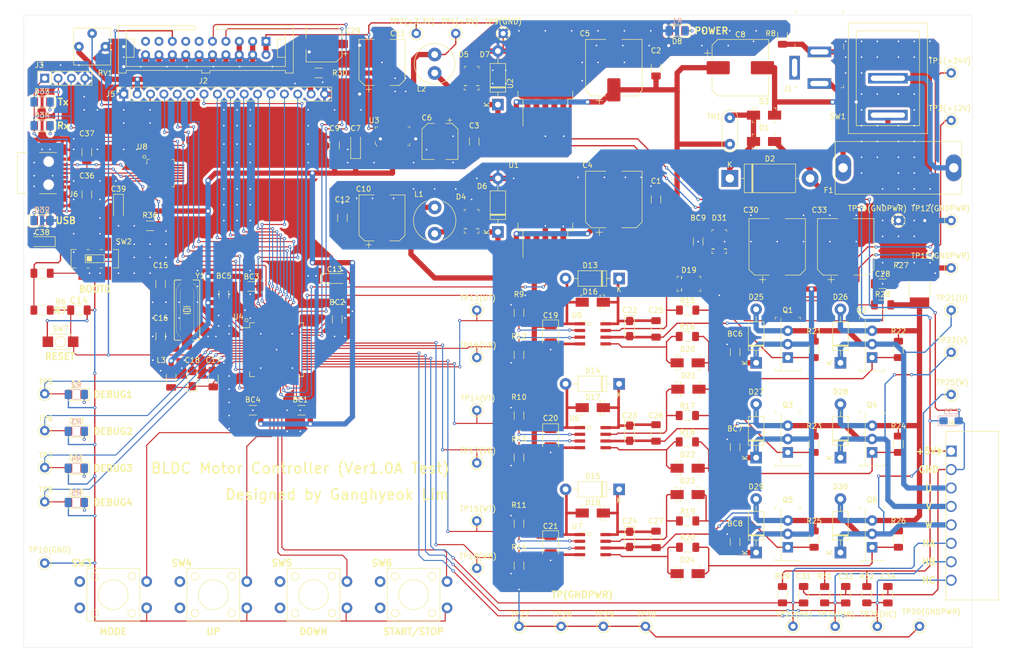
<source format=kicad_pcb>
(kicad_pcb (version 20171130) (host pcbnew "(5.1.7)-1")
  (title_block (title "BLDC Motor Controller_Test") (date 2020-11-08) (rev Ver1.0A) (company ArkX) (comment 1 "Designed by Ganghyeok Lim"))
  (layers (0 F.Cu signal) (31 B.Cu signal) (34 B.Paste user) (35 F.Paste user) (36 B.SilkS user) (37 F.SilkS user) (38 B.Mask user) (39 F.Mask user) (44 Edge.Cuts user))
  (net 0 "")
  (net 1 GND)
  (net 2 +3.3V)
  (net 3 GNDPWR)
  (net 4 +24V)
  (net 5 +5V)
  (net 6 +12V)
  (net 7 NRST)
  (net 8 "Net-(C15-Pad1)")
  (net 9 "Net-(C16-Pad1)")
  (net 10 "Net-(C17-Pad1)")
  (net 11 "Net-(C22-Pad2)")
  (net 12 "Net-(C22-Pad1)")
  (net 13 "Net-(C23-Pad2)")
  (net 14 "Net-(C23-Pad1)")
  (net 15 "Net-(C24-Pad1)")
  (net 16 "Net-(C24-Pad2)")
  (net 17 CURRENT)
  (net 18 HA)
  (net 19 HB)
  (net 20 HC)
  (net 21 D+)
  (net 22 D-)
  (net 23 VBUS)
  (net 24 "Net-(D1-PadK)")
  (net 25 "Net-(D1-PadA)")
  (net 26 "Net-(D4-PadK)")
  (net 27 "Net-(D5-PadK)")
  (net 28 "Net-(D8-Pad1)")
  (net 29 "Net-(D9-Pad1)")
  (net 30 DEBUG1)
  (net 31 DEBUG2)
  (net 32 "Net-(D10-Pad1)")
  (net 33 DEBUG3)
  (net 34 "Net-(D11-Pad1)")
  (net 35 "Net-(D12-Pad1)")
  (net 36 DEBUG4)
  (net 37 "Net-(D19-PadK)")
  (net 38 "Net-(D19-PadA)")
  (net 39 "Net-(D20-PadK)")
  (net 40 "Net-(D20-PadA)")
  (net 41 "Net-(D21-PadA)")
  (net 42 "Net-(D21-PadK)")
  (net 43 "Net-(D22-PadA)")
  (net 44 "Net-(D22-PadK)")
  (net 45 "Net-(D23-PadK)")
  (net 46 "Net-(D23-PadA)")
  (net 47 "Net-(D24-PadA)")
  (net 48 "Net-(D24-PadK)")
  (net 49 "Net-(D26-Pad2)")
  (net 50 "Net-(D32-Pad1)")
  (net 51 "Net-(D33-Pad1)")
  (net 52 "Net-(D34-Pad1)")
  (net 53 "Net-(F1-Pad1)")
  (net 54 "Net-(F1-Pad2)")
  (net 55 "Net-(J1-Pad3)")
  (net 56 SWDIO)
  (net 57 SWCLK)
  (net 58 "Net-(J2-Pad11)")
  (net 59 "Net-(J2-Pad13)")
  (net 60 "Net-(J2-Pad17)")
  (net 61 "Net-(J2-Pad19)")
  (net 62 TXD)
  (net 63 RXD)
  (net 64 /sheet5FA8433B/V0)
  (net 65 LCD_RS)
  (net 66 LCD_RW)
  (net 67 LCD_E)
  (net 68 LCD_D0)
  (net 69 LCD_D1)
  (net 70 LCD_D2)
  (net 71 LCD_D3)
  (net 72 LCD_D4)
  (net 73 LCD_D5)
  (net 74 LCD_D6)
  (net 75 LCD_D7)
  (net 76 /sheet5FA8433B/A)
  (net 77 "Net-(J6-Pad4)")
  (net 78 BOOT0)
  (net 79 UT)
  (net 80 VT)
  (net 81 WT)
  (net 82 UB)
  (net 83 VB)
  (net 84 WB)
  (net 85 "Net-(R36-Pad1)")
  (net 86 SW1)
  (net 87 SW2)
  (net 88 SW3)
  (net 89 SW4)
  (net 90 "Net-(U4-Pad2)")
  (net 91 "Net-(U4-Pad3)")
  (net 92 "Net-(U4-Pad4)")
  (net 93 "Net-(U4-Pad14)")
  (net 94 "Net-(U4-Pad15)")
  (net 95 "Net-(U4-Pad24)")
  (net 96 "Net-(U4-Pad25)")
  (net 97 "Net-(U4-Pad29)")
  (net 98 "Net-(U4-Pad30)")
  (net 99 "Net-(U4-Pad33)")
  (net 100 "Net-(U4-Pad40)")
  (net 101 "Net-(U4-Pad44)")
  (net 102 "Net-(U4-Pad45)")
  (net 103 "Net-(U4-Pad50)")
  (net 104 "Net-(U4-Pad54)")
  (net 105 "Net-(U8-Pad22)")
  (net 106 "Net-(U8-Pad15)")
  (net 107 "Net-(U8-Pad1)")
  (net 108 "Net-(U8-Pad2)")
  (net 109 "Net-(U8-Pad10)")
  (net 110 "Net-(U8-Pad11)")
  (net 111 "Net-(U8-Pad12)")
  (net 112 "Net-(U8-Pad13)")
  (net 113 "Net-(U8-Pad14)")
  (net 114 "Net-(U8-Pad16)")
  (net 115 "Net-(U8-Pad17)")
  (net 116 "Net-(U8-Pad18)")
  (net 117 "Net-(U8-Pad19)")
  (net 118 "Net-(U8-Pad20)")
  (net 119 "Net-(U8-Pad21)")
  (net 120 "Net-(U8-Pad23)")
  (net 121 "Net-(U8-Pad24)")
  (net 122 "Net-(U8-Pad27)")
  (net 123 "Net-(U8-Pad28)")
  (module MountingHole:MountingHole_3.2mm_M3 (layer F.Cu) (at 172.5 47)
    (fp_text reference REF** hide)
    (fp_text value MountingHole_3.2mm_M3)
    (pad 1 np_thru_hole circle (at 0 0) (size 3.2 3.2) (drill 3.2) (layers *.Cu *.Mask))
  )
  (module MountingHole:MountingHole_3.2mm_M3 (layer F.Cu) (at 146 141)
    (fp_text reference REF** hide)
    (fp_text value MountingHole_3.2mm_M3)
    (pad 1 np_thru_hole circle (at 0 0) (size 3.2 3.2) (drill 3.2) (layers *.Cu *.Mask))
  )
  (module MountingHole:MountingHole_3.2mm_M3 (layer F.Cu) (at 139.5 84.5)
    (fp_text reference REF** hide)
    (fp_text value MountingHole_3.2mm_M3)
    (pad 1 np_thru_hole circle (at 0 0) (size 3.2 3.2) (drill 3.2) (layers *.Cu *.Mask))
  )
  (module My_Libraries:HIF3F-20PA-2.54DSA_GH (layer F.Cu) (at 107 32 180)
    (fp_text reference J2 (at 11.91 -7.5) (layer F.SilkS))
    (fp_text value ST-Link_Connector)
    (pad 1 thru_hole rect (at 0 0 180) (size 1.7 1.7) (drill 0.9) (layers *.Cu *.Mask) (net 2 +3.3V))
    (pad 2 thru_hole circle (at 0 -2.54 180) (size 1.7 1.7) (drill 0.9) (layers *.Cu *.Mask) (net 2 +3.3V))
    (pad 3 thru_hole circle (at 2.54 0 180) (size 1.7 1.7) (drill 0.9) (layers *.Cu *.Mask) (net 1 GND))
    (pad 4 thru_hole circle (at 2.54 -2.54 180) (size 1.7 1.7) (drill 0.9) (layers *.Cu *.Mask) (net 1 GND))
    (pad 5 thru_hole circle (at 5.08 0 180) (size 1.7 1.7) (drill 0.9) (layers *.Cu *.Mask) (net 1 GND))
    (pad 6 thru_hole circle (at 5.08 -2.54 180) (size 1.7 1.7) (drill 0.9) (layers *.Cu *.Mask) (net 1 GND))
    (pad 7 thru_hole circle (at 7.62 0 180) (size 1.7 1.7) (drill 0.9) (layers *.Cu *.Mask) (net 56 SWDIO))
    (pad 8 thru_hole circle (at 7.62 -2.54 180) (size 1.7 1.7) (drill 0.9) (layers *.Cu *.Mask) (net 1 GND))
    (pad 9 thru_hole circle (at 10.16 0 180) (size 1.7 1.7) (drill 0.9) (layers *.Cu *.Mask) (net 57 SWCLK))
    (pad 10 thru_hole circle (at 10.16 -2.54 180) (size 1.7 1.7) (drill 0.9) (layers *.Cu *.Mask) (net 1 GND))
    (pad 11 thru_hole circle (at 12.7 0 180) (size 1.7 1.7) (drill 0.9) (layers *.Cu *.Mask) (net 58 "Net-(J2-Pad11)"))
    (pad 12 thru_hole circle (at 12.7 -2.54 180) (size 1.7 1.7) (drill 0.9) (layers *.Cu *.Mask) (net 1 GND))
    (pad 13 thru_hole circle (at 15.24 0 180) (size 1.7 1.7) (drill 0.9) (layers *.Cu *.Mask) (net 59 "Net-(J2-Pad13)"))
    (pad 14 thru_hole circle (at 15.24 -2.54 180) (size 1.7 1.7) (drill 0.9) (layers *.Cu *.Mask) (net 1 GND))
    (pad 15 thru_hole circle (at 17.78 0 180) (size 1.7 1.7) (drill 0.9) (layers *.Cu *.Mask) (net 7 NRST))
    (pad 16 thru_hole circle (at 17.78 -2.54 180) (size 1.7 1.7) (drill 0.9) (layers *.Cu *.Mask) (net 1 GND))
    (pad 17 thru_hole circle (at 20.32 0 180) (size 1.7 1.7) (drill 0.9) (layers *.Cu *.Mask) (net 60 "Net-(J2-Pad17)"))
    (pad 18 thru_hole circle (at 20.32 -2.54 180) (size 1.7 1.7) (drill 0.9) (layers *.Cu *.Mask) (net 1 GND))
    (pad 19 thru_hole circle (at 22.86 0 180) (size 1.7 1.7) (drill 0.9) (layers *.Cu *.Mask) (net 61 "Net-(J2-Pad19)"))
    (pad 20 thru_hole circle (at 22.86 -2.54 180) (size 1.7 1.7) (drill 0.9) (layers *.Cu *.Mask) (net 1 GND))
  )
  (module My_Libraries:LR2512-21R100F4 (layer F.Cu) (at 231 79 90)
    (fp_text reference R27 (at 4.5 -3.5 180) (layer F.SilkS))
    (fp_text value 0.1/1W)
    (pad 1 smd rect (at -2.645 0 90) (size 2.11 3.68) (layers F.Cu F.Paste F.Mask) (net 49 "Net-(D26-Pad2)"))
    (pad 2 smd rect (at 2.645 0 90) (size 2.11 3.68) (layers F.Cu F.Paste F.Mask) (net 3 GNDPWR))
  )
  (module digikey-footprints:TO-220-3 (layer F.Cu) (at 206 92 90)
    (fp_text reference Q1 (at 9 0 180) (layer F.SilkS))
    (fp_text value IRFZ44N)
    (pad 3 thru_hole circle (at 5.08 0 90) (size 2 2) (drill 1) (layers *.Cu *.Mask) (net 11 "Net-(C22-Pad2)"))
    (pad 2 thru_hole circle (at 2.54 0 90) (size 2 2) (drill 1) (layers *.Cu *.Mask) (net 4 +24V))
    (pad 1 thru_hole rect (at 0 0 90) (size 2 2) (drill 1) (layers *.Cu *.Mask) (net 38 "Net-(D19-PadA)"))
  )
  (module MountingHole:MountingHole_3.2mm_M3 (layer F.Cu) (at 66 32)
    (fp_text reference REF** hide)
    (fp_text value MountingHole_3.2mm_M3)
    (pad 1 np_thru_hole circle (at 0 0) (size 3.2 3.2) (drill 3.2) (layers *.Cu *.Mask))
  )
  (module MountingHole:MountingHole_3.2mm_M3 (layer F.Cu) (at 66 142)
    (fp_text reference REF** hide)
    (fp_text value MountingHole_3.2mm_M3)
    (pad 1 np_thru_hole circle (at 0 0) (size 3.2 3.2) (drill 3.2) (layers *.Cu *.Mask))
  )
  (module MountingHole:MountingHole_3.2mm_M3 (layer F.Cu) (at 237 143)
    (fp_text reference REF** hide)
    (fp_text value MountingHole_3.2mm_M3)
    (pad 1 np_thru_hole circle (at 0 0) (size 3.2 3.2) (drill 3.2) (layers *.Cu *.Mask))
  )
  (module MountingHole:MountingHole_3.2mm_M3 (layer F.Cu) (at 210 48)
    (fp_text reference REF** hide)
    (fp_text value MountingHole_3.2mm_M3)
    (pad 1 np_thru_hole circle (at 0 0) (size 3.2 3.2) (drill 3.2) (layers *.Cu *.Mask))
  )
  (module MountingHole:MountingHole_3.2mm_M3 (layer F.Cu) (at 237 31)
    (fp_text reference REF** hide)
    (fp_text value MountingHole_3.2mm_M3)
    (pad 1 np_thru_hole circle (at 0 0) (size 3.2 3.2) (drill 3.2) (layers *.Cu *.Mask))
  )
  (module Capacitor_SMD:C_1206_3216Metric_Pad1.33x1.80mm_HandSolder (layer F.Cu) (at 113.75 102 180)
    (fp_text reference BC1 (at 0.25 2) (layer F.SilkS))
    (fp_text value 100nF)
    (pad 2 smd roundrect (at 1.5625 0 180) (size 1.325 1.8) (layers F.Cu F.Paste F.Mask) (roundrect_rratio 0.1886784905660377) (net 1 GND))
    (pad 1 smd roundrect (at -1.5625 0 180) (size 1.325 1.8) (layers F.Cu F.Paste F.Mask) (roundrect_rratio 0.1886784905660377) (net 2 +3.3V))
  )
  (module Capacitor_SMD:C_1206_3216Metric_Pad1.33x1.80mm_HandSolder (layer F.Cu) (at 120.5 84.75 270)
    (fp_text reference BC2 (at -3.25 0 180) (layer F.SilkS))
    (fp_text value 100nF)
    (pad 2 smd roundrect (at 1.5625 0 270) (size 1.325 1.8) (layers F.Cu F.Paste F.Mask) (roundrect_rratio 0.1886784905660377) (net 1 GND))
    (pad 1 smd roundrect (at -1.5625 0 270) (size 1.325 1.8) (layers F.Cu F.Paste F.Mask) (roundrect_rratio 0.1886784905660377) (net 2 +3.3V))
  )
  (module Capacitor_SMD:C_1206_3216Metric_Pad1.33x1.80mm_HandSolder (layer F.Cu) (at 104.25 78.5)
    (fp_text reference BC3 (at 0 -1.85) (layer F.SilkS))
    (fp_text value 100nF)
    (pad 1 smd roundrect (at -1.5625 0) (size 1.325 1.8) (layers F.Cu F.Paste F.Mask) (roundrect_rratio 0.1886784905660377) (net 2 +3.3V))
    (pad 2 smd roundrect (at 1.5625 0) (size 1.325 1.8) (layers F.Cu F.Paste F.Mask) (roundrect_rratio 0.1886784905660377) (net 1 GND))
  )
  (module Capacitor_SMD:C_1206_3216Metric_Pad1.33x1.80mm_HandSolder (layer F.Cu) (at 104.5 102 180)
    (fp_text reference BC4 (at 0 2) (layer F.SilkS))
    (fp_text value 100nF)
    (pad 1 smd roundrect (at -1.5625 0 180) (size 1.325 1.8) (layers F.Cu F.Paste F.Mask) (roundrect_rratio 0.1886784905660377) (net 2 +3.3V))
    (pad 2 smd roundrect (at 1.5625 0 180) (size 1.325 1.8) (layers F.Cu F.Paste F.Mask) (roundrect_rratio 0.1886784905660377) (net 1 GND))
  )
  (module Capacitor_SMD:C_1206_3216Metric_Pad1.33x1.80mm_HandSolder (layer F.Cu) (at 99 80 90)
    (fp_text reference BC5 (at 3.5 0 180) (layer F.SilkS))
    (fp_text value 100nF)
    (pad 2 smd roundrect (at 1.5625 0 90) (size 1.325 1.8) (layers F.Cu F.Paste F.Mask) (roundrect_rratio 0.1886784905660377) (net 1 GND))
    (pad 1 smd roundrect (at -1.5625 0 90) (size 1.325 1.8) (layers F.Cu F.Paste F.Mask) (roundrect_rratio 0.1886784905660377) (net 2 +3.3V))
  )
  (module Capacitor_SMD:C_1206_3216Metric_Pad1.33x1.80mm_HandSolder (layer F.Cu) (at 196 91 90)
    (fp_text reference BC6 (at 3.5 0 180) (layer F.SilkS))
    (fp_text value 100nF)
    (pad 2 smd roundrect (at 1.5625 0 90) (size 1.325 1.8) (layers F.Cu F.Paste F.Mask) (roundrect_rratio 0.1886784905660377) (net 3 GNDPWR))
    (pad 1 smd roundrect (at -1.5625 0 90) (size 1.325 1.8) (layers F.Cu F.Paste F.Mask) (roundrect_rratio 0.1886784905660377) (net 4 +24V))
  )
  (module Capacitor_SMD:C_1206_3216Metric_Pad1.33x1.80mm_HandSolder (layer F.Cu) (at 196 109 90)
    (fp_text reference BC7 (at 3.5 0 180) (layer F.SilkS))
    (fp_text value 100nF)
    (pad 1 smd roundrect (at -1.5625 0 90) (size 1.325 1.8) (layers F.Cu F.Paste F.Mask) (roundrect_rratio 0.1886784905660377) (net 4 +24V))
    (pad 2 smd roundrect (at 1.5625 0 90) (size 1.325 1.8) (layers F.Cu F.Paste F.Mask) (roundrect_rratio 0.1886784905660377) (net 3 GNDPWR))
  )
  (module Capacitor_SMD:C_1206_3216Metric_Pad1.33x1.80mm_HandSolder (layer F.Cu) (at 196 127 90)
    (fp_text reference BC8 (at 3.5 0 180) (layer F.SilkS))
    (fp_text value 100nF)
    (pad 2 smd roundrect (at 1.5625 0 90) (size 1.325 1.8) (layers F.Cu F.Paste F.Mask) (roundrect_rratio 0.1886784905660377) (net 3 GNDPWR))
    (pad 1 smd roundrect (at -1.5625 0 90) (size 1.325 1.8) (layers F.Cu F.Paste F.Mask) (roundrect_rratio 0.1886784905660377) (net 4 +24V))
  )
  (module Capacitor_SMD:C_1206_3216Metric_Pad1.33x1.80mm_HandSolder (layer F.Cu) (at 189 70 90)
    (fp_text reference BC9 (at 4.5 0 180) (layer F.SilkS))
    (fp_text value 100nF)
    (pad 1 smd roundrect (at -1.5625 0 90) (size 1.325 1.8) (layers F.Cu F.Paste F.Mask) (roundrect_rratio 0.1886784905660377) (net 4 +24V))
    (pad 2 smd roundrect (at 1.5625 0 90) (size 1.325 1.8) (layers F.Cu F.Paste F.Mask) (roundrect_rratio 0.1886784905660377) (net 3 GNDPWR))
  )
  (module Capacitor_SMD:C_1206_3216Metric_Pad1.33x1.80mm_HandSolder (layer F.Cu) (at 181 62 90)
    (fp_text reference C1 (at 3.5 0 180) (layer F.SilkS))
    (fp_text value 100nF)
    (pad 2 smd roundrect (at 1.5625 0 90) (size 1.325 1.8) (layers F.Cu F.Paste F.Mask) (roundrect_rratio 0.1886784905660377) (net 3 GNDPWR))
    (pad 1 smd roundrect (at -1.5625 0 90) (size 1.325 1.8) (layers F.Cu F.Paste F.Mask) (roundrect_rratio 0.1886784905660377) (net 4 +24V))
  )
  (module Capacitor_SMD:C_1206_3216Metric_Pad1.33x1.80mm_HandSolder (layer F.Cu) (at 181 37 90)
    (fp_text reference C2 (at 3.25 0 180) (layer F.SilkS))
    (fp_text value 100nF)
    (pad 2 smd roundrect (at 1.5625 0 90) (size 1.325 1.8) (layers F.Cu F.Paste F.Mask) (roundrect_rratio 0.1886784905660377) (net 1 GND))
    (pad 1 smd roundrect (at -1.5625 0 90) (size 1.325 1.8) (layers F.Cu F.Paste F.Mask) (roundrect_rratio 0.1886784905660377) (net 4 +24V))
  )
  (module Capacitor_SMD:C_1206_3216Metric_Pad1.33x1.80mm_HandSolder (layer F.Cu) (at 146.5 51 270)
    (fp_text reference C3 (at -3 0 180) (layer F.SilkS))
    (fp_text value 100nF)
    (pad 2 smd roundrect (at 1.5625 0 270) (size 1.325 1.8) (layers F.Cu F.Paste F.Mask) (roundrect_rratio 0.1886784905660377) (net 1 GND))
    (pad 1 smd roundrect (at -1.5625 0 270) (size 1.325 1.8) (layers F.Cu F.Paste F.Mask) (roundrect_rratio 0.1886784905660377) (net 5 +5V))
  )
  (module Capacitor_SMD:CP_Elec_10x10.5 (layer F.Cu) (at 173 62 90)
    (fp_text reference C4 (at 6.5 -5 180) (layer F.SilkS))
    (fp_text value 330uF/35V)
    (pad 1 smd roundrect (at -4.2 0 90) (size 4.4 2.5) (layers F.Cu F.Paste F.Mask) (roundrect_rratio 0.1) (net 4 +24V))
    (pad 2 smd roundrect (at 4.2 0 90) (size 4.4 2.5) (layers F.Cu F.Paste F.Mask) (roundrect_rratio 0.1) (net 3 GNDPWR))
  )
  (module Capacitor_SMD:CP_Elec_10x10.5 (layer F.Cu) (at 173 37 90)
    (fp_text reference C5 (at 6.5 -5.5 180) (layer F.SilkS))
    (fp_text value 330uF/35V)
    (pad 2 smd roundrect (at 4.2 0 90) (size 4.4 2.5) (layers F.Cu F.Paste F.Mask) (roundrect_rratio 0.1) (net 1 GND))
    (pad 1 smd roundrect (at -4.2 0 90) (size 4.4 2.5) (layers F.Cu F.Paste F.Mask) (roundrect_rratio 0.1) (net 4 +24V))
  )
  (module Capacitor_SMD:CP_Elec_6.3x5.3 (layer F.Cu) (at 140 51 270)
    (fp_text reference C6 (at -4.5 2.5 180) (layer F.SilkS))
    (fp_text value 100uF/16V)
    (pad 2 smd roundrect (at 2.8 0 270) (size 3.5 1.6) (layers F.Cu F.Paste F.Mask) (roundrect_rratio 0.15625) (net 1 GND))
    (pad 1 smd roundrect (at -2.8 0 270) (size 3.5 1.6) (layers F.Cu F.Paste F.Mask) (roundrect_rratio 0.15625) (net 5 +5V))
  )
  (module Capacitor_Tantalum_SMD:CP_EIA-3216-18_Kemet-A_Pad1.58x1.35mm_HandSolder (layer F.Cu) (at 124 51.75 90)
    (fp_text reference C7 (at 3.25 0 180) (layer F.SilkS))
    (fp_text value 10uF/16V)
    (pad 1 smd roundrect (at -1.4375 0 90) (size 1.575 1.35) (layers F.Cu F.Paste F.Mask) (roundrect_rratio 0.1851844444444445) (net 2 +3.3V))
    (pad 2 smd roundrect (at 1.4375 0 90) (size 1.575 1.35) (layers F.Cu F.Paste F.Mask) (roundrect_rratio 0.1851844444444445) (net 1 GND))
  )
  (module Capacitor_SMD:CP_Elec_10x10.5 (layer F.Cu) (at 197 37)
    (fp_text reference C8 (at 0 -6.3) (layer F.SilkS))
    (fp_text value 470uF/35V)
    (pad 1 smd roundrect (at -4.2 0) (size 4.4 2.5) (layers F.Cu F.Paste F.Mask) (roundrect_rratio 0.1) (net 4 +24V))
    (pad 2 smd roundrect (at 4.2 0) (size 4.4 2.5) (layers F.Cu F.Paste F.Mask) (roundrect_rratio 0.1) (net 3 GNDPWR))
  )
  (module Capacitor_SMD:C_1206_3216Metric_Pad1.33x1.80mm_HandSolder (layer F.Cu) (at 120 51.75 90)
    (fp_text reference C9 (at 3.25 0 180) (layer F.SilkS))
    (fp_text value 100nF)
    (pad 1 smd roundrect (at -1.5625 0 90) (size 1.325 1.8) (layers F.Cu F.Paste F.Mask) (roundrect_rratio 0.1886784905660377) (net 2 +3.3V))
    (pad 2 smd roundrect (at 1.5625 0 90) (size 1.325 1.8) (layers F.Cu F.Paste F.Mask) (roundrect_rratio 0.1886784905660377) (net 1 GND))
  )
  (module Capacitor_SMD:CP_Elec_8x10.5 (layer F.Cu) (at 129 65.5 90)
    (fp_text reference C10 (at 5.5 -3.5 180) (layer F.SilkS))
    (fp_text value 330uF/16V)
    (pad 2 smd roundrect (at 3.7 0 90) (size 4.4 2.5) (layers F.Cu F.Paste F.Mask) (roundrect_rratio 0.1) (net 3 GNDPWR))
    (pad 1 smd roundrect (at -3.7 0 90) (size 4.4 2.5) (layers F.Cu F.Paste F.Mask) (roundrect_rratio 0.1) (net 6 +12V))
  )
  (module Capacitor_SMD:CP_Elec_8x10.5 (layer F.Cu) (at 129 36 90)
    (fp_text reference C11 (at 5.5 3 180) (layer F.SilkS))
    (fp_text value 330uF/16V)
    (pad 1 smd roundrect (at -3.7 0 90) (size 4.4 2.5) (layers F.Cu F.Paste F.Mask) (roundrect_rratio 0.1) (net 5 +5V))
    (pad 2 smd roundrect (at 3.7 0 90) (size 4.4 2.5) (layers F.Cu F.Paste F.Mask) (roundrect_rratio 0.1) (net 1 GND))
  )
  (module Capacitor_SMD:C_1206_3216Metric_Pad1.33x1.80mm_HandSolder (layer F.Cu) (at 121.5 65.5 90)
    (fp_text reference C12 (at 3.5 0 180) (layer F.SilkS))
    (fp_text value 100nF)
    (pad 2 smd roundrect (at 1.5625 0 90) (size 1.325 1.8) (layers F.Cu F.Paste F.Mask) (roundrect_rratio 0.1886784905660377) (net 3 GNDPWR))
    (pad 1 smd roundrect (at -1.5625 0 90) (size 1.325 1.8) (layers F.Cu F.Paste F.Mask) (roundrect_rratio 0.1886784905660377) (net 6 +12V))
  )
  (module Capacitor_Tantalum_SMD:CP_EIA-3216-18_Kemet-A_Pad1.58x1.35mm_HandSolder (layer F.Cu) (at 120 77)
    (fp_text reference C13 (at 0 -1.75) (layer F.SilkS))
    (fp_text value 10uF)
    (pad 2 smd roundrect (at 1.4375 0) (size 1.575 1.35) (layers F.Cu F.Paste F.Mask) (roundrect_rratio 0.1851844444444445) (net 1 GND))
    (pad 1 smd roundrect (at -1.4375 0) (size 1.575 1.35) (layers F.Cu F.Paste F.Mask) (roundrect_rratio 0.1851844444444445) (net 2 +3.3V))
  )
  (module Capacitor_SMD:C_1206_3216Metric_Pad1.33x1.80mm_HandSolder (layer F.Cu) (at 71.5 83)
    (fp_text reference C14 (at 0 -1.85) (layer F.SilkS) (effects (font (size 1.2 1.2) (thickness 0.18))))
    (fp_text value 100nF)
    (pad 2 smd roundrect (at 1.5625 0) (size 1.325 1.8) (layers F.Cu F.Paste F.Mask) (roundrect_rratio 0.1886784905660377) (net 1 GND))
    (pad 1 smd roundrect (at -1.5625 0) (size 1.325 1.8) (layers F.Cu F.Paste F.Mask) (roundrect_rratio 0.1886784905660377) (net 7 NRST))
  )
  (module Capacitor_SMD:C_1206_3216Metric_Pad1.33x1.80mm_HandSolder (layer F.Cu) (at 87 78 90)
    (fp_text reference C15 (at 3.5 0 180) (layer F.SilkS))
    (fp_text value 20pF)
    (pad 1 smd roundrect (at -1.5625 0 90) (size 1.325 1.8) (layers F.Cu F.Paste F.Mask) (roundrect_rratio 0.1886784905660377) (net 8 "Net-(C15-Pad1)"))
    (pad 2 smd roundrect (at 1.5625 0 90) (size 1.325 1.8) (layers F.Cu F.Paste F.Mask) (roundrect_rratio 0.1886784905660377) (net 1 GND))
  )
  (module Capacitor_SMD:C_1206_3216Metric_Pad1.33x1.80mm_HandSolder (layer F.Cu) (at 87 88 270)
    (fp_text reference C16 (at -3.5 0 180) (layer F.SilkS))
    (fp_text value 20pF)
    (pad 2 smd roundrect (at 1.5625 0 270) (size 1.325 1.8) (layers F.Cu F.Paste F.Mask) (roundrect_rratio 0.1886784905660377) (net 1 GND))
    (pad 1 smd roundrect (at -1.5625 0 270) (size 1.325 1.8) (layers F.Cu F.Paste F.Mask) (roundrect_rratio 0.1886784905660377) (net 9 "Net-(C16-Pad1)"))
  )
  (module Capacitor_SMD:C_1206_3216Metric_Pad1.33x1.80mm_HandSolder (layer F.Cu) (at 97 96 90)
    (fp_text reference C17 (at 3.5 0 180) (layer F.SilkS))
    (fp_text value 100nF)
    (pad 1 smd roundrect (at -1.5625 0 90) (size 1.325 1.8) (layers F.Cu F.Paste F.Mask) (roundrect_rratio 0.1886784905660377) (net 10 "Net-(C17-Pad1)"))
    (pad 2 smd roundrect (at 1.5625 0 90) (size 1.325 1.8) (layers F.Cu F.Paste F.Mask) (roundrect_rratio 0.1886784905660377) (net 1 GND))
  )
  (module Capacitor_Tantalum_SMD:CP_EIA-3216-18_Kemet-A_Pad1.58x1.35mm_HandSolder (layer F.Cu) (at 93 96 90)
    (fp_text reference C18 (at 3.5 0 180) (layer F.SilkS))
    (fp_text value 1uF)
    (pad 1 smd roundrect (at -1.4375 0 90) (size 1.575 1.35) (layers F.Cu F.Paste F.Mask) (roundrect_rratio 0.1851844444444445) (net 10 "Net-(C17-Pad1)"))
    (pad 2 smd roundrect (at 1.4375 0 90) (size 1.575 1.35) (layers F.Cu F.Paste F.Mask) (roundrect_rratio 0.1851844444444445) (net 1 GND))
  )
  (module Capacitor_Tantalum_SMD:CP_EIA-3528-21_Kemet-B_Pad1.50x2.35mm_HandSolder (layer F.Cu) (at 161 87.5 270)
    (fp_text reference C19 (at -3.5 0 180) (layer F.SilkS))
    (fp_text value 10uF/25V)
    (pad 1 smd roundrect (at -1.625 0 270) (size 1.5 2.35) (layers F.Cu F.Paste F.Mask) (roundrect_rratio 0.1666666666666667) (net 6 +12V))
    (pad 2 smd roundrect (at 1.625 0 270) (size 1.5 2.35) (layers F.Cu F.Paste F.Mask) (roundrect_rratio 0.1666666666666667) (net 3 GNDPWR))
  )
  (module Capacitor_Tantalum_SMD:CP_EIA-3528-21_Kemet-B_Pad1.50x2.35mm_HandSolder (layer F.Cu) (at 161 107.2 270)
    (fp_text reference C20 (at -3.7 0 180) (layer F.SilkS))
    (fp_text value 10uF/25V)
    (pad 1 smd roundrect (at -1.625 0 270) (size 1.5 2.35) (layers F.Cu F.Paste F.Mask) (roundrect_rratio 0.1666666666666667) (net 6 +12V))
    (pad 2 smd roundrect (at 1.625 0 270) (size 1.5 2.35) (layers F.Cu F.Paste F.Mask) (roundrect_rratio 0.1666666666666667) (net 3 GNDPWR))
  )
  (module Capacitor_Tantalum_SMD:CP_EIA-3528-21_Kemet-B_Pad1.50x2.35mm_HandSolder (layer F.Cu) (at 161 127.5 270)
    (fp_text reference C21 (at -3.5 0 180) (layer F.SilkS))
    (fp_text value 10uF/25V)
    (pad 2 smd roundrect (at 1.625 0 270) (size 1.5 2.35) (layers F.Cu F.Paste F.Mask) (roundrect_rratio 0.1666666666666667) (net 3 GNDPWR))
    (pad 1 smd roundrect (at -1.625 0 270) (size 1.5 2.35) (layers F.Cu F.Paste F.Mask) (roundrect_rratio 0.1666666666666667) (net 6 +12V))
  )
  (module Capacitor_Tantalum_SMD:CP_EIA-3216-18_Kemet-A_Pad1.58x1.35mm_HandSolder (layer F.Cu) (at 176 86.5 270)
    (fp_text reference C22 (at -3.5 0 180) (layer F.SilkS))
    (fp_text value 2.2uF)
    (pad 2 smd roundrect (at 1.4375 0 270) (size 1.575 1.35) (layers F.Cu F.Paste F.Mask) (roundrect_rratio 0.1851844444444445) (net 11 "Net-(C22-Pad2)"))
    (pad 1 smd roundrect (at -1.4375 0 270) (size 1.575 1.35) (layers F.Cu F.Paste F.Mask) (roundrect_rratio 0.1851844444444445) (net 12 "Net-(C22-Pad1)"))
  )
  (module Capacitor_Tantalum_SMD:CP_EIA-3216-18_Kemet-A_Pad1.58x1.35mm_HandSolder (layer F.Cu) (at 176 106.35 270)
    (fp_text reference C23 (at -3.35 0 180) (layer F.SilkS))
    (fp_text value 2.2uF)
    (pad 2 smd roundrect (at 1.4375 0 270) (size 1.575 1.35) (layers F.Cu F.Paste F.Mask) (roundrect_rratio 0.1851844444444445) (net 13 "Net-(C23-Pad2)"))
    (pad 1 smd roundrect (at -1.4375 0 270) (size 1.575 1.35) (layers F.Cu F.Paste F.Mask) (roundrect_rratio 0.1851844444444445) (net 14 "Net-(C23-Pad1)"))
  )
  (module Capacitor_Tantalum_SMD:CP_EIA-3216-18_Kemet-A_Pad1.58x1.35mm_HandSolder (layer F.Cu) (at 176 126.5 270)
    (fp_text reference C24 (at -3.5 0 180) (layer F.SilkS))
    (fp_text value 2.2uF)
    (pad 1 smd roundrect (at -1.4375 0 270) (size 1.575 1.35) (layers F.Cu F.Paste F.Mask) (roundrect_rratio 0.1851844444444445) (net 15 "Net-(C24-Pad1)"))
    (pad 2 smd roundrect (at 1.4375 0 270) (size 1.575 1.35) (layers F.Cu F.Paste F.Mask) (roundrect_rratio 0.1851844444444445) (net 16 "Net-(C24-Pad2)"))
  )
  (module Capacitor_SMD:C_1206_3216Metric_Pad1.33x1.80mm_HandSolder (layer F.Cu) (at 181 86.5625 270)
    (fp_text reference C25 (at -3.5625 0 180) (layer F.SilkS))
    (fp_text value 100nF)
    (pad 2 smd roundrect (at 1.5625 0 270) (size 1.325 1.8) (layers F.Cu F.Paste F.Mask) (roundrect_rratio 0.1886784905660377) (net 11 "Net-(C22-Pad2)"))
    (pad 1 smd roundrect (at -1.5625 0 270) (size 1.325 1.8) (layers F.Cu F.Paste F.Mask) (roundrect_rratio 0.1886784905660377) (net 12 "Net-(C22-Pad1)"))
  )
  (module Capacitor_SMD:C_1206_3216Metric_Pad1.33x1.80mm_HandSolder (layer F.Cu) (at 181 106.3 270)
    (fp_text reference C26 (at -3.3 0 180) (layer F.SilkS))
    (fp_text value 100nF)
    (pad 1 smd roundrect (at -1.5625 0 270) (size 1.325 1.8) (layers F.Cu F.Paste F.Mask) (roundrect_rratio 0.1886784905660377) (net 14 "Net-(C23-Pad1)"))
    (pad 2 smd roundrect (at 1.5625 0 270) (size 1.325 1.8) (layers F.Cu F.Paste F.Mask) (roundrect_rratio 0.1886784905660377) (net 13 "Net-(C23-Pad2)"))
  )
  (module Capacitor_SMD:C_1206_3216Metric_Pad1.33x1.80mm_HandSolder (layer F.Cu) (at 181 126.5 270)
    (fp_text reference C27 (at -3.5 0 180) (layer F.SilkS))
    (fp_text value 100nF)
    (pad 2 smd roundrect (at 1.5625 0 270) (size 1.325 1.8) (layers F.Cu F.Paste F.Mask) (roundrect_rratio 0.1886784905660377) (net 16 "Net-(C24-Pad2)"))
    (pad 1 smd roundrect (at -1.5625 0 270) (size 1.325 1.8) (layers F.Cu F.Paste F.Mask) (roundrect_rratio 0.1886784905660377) (net 15 "Net-(C24-Pad1)"))
  )
  (module Capacitor_SMD:C_1206_3216Metric_Pad1.33x1.80mm_HandSolder (layer F.Cu) (at 224 78)
    (fp_text reference C28 (at 0 -1.85) (layer F.SilkS))
    (fp_text value ED)
    (pad 1 smd roundrect (at -1.5625 0) (size 1.325 1.8) (layers F.Cu F.Paste F.Mask) (roundrect_rratio 0.1886784905660377) (net 17 CURRENT))
    (pad 2 smd roundrect (at 1.5625 0) (size 1.325 1.8) (layers F.Cu F.Paste F.Mask) (roundrect_rratio 0.1886784905660377) (net 3 GNDPWR))
  )
  (module Capacitor_SMD:CP_Elec_6.3x5.3 (layer F.Cu) (at 118 32.5 180)
    (fp_text reference C29 (at -5.5 2.5) (layer F.SilkS))
    (fp_text value 100uF/16V)
    (pad 1 smd roundrect (at -2.8 0 180) (size 3.5 1.6) (layers F.Cu F.Paste F.Mask) (roundrect_rratio 0.15625) (net 5 +5V))
    (pad 2 smd roundrect (at 2.8 0 180) (size 3.5 1.6) (layers F.Cu F.Paste F.Mask) (roundrect_rratio 0.15625) (net 1 GND))
  )
  (module Capacitor_SMD:CP_Elec_10x10.5 (layer F.Cu) (at 204 71 90)
    (fp_text reference C30 (at 7 -5 180) (layer F.SilkS))
    (fp_text value 470uF)
    (pad 1 smd roundrect (at -4.2 0 90) (size 4.4 2.5) (layers F.Cu F.Paste F.Mask) (roundrect_rratio 0.1) (net 4 +24V))
    (pad 2 smd roundrect (at 4.2 0 90) (size 4.4 2.5) (layers F.Cu F.Paste F.Mask) (roundrect_rratio 0.1) (net 3 GNDPWR))
  )
  (module Capacitor_SMD:C_1206_3216Metric_Pad1.33x1.80mm_HandSolder (layer F.Cu) (at 209 137 90)
    (fp_text reference C31 (at 3.5 0 180) (layer F.SilkS))
    (fp_text value 330pF)
    (pad 1 smd roundrect (at -1.5625 0 90) (size 1.325 1.8) (layers F.Cu F.Paste F.Mask) (roundrect_rratio 0.1886784905660377) (net 18 HA))
    (pad 2 smd roundrect (at 1.5625 0 90) (size 1.325 1.8) (layers F.Cu F.Paste F.Mask) (roundrect_rratio 0.1886784905660377) (net 1 GND))
  )
  (module Capacitor_SMD:C_1206_3216Metric_Pad1.33x1.80mm_HandSolder (layer F.Cu) (at 217 137 90)
    (fp_text reference C32 (at 3.5 0 180) (layer F.SilkS))
    (fp_text value 330pF)
    (pad 1 smd roundrect (at -1.5625 0 90) (size 1.325 1.8) (layers F.Cu F.Paste F.Mask) (roundrect_rratio 0.1886784905660377) (net 19 HB))
    (pad 2 smd roundrect (at 1.5625 0 90) (size 1.325 1.8) (layers F.Cu F.Paste F.Mask) (roundrect_rratio 0.1886784905660377) (net 1 GND))
  )
  (module Capacitor_SMD:CP_Elec_10x10.5 (layer F.Cu) (at 217 71 90)
    (fp_text reference C33 (at 7 -5 180) (layer F.SilkS))
    (fp_text value 470uF)
    (pad 1 smd roundrect (at -4.2 0 90) (size 4.4 2.5) (layers F.Cu F.Paste F.Mask) (roundrect_rratio 0.1) (net 4 +24V))
    (pad 2 smd roundrect (at 4.2 0 90) (size 4.4 2.5) (layers F.Cu F.Paste F.Mask) (roundrect_rratio 0.1) (net 3 GNDPWR))
  )
  (module Capacitor_SMD:C_1206_3216Metric_Pad1.33x1.80mm_HandSolder (layer F.Cu) (at 225 137 90)
    (fp_text reference C34 (at 3.5 0 180) (layer F.SilkS))
    (fp_text value 330pF)
    (pad 2 smd roundrect (at 1.5625 0 90) (size 1.325 1.8) (layers F.Cu F.Paste F.Mask) (roundrect_rratio 0.1886784905660377) (net 1 GND))
    (pad 1 smd roundrect (at -1.5625 0 90) (size 1.325 1.8) (layers F.Cu F.Paste F.Mask) (roundrect_rratio 0.1886784905660377) (net 20 HC))
  )
  (module Capacitor_Tantalum_SMD:CP_EIA-3216-18_Kemet-A_Pad1.58x1.35mm_HandSolder (layer B.Cu) (at 237 104)
    (fp_text reference C35 (at 0 -1.75) (layer B.SilkS) (effects (justify mirror)))
    (fp_text value 10uF/16V)
    (pad 1 smd roundrect (at -1.4375 0) (size 1.575 1.35) (layers B.Cu B.Paste B.Mask) (roundrect_rratio 0.1851844444444445) (net 5 +5V))
    (pad 2 smd roundrect (at 1.4375 0) (size 1.575 1.35) (layers B.Cu B.Paste B.Mask) (roundrect_rratio 0.1851844444444445) (net 1 GND))
  )
  (module Capacitor_SMD:C_1206_3216Metric_Pad1.33x1.80mm_HandSolder (layer F.Cu) (at 73 61.0625 270)
    (fp_text reference C36 (at -3.5625 0 180) (layer F.SilkS))
    (fp_text value 15pF)
    (pad 1 smd roundrect (at -1.5625 0 270) (size 1.325 1.8) (layers F.Cu F.Paste F.Mask) (roundrect_rratio 0.1886784905660377) (net 21 D+))
    (pad 2 smd roundrect (at 1.5625 0 270) (size 1.325 1.8) (layers F.Cu F.Paste F.Mask) (roundrect_rratio 0.1886784905660377) (net 1 GND))
  )
  (module Capacitor_SMD:C_1206_3216Metric_Pad1.33x1.80mm_HandSolder (layer F.Cu) (at 73 53.0625 90)
    (fp_text reference C37 (at 3.5625 0 180) (layer F.SilkS))
    (fp_text value 15pF)
    (pad 1 smd roundrect (at -1.5625 0 90) (size 1.325 1.8) (layers F.Cu F.Paste F.Mask) (roundrect_rratio 0.1886784905660377) (net 22 D-))
    (pad 2 smd roundrect (at 1.5625 0 90) (size 1.325 1.8) (layers F.Cu F.Paste F.Mask) (roundrect_rratio 0.1886784905660377) (net 1 GND))
  )
  (module Capacitor_Tantalum_SMD:CP_EIA-3216-18_Kemet-A_Pad1.58x1.35mm_HandSolder (layer F.Cu) (at 64.5 70 180)
    (fp_text reference C38 (at 0 1.75) (layer F.SilkS))
    (fp_text value 1uF)
    (pad 1 smd roundrect (at -1.4375 0 180) (size 1.575 1.35) (layers F.Cu F.Paste F.Mask) (roundrect_rratio 0.1851844444444445) (net 23 VBUS))
    (pad 2 smd roundrect (at 1.4375 0 180) (size 1.575 1.35) (layers F.Cu F.Paste F.Mask) (roundrect_rratio 0.1851844444444445) (net 1 GND))
  )
  (module Capacitor_Tantalum_SMD:CP_EIA-3216-18_Kemet-A_Pad1.58x1.35mm_HandSolder (layer F.Cu) (at 79 63.5 270)
    (fp_text reference C39 (at -3.5 0 180) (layer F.SilkS))
    (fp_text value 1uF)
    (pad 2 smd roundrect (at 1.4375 0 270) (size 1.575 1.35) (layers F.Cu F.Paste F.Mask) (roundrect_rratio 0.1851844444444445) (net 1 GND))
    (pad 1 smd roundrect (at -1.4375 0 270) (size 1.575 1.35) (layers F.Cu F.Paste F.Mask) (roundrect_rratio 0.1851844444444445) (net 2 +3.3V))
  )
  (module digikey-footprints:DO-214AC (layer F.Cu) (at 201.5 51)
    (fp_text reference D1 (at 0 -2.6) (layer F.SilkS))
    (fp_text value SS24)
    (pad K smd rect (at -2 0) (size 2.5 1.7) (layers F.Cu F.Paste F.Mask) (net 24 "Net-(D1-PadK)"))
    (pad A smd rect (at 2 0) (size 2.5 1.7) (layers F.Cu F.Paste F.Mask) (net 25 "Net-(D1-PadA)"))
  )
  (module Diode_THT:D_DO-201AD_P15.24mm_Horizontal (layer F.Cu) (at 195 58)
    (fp_text reference D2 (at 7.62 -3.72) (layer F.SilkS))
    (fp_text value 1N5822)
    (fp_text user K (at 0 -2.6) (layer F.SilkS))
    (pad 1 thru_hole rect (at 0 0) (size 3.2 3.2) (drill 1.6) (layers *.Cu *.Mask) (net 24 "Net-(D1-PadK)"))
    (pad 2 thru_hole oval (at 15.24 0) (size 3.2 3.2) (drill 1.6) (layers *.Cu *.Mask) (net 25 "Net-(D1-PadA)"))
  )
  (module digikey-footprints:DO-214AC (layer F.Cu) (at 201.5 46)
    (fp_text reference D3 (at 0 -2.6) (layer F.SilkS))
    (fp_text value SMAJ24A)
    (pad K smd rect (at -2 0) (size 2.5 1.7) (layers F.Cu F.Paste F.Mask) (net 24 "Net-(D1-PadK)"))
    (pad A smd rect (at 2 0) (size 2.5 1.7) (layers F.Cu F.Paste F.Mask) (net 3 GNDPWR))
  )
  (module digikey-footprints:DO-214AC (layer F.Cu) (at 146 66.15 90)
    (fp_text reference D4 (at 4.65 -2 180) (layer F.SilkS))
    (fp_text value "SS13(NC)")
    (pad A smd rect (at 2 0 90) (size 2.5 1.7) (layers F.Cu F.Paste F.Mask) (net 3 GNDPWR))
    (pad K smd rect (at -2 0 90) (size 2.5 1.7) (layers F.Cu F.Paste F.Mask) (net 26 "Net-(D4-PadK)"))
  )
  (module digikey-footprints:DO-214AC (layer F.Cu) (at 146 39 90)
    (fp_text reference D5 (at 4.5 -1.5 180) (layer F.SilkS))
    (fp_text value "SS13(NC)")
    (pad A smd rect (at 2 0 90) (size 2.5 1.7) (layers F.Cu F.Paste F.Mask) (net 1 GND))
    (pad K smd rect (at -2 0 90) (size 2.5 1.7) (layers F.Cu F.Paste F.Mask) (net 27 "Net-(D5-PadK)"))
  )
  (module Diode_THT:D_DO-41_SOD81_P10.16mm_Horizontal (layer F.Cu) (at 151 68.16 90)
    (fp_text reference D6 (at 8.66 -3 180) (layer F.SilkS))
    (fp_text value 1N5818)
    (fp_text user K (at 0 -2.1 90) (layer F.SilkS))
    (pad 2 thru_hole oval (at 10.16 0 90) (size 2.2 2.2) (drill 1.1) (layers *.Cu *.Mask) (net 3 GNDPWR))
    (pad 1 thru_hole rect (at 0 0 90) (size 2.2 2.2) (drill 1.1) (layers *.Cu *.Mask) (net 26 "Net-(D4-PadK)"))
  )
  (module Diode_THT:D_DO-41_SOD81_P10.16mm_Horizontal (layer F.Cu) (at 151 44 90)
    (fp_text reference D7 (at 9.5 -2.5 180) (layer F.SilkS))
    (fp_text value 1N5818)
    (fp_text user K (at 0 -2.1 90) (layer F.SilkS))
    (pad 1 thru_hole rect (at 0 0 90) (size 2.2 2.2) (drill 1.1) (layers *.Cu *.Mask) (net 27 "Net-(D5-PadK)"))
    (pad 2 thru_hole oval (at 10.16 0 90) (size 2.2 2.2) (drill 1.1) (layers *.Cu *.Mask) (net 1 GND))
  )
  (module LED_SMD:LED_1206_3216Metric_Pad1.42x1.75mm_HandSolder (layer F.Cu) (at 185 30 180)
    (fp_text reference D8 (at 0 -2) (layer F.SilkS))
    (fp_text value "LED(POWER)")
    (pad 2 smd roundrect (at 1.4875 0 180) (size 1.425 1.75) (layers F.Cu F.Paste F.Mask) (roundrect_rratio 0.1754385964912281) (net 2 +3.3V))
    (pad 1 smd roundrect (at -1.4875 0 180) (size 1.425 1.75) (layers F.Cu F.Paste F.Mask) (roundrect_rratio 0.1754385964912281) (net 28 "Net-(D8-Pad1)"))
  )
  (module LED_SMD:LED_1206_3216Metric_Pad1.42x1.75mm_HandSolder (layer F.Cu) (at 71 99 180)
    (fp_text reference D9 (at 0 2) (layer F.SilkS))
    (fp_text value "LED(DEBUG1)")
    (pad 1 smd roundrect (at -1.4875 0 180) (size 1.425 1.75) (layers F.Cu F.Paste F.Mask) (roundrect_rratio 0.1754385964912281) (net 29 "Net-(D9-Pad1)"))
    (pad 2 smd roundrect (at 1.4875 0 180) (size 1.425 1.75) (layers F.Cu F.Paste F.Mask) (roundrect_rratio 0.1754385964912281) (net 30 DEBUG1))
  )
  (module LED_SMD:LED_1206_3216Metric_Pad1.42x1.75mm_HandSolder (layer F.Cu) (at 71 106 180)
    (fp_text reference D10 (at 0 2) (layer F.SilkS))
    (fp_text value "LED(DEBUG2)")
    (pad 2 smd roundrect (at 1.4875 0 180) (size 1.425 1.75) (layers F.Cu F.Paste F.Mask) (roundrect_rratio 0.1754385964912281) (net 31 DEBUG2))
    (pad 1 smd roundrect (at -1.4875 0 180) (size 1.425 1.75) (layers F.Cu F.Paste F.Mask) (roundrect_rratio 0.1754385964912281) (net 32 "Net-(D10-Pad1)"))
  )
  (module LED_SMD:LED_1206_3216Metric_Pad1.42x1.75mm_HandSolder (layer F.Cu) (at 71 113 180)
    (fp_text reference D11 (at 0 2) (layer F.SilkS))
    (fp_text value "LED(DEBUG3)")
    (pad 2 smd roundrect (at 1.4875 0 180) (size 1.425 1.75) (layers F.Cu F.Paste F.Mask) (roundrect_rratio 0.1754385964912281) (net 33 DEBUG3))
    (pad 1 smd roundrect (at -1.4875 0 180) (size 1.425 1.75) (layers F.Cu F.Paste F.Mask) (roundrect_rratio 0.1754385964912281) (net 34 "Net-(D11-Pad1)"))
  )
  (module LED_SMD:LED_1206_3216Metric_Pad1.42x1.75mm_HandSolder (layer F.Cu) (at 71 119.5 180)
    (fp_text reference D12 (at 0 2) (layer F.SilkS))
    (fp_text value "LED(DEBUG4)")
    (pad 1 smd roundrect (at -1.4875 0 180) (size 1.425 1.75) (layers F.Cu F.Paste F.Mask) (roundrect_rratio 0.1754385964912281) (net 35 "Net-(D12-Pad1)"))
    (pad 2 smd roundrect (at 1.4875 0 180) (size 1.425 1.75) (layers F.Cu F.Paste F.Mask) (roundrect_rratio 0.1754385964912281) (net 36 DEBUG4))
  )
  (module Diode_THT:D_DO-41_SOD81_P10.16mm_Horizontal (layer F.Cu) (at 174 77 180)
    (fp_text reference D13 (at 5.5 2.5) (layer F.SilkS))
    (fp_text value "1N5819(NC)")
    (fp_text user K (at 0 -2.1) (layer F.SilkS))
    (pad 1 thru_hole rect (at 0 0 180) (size 2.2 2.2) (drill 1.1) (layers *.Cu *.Mask) (net 12 "Net-(C22-Pad1)"))
    (pad 2 thru_hole oval (at 10.16 0 180) (size 2.2 2.2) (drill 1.1) (layers *.Cu *.Mask) (net 6 +12V))
  )
  (module Diode_THT:D_DO-41_SOD81_P10.16mm_Horizontal (layer F.Cu) (at 174 97 180)
    (fp_text reference D14 (at 5 2.5) (layer F.SilkS))
    (fp_text value "1N5819(NC)")
    (fp_text user K (at 0 -2.1) (layer F.SilkS))
    (pad 2 thru_hole oval (at 10.16 0 180) (size 2.2 2.2) (drill 1.1) (layers *.Cu *.Mask) (net 6 +12V))
    (pad 1 thru_hole rect (at 0 0 180) (size 2.2 2.2) (drill 1.1) (layers *.Cu *.Mask) (net 14 "Net-(C23-Pad1)"))
  )
  (module Diode_THT:D_DO-41_SOD81_P10.16mm_Horizontal (layer F.Cu) (at 174 117 180)
    (fp_text reference D15 (at 5 2.5) (layer F.SilkS))
    (fp_text value "1N5819(NC)")
    (fp_text user K (at 0 -2.1) (layer F.SilkS))
    (pad 1 thru_hole rect (at 0 0 180) (size 2.2 2.2) (drill 1.1) (layers *.Cu *.Mask) (net 15 "Net-(C24-Pad1)"))
    (pad 2 thru_hole oval (at 10.16 0 180) (size 2.2 2.2) (drill 1.1) (layers *.Cu *.Mask) (net 6 +12V))
  )
  (module digikey-footprints:DO-214AC (layer F.Cu) (at 169 81.5 180)
    (fp_text reference D16 (at 0.5 2) (layer F.SilkS))
    (fp_text value SS14)
    (pad K smd rect (at -2 0 180) (size 2.5 1.7) (layers F.Cu F.Paste F.Mask) (net 12 "Net-(C22-Pad1)"))
    (pad A smd rect (at 2 0 180) (size 2.5 1.7) (layers F.Cu F.Paste F.Mask) (net 6 +12V))
  )
  (module digikey-footprints:DO-214AC (layer F.Cu) (at 169 101.5 180)
    (fp_text reference D17 (at 0 2) (layer F.SilkS))
    (fp_text value SS14)
    (pad K smd rect (at -2 0 180) (size 2.5 1.7) (layers F.Cu F.Paste F.Mask) (net 14 "Net-(C23-Pad1)"))
    (pad A smd rect (at 2 0 180) (size 2.5 1.7) (layers F.Cu F.Paste F.Mask) (net 6 +12V))
  )
  (module digikey-footprints:DO-214AC (layer F.Cu) (at 169 121.5 180)
    (fp_text reference D18 (at 0 2) (layer F.SilkS))
    (fp_text value SS14)
    (pad A smd rect (at 2 0 180) (size 2.5 1.7) (layers F.Cu F.Paste F.Mask) (net 6 +12V))
    (pad K smd rect (at -2 0 180) (size 2.5 1.7) (layers F.Cu F.Paste F.Mask) (net 15 "Net-(C24-Pad1)"))
  )
  (module digikey-footprints:DO-214AC (layer F.Cu) (at 187.25 78)
    (fp_text reference D19 (at 0 -2.6) (layer F.SilkS))
    (fp_text value SS14)
    (pad K smd rect (at -2 0) (size 2.5 1.7) (layers F.Cu F.Paste F.Mask) (net 37 "Net-(D19-PadK)"))
    (pad A smd rect (at 2 0) (size 2.5 1.7) (layers F.Cu F.Paste F.Mask) (net 38 "Net-(D19-PadA)"))
  )
  (module digikey-footprints:DO-214AC (layer F.Cu) (at 187 93)
    (fp_text reference D20 (at 0 -2.6) (layer F.SilkS))
    (fp_text value SS14)
    (pad K smd rect (at -2 0) (size 2.5 1.7) (layers F.Cu F.Paste F.Mask) (net 39 "Net-(D20-PadK)"))
    (pad A smd rect (at 2 0) (size 2.5 1.7) (layers F.Cu F.Paste F.Mask) (net 40 "Net-(D20-PadA)"))
  )
  (module digikey-footprints:DO-214AC (layer F.Cu) (at 187.15 98)
    (fp_text reference D21 (at 0 -2.6) (layer F.SilkS))
    (fp_text value SS14)
    (pad A smd rect (at 2 0) (size 2.5 1.7) (layers F.Cu F.Paste F.Mask) (net 41 "Net-(D21-PadA)"))
    (pad K smd rect (at -2 0) (size 2.5 1.7) (layers F.Cu F.Paste F.Mask) (net 42 "Net-(D21-PadK)"))
  )
  (module digikey-footprints:DO-214AC (layer F.Cu) (at 187 113)
    (fp_text reference D22 (at 0 -2.6) (layer F.SilkS))
    (fp_text value SS14)
    (pad A smd rect (at 2 0) (size 2.5 1.7) (layers F.Cu F.Paste F.Mask) (net 43 "Net-(D22-PadA)"))
    (pad K smd rect (at -2 0) (size 2.5 1.7) (layers F.Cu F.Paste F.Mask) (net 44 "Net-(D22-PadK)"))
  )
  (module digikey-footprints:DO-214AC (layer F.Cu) (at 187 118)
    (fp_text reference D23 (at 0 -2.6) (layer F.SilkS))
    (fp_text value SS14)
    (pad K smd rect (at -2 0) (size 2.5 1.7) (layers F.Cu F.Paste F.Mask) (net 45 "Net-(D23-PadK)"))
    (pad A smd rect (at 2 0) (size 2.5 1.7) (layers F.Cu F.Paste F.Mask) (net 46 "Net-(D23-PadA)"))
  )
  (module digikey-footprints:DO-214AC (layer F.Cu) (at 187 133)
    (fp_text reference D24 (at 0 -2.6) (layer F.SilkS))
    (fp_text value SS14)
    (pad A smd rect (at 2 0) (size 2.5 1.7) (layers F.Cu F.Paste F.Mask) (net 47 "Net-(D24-PadA)"))
    (pad K smd rect (at -2 0) (size 2.5 1.7) (layers F.Cu F.Paste F.Mask) (net 48 "Net-(D24-PadK)"))
  )
  (module Diode_THT:D_DO-41_SOD81_P10.16mm_Horizontal (layer F.Cu) (at 200 93 90)
    (fp_text reference D25 (at 12.5 0 180) (layer F.SilkS))
    (fp_text value FR104)
    (fp_text user K (at 0 -2.1 90) (layer F.SilkS))
    (pad 2 thru_hole oval (at 10.16 0 90) (size 2.2 2.2) (drill 1.1) (layers *.Cu *.Mask) (net 11 "Net-(C22-Pad2)"))
    (pad 1 thru_hole rect (at 0 0 90) (size 2.2 2.2) (drill 1.1) (layers *.Cu *.Mask) (net 4 +24V))
  )
  (module Diode_THT:D_DO-41_SOD81_P10.16mm_Horizontal (layer F.Cu) (at 216 93 90)
    (fp_text reference D26 (at 12.5 0 180) (layer F.SilkS))
    (fp_text value FR104)
    (fp_text user K (at 0 -2.1 90) (layer F.SilkS))
    (pad 1 thru_hole rect (at 0 0 90) (size 2.2 2.2) (drill 1.1) (layers *.Cu *.Mask) (net 11 "Net-(C22-Pad2)"))
    (pad 2 thru_hole oval (at 10.16 0 90) (size 2.2 2.2) (drill 1.1) (layers *.Cu *.Mask) (net 49 "Net-(D26-Pad2)"))
  )
  (module Diode_THT:D_DO-41_SOD81_P10.16mm_Horizontal (layer F.Cu) (at 200 111 90)
    (fp_text reference D27 (at 12.5 0 180) (layer F.SilkS))
    (fp_text value FR104)
    (fp_text user K (at 0 -2.1 90) (layer F.SilkS))
    (pad 1 thru_hole rect (at 0 0 90) (size 2.2 2.2) (drill 1.1) (layers *.Cu *.Mask) (net 4 +24V))
    (pad 2 thru_hole oval (at 10.16 0 90) (size 2.2 2.2) (drill 1.1) (layers *.Cu *.Mask) (net 13 "Net-(C23-Pad2)"))
  )
  (module Diode_THT:D_DO-41_SOD81_P10.16mm_Horizontal (layer F.Cu) (at 216 111 90)
    (fp_text reference D28 (at 12.5 0 180) (layer F.SilkS))
    (fp_text value FR104)
    (fp_text user K (at 0 -2.1 90) (layer F.SilkS))
    (pad 2 thru_hole oval (at 10.16 0 90) (size 2.2 2.2) (drill 1.1) (layers *.Cu *.Mask) (net 49 "Net-(D26-Pad2)"))
    (pad 1 thru_hole rect (at 0 0 90) (size 2.2 2.2) (drill 1.1) (layers *.Cu *.Mask) (net 13 "Net-(C23-Pad2)"))
  )
  (module Diode_THT:D_DO-41_SOD81_P10.16mm_Horizontal (layer F.Cu) (at 200 129 90)
    (fp_text reference D29 (at 12.5 0 180) (layer F.SilkS))
    (fp_text value FR104)
    (fp_text user K (at 0 -2.1 90) (layer F.SilkS))
    (pad 1 thru_hole rect (at 0 0 90) (size 2.2 2.2) (drill 1.1) (layers *.Cu *.Mask) (net 4 +24V))
    (pad 2 thru_hole oval (at 10.16 0 90) (size 2.2 2.2) (drill 1.1) (layers *.Cu *.Mask) (net 16 "Net-(C24-Pad2)"))
  )
  (module Diode_THT:D_DO-41_SOD81_P10.16mm_Horizontal (layer F.Cu) (at 216 129 90)
    (fp_text reference D30 (at 12.5 0 180) (layer F.SilkS))
    (fp_text value FR104)
    (fp_text user K (at 0 -2.1 90) (layer F.SilkS))
    (pad 2 thru_hole oval (at 10.16 0 90) (size 2.2 2.2) (drill 1.1) (layers *.Cu *.Mask) (net 49 "Net-(D26-Pad2)"))
    (pad 1 thru_hole rect (at 0 0 90) (size 2.2 2.2) (drill 1.1) (layers *.Cu *.Mask) (net 16 "Net-(C24-Pad2)"))
  )
  (module digikey-footprints:DO-214AC (layer F.Cu) (at 193 70 90)
    (fp_text reference D31 (at 4.5 0 180) (layer F.SilkS))
    (fp_text value SMAJ24A)
    (pad A smd rect (at 2 0 90) (size 2.5 1.7) (layers F.Cu F.Paste F.Mask) (net 3 GNDPWR))
    (pad K smd rect (at -2 0 90) (size 2.5 1.7) (layers F.Cu F.Paste F.Mask) (net 4 +24V))
  )
  (module LED_SMD:LED_1206_3216Metric_Pad1.42x1.75mm_HandSolder (layer F.Cu) (at 64.5 66)
    (fp_text reference D32 (at 0 -2) (layer F.SilkS))
    (fp_text value LED)
    (pad 1 smd roundrect (at -1.4875 0) (size 1.425 1.75) (layers F.Cu F.Paste F.Mask) (roundrect_rratio 0.1754385964912281) (net 50 "Net-(D32-Pad1)"))
    (pad 2 smd roundrect (at 1.4875 0) (size 1.425 1.75) (layers F.Cu F.Paste F.Mask) (roundrect_rratio 0.1754385964912281) (net 23 VBUS))
  )
  (module LED_SMD:LED_1206_3216Metric_Pad1.42x1.75mm_HandSolder (layer F.Cu) (at 64.5 43.5 180)
    (fp_text reference D33 (at 0 2) (layer F.SilkS))
    (fp_text value LED)
    (pad 1 smd roundrect (at -1.4875 0 180) (size 1.425 1.75) (layers F.Cu F.Paste F.Mask) (roundrect_rratio 0.1754385964912281) (net 51 "Net-(D33-Pad1)"))
    (pad 2 smd roundrect (at 1.4875 0 180) (size 1.425 1.75) (layers F.Cu F.Paste F.Mask) (roundrect_rratio 0.1754385964912281) (net 2 +3.3V))
  )
  (module LED_SMD:LED_1206_3216Metric_Pad1.42x1.75mm_HandSolder (layer F.Cu) (at 64.5 48 180)
    (fp_text reference D34 (at 0 2) (layer F.SilkS))
    (fp_text value LED)
    (pad 2 smd roundrect (at 1.4875 0 180) (size 1.425 1.75) (layers F.Cu F.Paste F.Mask) (roundrect_rratio 0.1754385964912281) (net 2 +3.3V))
    (pad 1 smd roundrect (at -1.4875 0 180) (size 1.425 1.75) (layers F.Cu F.Paste F.Mask) (roundrect_rratio 0.1754385964912281) (net 52 "Net-(D34-Pad1)"))
  )
  (module "My_Libraries:GF-205B(20mm)" (layer F.Cu) (at 227 56 180)
    (fp_text reference F1 (at 13.25 -4.25) (layer F.SilkS))
    (fp_text value 250V/2A)
    (pad 1 thru_hole oval (at -10.5 0 180) (size 3.048 5.08) (drill 1.778) (layers *.Cu *.Mask) (net 53 "Net-(F1-Pad1)"))
    (pad 2 thru_hole oval (at 10.5 0 180) (size 3.048 5.08) (drill 1.778) (layers *.Cu *.Mask) (net 54 "Net-(F1-Pad2)"))
  )
  (module digikey-footprints:Barrel_Jack_5.5mmODx2.1mmID_PJ-202A (layer F.Cu) (at 212 37)
    (fp_text reference J1 (at -6 4) (layer F.SilkS))
    (fp_text value POWER_CONNECTOR)
    (pad 3 thru_hole rect (at -4.7 0) (size 2 4.5) (drill oval 1 3.5) (layers *.Cu *.Mask) (net 55 "Net-(J1-Pad3)"))
    (pad 1 thru_hole rect (at 0 3) (size 4.5 2) (drill oval 3.5 1) (layers *.Cu *.Mask) (net 54 "Net-(F1-Pad2)"))
    (pad 2 thru_hole rect (at 0 -3) (size 4.5 2) (drill oval 3.5 1) (layers *.Cu *.Mask) (net 3 GNDPWR))
  )
  (module Connector_PinSocket_2.54mm:PinSocket_1x04_P2.54mm_Vertical (layer F.Cu) (at 65 39 90)
    (fp_text reference J3 (at 2.5 -1 180) (layer F.SilkS))
    (fp_text value UART_Connector)
    (pad 1 thru_hole rect (at 0 0 90) (size 1.7 1.7) (drill 1) (layers *.Cu *.Mask) (net 2 +3.3V))
    (pad 2 thru_hole oval (at 0 2.54 90) (size 1.7 1.7) (drill 1) (layers *.Cu *.Mask) (net 62 TXD))
    (pad 3 thru_hole oval (at 0 5.08 90) (size 1.7 1.7) (drill 1) (layers *.Cu *.Mask) (net 63 RXD))
    (pad 4 thru_hole oval (at 0 7.62 90) (size 1.7 1.7) (drill 1) (layers *.Cu *.Mask) (net 1 GND))
  )
  (module "My_Libraries:ECH350R(8P)" (layer F.Cu) (at 241 122 270)
    (fp_text reference J4 (at -17.5 4 180) (layer F.SilkS))
    (fp_text value Motor_Connector)
    (pad 4 thru_hole circle (at -1.75 4 270) (size 2.1 2.1) (drill 1.5) (layers *.Cu *.Mask) (net 13 "Net-(C23-Pad2)"))
    (pad 3 thru_hole circle (at -5.25 4 270) (size 2.1 2.1) (drill 1.5) (layers *.Cu *.Mask) (net 11 "Net-(C22-Pad2)"))
    (pad 2 thru_hole circle (at -8.75 4 270) (size 2.1 2.1) (drill 1.5) (layers *.Cu *.Mask) (net 1 GND))
    (pad 1 thru_hole rect (at -12.25 4 270) (size 2.1 2.1) (drill 1.5) (layers *.Cu *.Mask) (net 5 +5V))
    (pad 5 thru_hole circle (at 1.75 4 270) (size 2.1 2.1) (drill 1.5) (layers *.Cu *.Mask) (net 16 "Net-(C24-Pad2)"))
    (pad 6 thru_hole circle (at 5.25 4 270) (size 2.1 2.1) (drill 1.5) (layers *.Cu *.Mask) (net 18 HA))
    (pad 7 thru_hole circle (at 8.75 4 270) (size 2.1 2.1) (drill 1.5) (layers *.Cu *.Mask) (net 19 HB))
    (pad 8 thru_hole circle (at 12.25 4 270) (size 2.1 2.1) (drill 1.5) (layers *.Cu *.Mask) (net 20 HC))
  )
  (module Connector_PinSocket_2.54mm:PinSocket_1x16_P2.54mm_Vertical (layer F.Cu) (at 80 42 90)
    (fp_text reference J5 (at 0 -2.5 180) (layer F.SilkS))
    (fp_text value LCD_Connector)
    (pad 1 thru_hole rect (at 0 0 90) (size 1.7 1.7) (drill 1) (layers *.Cu *.Mask) (net 1 GND))
    (pad 2 thru_hole oval (at 0 2.54 90) (size 1.7 1.7) (drill 1) (layers *.Cu *.Mask) (net 5 +5V))
    (pad 3 thru_hole oval (at 0 5.08 90) (size 1.7 1.7) (drill 1) (layers *.Cu *.Mask) (net 64 /sheet5FA8433B/V0))
    (pad 4 thru_hole oval (at 0 7.62 90) (size 1.7 1.7) (drill 1) (layers *.Cu *.Mask) (net 65 LCD_RS))
    (pad 5 thru_hole oval (at 0 10.16 90) (size 1.7 1.7) (drill 1) (layers *.Cu *.Mask) (net 66 LCD_RW))
    (pad 6 thru_hole oval (at 0 12.7 90) (size 1.7 1.7) (drill 1) (layers *.Cu *.Mask) (net 67 LCD_E))
    (pad 7 thru_hole oval (at 0 15.24 90) (size 1.7 1.7) (drill 1) (layers *.Cu *.Mask) (net 68 LCD_D0))
    (pad 8 thru_hole oval (at 0 17.78 90) (size 1.7 1.7) (drill 1) (layers *.Cu *.Mask) (net 69 LCD_D1))
    (pad 9 thru_hole oval (at 0 20.32 90) (size 1.7 1.7) (drill 1) (layers *.Cu *.Mask) (net 70 LCD_D2))
    (pad 10 thru_hole oval (at 0 22.86 90) (size 1.7 1.7) (drill 1) (layers *.Cu *.Mask) (net 71 LCD_D3))
    (pad 11 thru_hole oval (at 0 25.4 90) (size 1.7 1.7) (drill 1) (layers *.Cu *.Mask) (net 72 LCD_D4))
    (pad 12 thru_hole oval (at 0 27.94 90) (size 1.7 1.7) (drill 1) (layers *.Cu *.Mask) (net 73 LCD_D5))
    (pad 13 thru_hole oval (at 0 30.48 90) (size 1.7 1.7) (drill 1) (layers *.Cu *.Mask) (net 74 LCD_D6))
    (pad 14 thru_hole oval (at 0 33.02 90) (size 1.7 1.7) (drill 1) (layers *.Cu *.Mask) (net 75 LCD_D7))
    (pad 15 thru_hole oval (at 0 35.56 90) (size 1.7 1.7) (drill 1) (layers *.Cu *.Mask) (net 76 /sheet5FA8433B/A))
    (pad 16 thru_hole oval (at 0 38.1 90) (size 1.7 1.7) (drill 1) (layers *.Cu *.Mask) (net 1 GND))
  )
  (module Connector_USB:USB_Mini-B_Lumberg_2486_01_Horizontal (layer F.Cu) (at 65.75 57 270)
    (fp_text reference J6 (at 4 -4.75 180) (layer F.SilkS))
    (fp_text value USB_B_Mini)
    (pad 1 smd rect (at -1.6 -2.7 270) (size 0.5 2) (layers F.Cu F.Paste F.Mask) (net 23 VBUS))
    (pad 2 smd rect (at -0.8 -2.7 270) (size 0.5 2) (layers F.Cu F.Paste F.Mask) (net 22 D-))
    (pad 3 smd rect (at 0 -2.7 270) (size 0.5 2) (layers F.Cu F.Paste F.Mask) (net 21 D+))
    (pad 4 smd rect (at 0.8 -2.7 270) (size 0.5 2) (layers F.Cu F.Paste F.Mask) (net 77 "Net-(J6-Pad4)"))
    (pad 5 smd rect (at 1.6 -2.7 270) (size 0.5 2) (layers F.Cu F.Paste F.Mask) (net 1 GND))
    (pad 6 smd rect (at -4.45 -2.6 270) (size 2 1.7) (layers F.Cu F.Paste F.Mask) (net 1 GND))
    (pad 6 smd rect (at -4.45 2.85 270) (size 2 1.7) (layers F.Cu F.Paste F.Mask) (net 1 GND))
    (pad 6 smd rect (at 4.45 -2.6 270) (size 2 1.7) (layers F.Cu F.Paste F.Mask) (net 1 GND))
    (pad 6 smd rect (at 4.45 2.85 270) (size 2 1.7) (layers F.Cu F.Paste F.Mask) (net 1 GND))
    (pad "" np_thru_hole circle (at -2.2 0 270) (size 1 1) (drill 1) (layers *.Cu *.Mask))
    (pad "" np_thru_hole circle (at 2.2 0 270) (size 1 1) (drill 1) (layers *.Cu *.Mask))
  )
  (module Inductor_THT:L_Radial_D7.8mm_P5.00mm_Fastron_07HCP (layer F.Cu) (at 139 68.5 90)
    (fp_text reference L1 (at 7.5 -3 180) (layer F.SilkS))
    (fp_text value 1mH)
    (pad 1 thru_hole circle (at 0 0 90) (size 2.6 2.6) (drill 1.3) (layers *.Cu *.Mask) (net 26 "Net-(D4-PadK)"))
    (pad 2 thru_hole circle (at 5 0 90) (size 2.6 2.6) (drill 1.3) (layers *.Cu *.Mask) (net 6 +12V))
  )
  (module Inductor_THT:L_Radial_D7.5mm_P3.50mm_Fastron_07P (layer F.Cu) (at 139 38 90)
    (fp_text reference L2 (at -3 -2.5 180) (layer F.SilkS))
    (fp_text value 470uH)
    (pad 1 thru_hole circle (at 0 0 90) (size 2.6 2.6) (drill 1.3) (layers *.Cu *.Mask) (net 27 "Net-(D5-PadK)"))
    (pad 2 thru_hole circle (at 3.5 0 90) (size 2.6 2.6) (drill 1.3) (layers *.Cu *.Mask) (net 5 +5V))
  )
  (module Inductor_SMD:L_1206_3216Metric_Pad1.22x1.90mm_HandSolder (layer F.Cu) (at 89 96 90)
    (fp_text reference L3 (at 3.5 -1.9 180) (layer F.SilkS))
    (fp_text value 10uH)
    (pad 1 smd roundrect (at -1.6625 0 90) (size 1.225 1.9) (layers F.Cu F.Paste F.Mask) (roundrect_rratio 0.2040816326530612) (net 10 "Net-(C17-Pad1)"))
    (pad 2 smd roundrect (at 1.6625 0 90) (size 1.225 1.9) (layers F.Cu F.Paste F.Mask) (roundrect_rratio 0.2040816326530612) (net 2 +3.3V))
  )
  (module digikey-footprints:TO-220-3 (layer F.Cu) (at 222 92 90)
    (fp_text reference Q2 (at 9 -2 180) (layer F.SilkS))
    (fp_text value IRFZ44N)
    (pad 1 thru_hole rect (at 0 0 90) (size 2 2) (drill 1) (layers *.Cu *.Mask) (net 40 "Net-(D20-PadA)"))
    (pad 2 thru_hole circle (at 2.54 0 90) (size 2 2) (drill 1) (layers *.Cu *.Mask) (net 11 "Net-(C22-Pad2)"))
    (pad 3 thru_hole circle (at 5.08 0 90) (size 2 2) (drill 1) (layers *.Cu *.Mask) (net 49 "Net-(D26-Pad2)"))
  )
  (module digikey-footprints:TO-220-3 (layer F.Cu) (at 206 110 90)
    (fp_text reference Q3 (at 9 0 180) (layer F.SilkS))
    (fp_text value IRFZ44N)
    (pad 1 thru_hole rect (at 0 0 90) (size 2 2) (drill 1) (layers *.Cu *.Mask) (net 41 "Net-(D21-PadA)"))
    (pad 2 thru_hole circle (at 2.54 0 90) (size 2 2) (drill 1) (layers *.Cu *.Mask) (net 4 +24V))
    (pad 3 thru_hole circle (at 5.08 0 90) (size 2 2) (drill 1) (layers *.Cu *.Mask) (net 13 "Net-(C23-Pad2)"))
  )
  (module digikey-footprints:TO-220-3 (layer F.Cu) (at 222 110 90)
    (fp_text reference Q4 (at 9 0 180) (layer F.SilkS))
    (fp_text value IRFZ44N)
    (pad 1 thru_hole rect (at 0 0 90) (size 2 2) (drill 1) (layers *.Cu *.Mask) (net 43 "Net-(D22-PadA)"))
    (pad 2 thru_hole circle (at 2.54 0 90) (size 2 2) (drill 1) (layers *.Cu *.Mask) (net 13 "Net-(C23-Pad2)"))
    (pad 3 thru_hole circle (at 5.08 0 90) (size 2 2) (drill 1) (layers *.Cu *.Mask) (net 49 "Net-(D26-Pad2)"))
  )
  (module digikey-footprints:TO-220-3 (layer F.Cu) (at 206 128 90)
    (fp_text reference Q5 (at 9 0 180) (layer F.SilkS))
    (fp_text value IRFZ44N)
    (pad 3 thru_hole circle (at 5.08 0 90) (size 2 2) (drill 1) (layers *.Cu *.Mask) (net 16 "Net-(C24-Pad2)"))
    (pad 2 thru_hole circle (at 2.54 0 90) (size 2 2) (drill 1) (layers *.Cu *.Mask) (net 4 +24V))
    (pad 1 thru_hole rect (at 0 0 90) (size 2 2) (drill 1) (layers *.Cu *.Mask) (net 46 "Net-(D23-PadA)"))
  )
  (module digikey-footprints:TO-220-3 (layer F.Cu) (at 222 128 90)
    (fp_text reference Q6 (at 9 0 180) (layer F.SilkS))
    (fp_text value IRFZ44N)
    (pad 3 thru_hole circle (at 5.08 0 90) (size 2 2) (drill 1) (layers *.Cu *.Mask) (net 49 "Net-(D26-Pad2)"))
    (pad 2 thru_hole circle (at 2.54 0 90) (size 2 2) (drill 1) (layers *.Cu *.Mask) (net 16 "Net-(C24-Pad2)"))
    (pad 1 thru_hole rect (at 0 0 90) (size 2 2) (drill 1) (layers *.Cu *.Mask) (net 47 "Net-(D24-PadA)"))
  )
  (module Resistor_SMD:R_1206_3216Metric_Pad1.30x1.75mm_HandSolder (layer B.Cu) (at 185 30 180)
    (fp_text reference R1 (at 0 1.82) (layer B.SilkS) (effects (justify mirror)))
    (fp_text value 150)
    (pad 2 smd roundrect (at 1.55 0 180) (size 1.3 1.75) (layers B.Cu B.Paste B.Mask) (roundrect_rratio 0.1923076923076923) (net 1 GND))
    (pad 1 smd roundrect (at -1.55 0 180) (size 1.3 1.75) (layers B.Cu B.Paste B.Mask) (roundrect_rratio 0.1923076923076923) (net 28 "Net-(D8-Pad1)"))
  )
  (module Resistor_SMD:R_1206_3216Metric_Pad1.30x1.75mm_HandSolder (layer B.Cu) (at 71 99 180)
    (fp_text reference R2 (at 0 1.82) (layer B.SilkS) (effects (justify mirror)))
    (fp_text value 150)
    (pad 1 smd roundrect (at -1.55 0 180) (size 1.3 1.75) (layers B.Cu B.Paste B.Mask) (roundrect_rratio 0.1923076923076923) (net 29 "Net-(D9-Pad1)"))
    (pad 2 smd roundrect (at 1.55 0 180) (size 1.3 1.75) (layers B.Cu B.Paste B.Mask) (roundrect_rratio 0.1923076923076923) (net 1 GND))
  )
  (module Resistor_SMD:R_1206_3216Metric_Pad1.30x1.75mm_HandSolder (layer B.Cu) (at 71 106 180)
    (fp_text reference R3 (at 0 1.82) (layer B.SilkS) (effects (justify mirror)))
    (fp_text value 150)
    (pad 1 smd roundrect (at -1.55 0 180) (size 1.3 1.75) (layers B.Cu B.Paste B.Mask) (roundrect_rratio 0.1923076923076923) (net 32 "Net-(D10-Pad1)"))
    (pad 2 smd roundrect (at 1.55 0 180) (size 1.3 1.75) (layers B.Cu B.Paste B.Mask) (roundrect_rratio 0.1923076923076923) (net 1 GND))
  )
  (module Resistor_SMD:R_1206_3216Metric_Pad1.30x1.75mm_HandSolder (layer B.Cu) (at 71 113 180)
    (fp_text reference R4 (at 0 1.82) (layer B.SilkS) (effects (justify mirror)))
    (fp_text value 150)
    (pad 2 smd roundrect (at 1.55 0 180) (size 1.3 1.75) (layers B.Cu B.Paste B.Mask) (roundrect_rratio 0.1923076923076923) (net 1 GND))
    (pad 1 smd roundrect (at -1.55 0 180) (size 1.3 1.75) (layers B.Cu B.Paste B.Mask) (roundrect_rratio 0.1923076923076923) (net 34 "Net-(D11-Pad1)"))
  )
  (module Resistor_SMD:R_1206_3216Metric_Pad1.30x1.75mm_HandSolder (layer B.Cu) (at 71 119.5 180)
    (fp_text reference R5 (at 0 1.82) (layer B.SilkS) (effects (justify mirror)))
    (fp_text value 150)
    (pad 2 smd roundrect (at 1.55 0 180) (size 1.3 1.75) (layers B.Cu B.Paste B.Mask) (roundrect_rratio 0.1923076923076923) (net 1 GND))
    (pad 1 smd roundrect (at -1.55 0 180) (size 1.3 1.75) (layers B.Cu B.Paste B.Mask) (roundrect_rratio 0.1923076923076923) (net 35 "Net-(D12-Pad1)"))
  )
  (module Resistor_SMD:R_1206_3216Metric_Pad1.30x1.75mm_HandSolder (layer F.Cu) (at 64.5 76)
    (fp_text reference R6 (at 3.5 5.4) (layer F.SilkS))
    (fp_text value 10k)
    (pad 1 smd roundrect (at -1.55 0) (size 1.3 1.75) (layers F.Cu F.Paste F.Mask) (roundrect_rratio 0.1923076923076923) (net 2 +3.3V))
    (pad 2 smd roundrect (at 1.55 0) (size 1.3 1.75) (layers F.Cu F.Paste F.Mask) (roundrect_rratio 0.1923076923076923) (net 78 BOOT0))
  )
  (module Resistor_SMD:R_1206_3216Metric_Pad1.30x1.75mm_HandSolder (layer F.Cu) (at 64.5 83)
    (fp_text reference R7 (at 3.5 0.1) (layer F.SilkS) (effects (font (size 1.2 1.2) (thickness 0.25))))
    (fp_text value 100k)
    (pad 2 smd roundrect (at 1.55 0) (size 1.3 1.75) (layers F.Cu F.Paste F.Mask) (roundrect_rratio 0.1923076923076923) (net 7 NRST))
    (pad 1 smd roundrect (at -1.55 0) (size 1.3 1.75) (layers F.Cu F.Paste F.Mask) (roundrect_rratio 0.1923076923076923) (net 2 +3.3V))
  )
  (module Resistor_SMD:R_1206_3216Metric_Pad1.30x1.75mm_HandSolder (layer F.Cu) (at 205 31 90)
    (fp_text reference R8 (at 0.5 -2.25 180) (layer F.SilkS))
    (fp_text value 0)
    (pad 1 smd roundrect (at -1.55 0 90) (size 1.3 1.75) (layers F.Cu F.Paste F.Mask) (roundrect_rratio 0.1923076923076923) (net 3 GNDPWR))
    (pad 2 smd roundrect (at 1.55 0 90) (size 1.3 1.75) (layers F.Cu F.Paste F.Mask) (roundrect_rratio 0.1923076923076923) (net 1 GND))
  )
  (module Resistor_SMD:R_1206_3216Metric_Pad1.30x1.75mm_HandSolder (layer F.Cu) (at 155 83.5 270)
    (fp_text reference R9 (at -3.5 0 180) (layer F.SilkS))
    (fp_text value 10k)
    (pad 1 smd roundrect (at -1.55 0 270) (size 1.3 1.75) (layers F.Cu F.Paste F.Mask) (roundrect_rratio 0.1923076923076923) (net 3 GNDPWR))
    (pad 2 smd roundrect (at 1.55 0 270) (size 1.3 1.75) (layers F.Cu F.Paste F.Mask) (roundrect_rratio 0.1923076923076923) (net 79 UT))
  )
  (module Resistor_SMD:R_1206_3216Metric_Pad1.30x1.75mm_HandSolder (layer F.Cu) (at 155 103 270)
    (fp_text reference R10 (at -3.5 0 180) (layer F.SilkS))
    (fp_text value 10k)
    (pad 1 smd roundrect (at -1.55 0 270) (size 1.3 1.75) (layers F.Cu F.Paste F.Mask) (roundrect_rratio 0.1923076923076923) (net 3 GNDPWR))
    (pad 2 smd roundrect (at 1.55 0 270) (size 1.3 1.75) (layers F.Cu F.Paste F.Mask) (roundrect_rratio 0.1923076923076923) (net 80 VT))
  )
  (module Resistor_SMD:R_1206_3216Metric_Pad1.30x1.75mm_HandSolder (layer F.Cu) (at 155 123.5 270)
    (fp_text reference R11 (at -3.5 0 180) (layer F.SilkS))
    (fp_text value 10k)
    (pad 1 smd roundrect (at -1.55 0 270) (size 1.3 1.75) (layers F.Cu F.Paste F.Mask) (roundrect_rratio 0.1923076923076923) (net 3 GNDPWR))
    (pad 2 smd roundrect (at 1.55 0 270) (size 1.3 1.75) (layers F.Cu F.Paste F.Mask) (roundrect_rratio 0.1923076923076923) (net 81 WT))
  )
  (module Resistor_SMD:R_1206_3216Metric_Pad1.30x1.75mm_HandSolder (layer F.Cu) (at 155 91.5 90)
    (fp_text reference R12 (at 3.5 0 180) (layer F.SilkS))
    (fp_text value 10k)
    (pad 2 smd roundrect (at 1.55 0 90) (size 1.3 1.75) (layers F.Cu F.Paste F.Mask) (roundrect_rratio 0.1923076923076923) (net 82 UB))
    (pad 1 smd roundrect (at -1.55 0 90) (size 1.3 1.75) (layers F.Cu F.Paste F.Mask) (roundrect_rratio 0.1923076923076923) (net 3 GNDPWR))
  )
  (module Resistor_SMD:R_1206_3216Metric_Pad1.30x1.75mm_HandSolder (layer F.Cu) (at 155 111 90)
    (fp_text reference R13 (at 3.5 0 180) (layer F.SilkS))
    (fp_text value 10k)
    (pad 2 smd roundrect (at 1.55 0 90) (size 1.3 1.75) (layers F.Cu F.Paste F.Mask) (roundrect_rratio 0.1923076923076923) (net 83 VB))
    (pad 1 smd roundrect (at -1.55 0 90) (size 1.3 1.75) (layers F.Cu F.Paste F.Mask) (roundrect_rratio 0.1923076923076923) (net 3 GNDPWR))
  )
  (module Resistor_SMD:R_1206_3216Metric_Pad1.30x1.75mm_HandSolder (layer F.Cu) (at 155 131.5 90)
    (fp_text reference R14 (at 3.5 0 180) (layer F.SilkS))
    (fp_text value 10k)
    (pad 2 smd roundrect (at 1.55 0 90) (size 1.3 1.75) (layers F.Cu F.Paste F.Mask) (roundrect_rratio 0.1923076923076923) (net 84 WB))
    (pad 1 smd roundrect (at -1.55 0 90) (size 1.3 1.75) (layers F.Cu F.Paste F.Mask) (roundrect_rratio 0.1923076923076923) (net 3 GNDPWR))
  )
  (module Resistor_SMD:R_1206_3216Metric_Pad1.30x1.75mm_HandSolder (layer F.Cu) (at 187 83)
    (fp_text reference R15 (at 0 -1.82) (layer F.SilkS))
    (fp_text value 22)
    (pad 1 smd roundrect (at -1.55 0) (size 1.3 1.75) (layers F.Cu F.Paste F.Mask) (roundrect_rratio 0.1923076923076923) (net 37 "Net-(D19-PadK)"))
    (pad 2 smd roundrect (at 1.55 0) (size 1.3 1.75) (layers F.Cu F.Paste F.Mask) (roundrect_rratio 0.1923076923076923) (net 38 "Net-(D19-PadA)"))
  )
  (module Resistor_SMD:R_1206_3216Metric_Pad1.30x1.75mm_HandSolder (layer F.Cu) (at 186.95 88)
    (fp_text reference R16 (at 0 -1.82) (layer F.SilkS))
    (fp_text value 22)
    (pad 1 smd roundrect (at -1.55 0) (size 1.3 1.75) (layers F.Cu F.Paste F.Mask) (roundrect_rratio 0.1923076923076923) (net 39 "Net-(D20-PadK)"))
    (pad 2 smd roundrect (at 1.55 0) (size 1.3 1.75) (layers F.Cu F.Paste F.Mask) (roundrect_rratio 0.1923076923076923) (net 40 "Net-(D20-PadA)"))
  )
  (module Resistor_SMD:R_1206_3216Metric_Pad1.30x1.75mm_HandSolder (layer F.Cu) (at 186.95 103)
    (fp_text reference R17 (at 0 -1.82) (layer F.SilkS))
    (fp_text value 22)
    (pad 2 smd roundrect (at 1.55 0) (size 1.3 1.75) (layers F.Cu F.Paste F.Mask) (roundrect_rratio 0.1923076923076923) (net 41 "Net-(D21-PadA)"))
    (pad 1 smd roundrect (at -1.55 0) (size 1.3 1.75) (layers F.Cu F.Paste F.Mask) (roundrect_rratio 0.1923076923076923) (net 42 "Net-(D21-PadK)"))
  )
  (module Resistor_SMD:R_1206_3216Metric_Pad1.30x1.75mm_HandSolder (layer F.Cu) (at 186.95 108)
    (fp_text reference R18 (at 0 -1.82) (layer F.SilkS))
    (fp_text value 22)
    (pad 1 smd roundrect (at -1.55 0) (size 1.3 1.75) (layers F.Cu F.Paste F.Mask) (roundrect_rratio 0.1923076923076923) (net 44 "Net-(D22-PadK)"))
    (pad 2 smd roundrect (at 1.55 0) (size 1.3 1.75) (layers F.Cu F.Paste F.Mask) (roundrect_rratio 0.1923076923076923) (net 43 "Net-(D22-PadA)"))
  )
  (module Resistor_SMD:R_1206_3216Metric_Pad1.30x1.75mm_HandSolder (layer F.Cu) (at 187 123)
    (fp_text reference R19 (at 0 -1.82) (layer F.SilkS))
    (fp_text value 22)
    (pad 1 smd roundrect (at -1.55 0) (size 1.3 1.75) (layers F.Cu F.Paste F.Mask) (roundrect_rratio 0.1923076923076923) (net 45 "Net-(D23-PadK)"))
    (pad 2 smd roundrect (at 1.55 0) (size 1.3 1.75) (layers F.Cu F.Paste F.Mask) (roundrect_rratio 0.1923076923076923) (net 46 "Net-(D23-PadA)"))
  )
  (module Resistor_SMD:R_1206_3216Metric_Pad1.30x1.75mm_HandSolder (layer F.Cu) (at 187 128)
    (fp_text reference R20 (at 0 -1.82) (layer F.SilkS))
    (fp_text value 22)
    (pad 2 smd roundrect (at 1.55 0) (size 1.3 1.75) (layers F.Cu F.Paste F.Mask) (roundrect_rratio 0.1923076923076923) (net 47 "Net-(D24-PadA)"))
    (pad 1 smd roundrect (at -1.55 0) (size 1.3 1.75) (layers F.Cu F.Paste F.Mask) (roundrect_rratio 0.1923076923076923) (net 48 "Net-(D24-PadK)"))
  )
  (module Resistor_SMD:R_1206_3216Metric_Pad1.30x1.75mm_HandSolder (layer F.Cu) (at 211 90.45 90)
    (fp_text reference R21 (at 3.45 0 180) (layer F.SilkS))
    (fp_text value 10k)
    (pad 2 smd roundrect (at 1.55 0 90) (size 1.3 1.75) (layers F.Cu F.Paste F.Mask) (roundrect_rratio 0.1923076923076923) (net 11 "Net-(C22-Pad2)"))
    (pad 1 smd roundrect (at -1.55 0 90) (size 1.3 1.75) (layers F.Cu F.Paste F.Mask) (roundrect_rratio 0.1923076923076923) (net 38 "Net-(D19-PadA)"))
  )
  (module Resistor_SMD:R_1206_3216Metric_Pad1.30x1.75mm_HandSolder (layer F.Cu) (at 227 90.45 90)
    (fp_text reference R22 (at 3.45 0 180) (layer F.SilkS))
    (fp_text value 10k)
    (pad 1 smd roundrect (at -1.55 0 90) (size 1.3 1.75) (layers F.Cu F.Paste F.Mask) (roundrect_rratio 0.1923076923076923) (net 40 "Net-(D20-PadA)"))
    (pad 2 smd roundrect (at 1.55 0 90) (size 1.3 1.75) (layers F.Cu F.Paste F.Mask) (roundrect_rratio 0.1923076923076923) (net 49 "Net-(D26-Pad2)"))
  )
  (module Resistor_SMD:R_1206_3216Metric_Pad1.30x1.75mm_HandSolder (layer F.Cu) (at 211 108.45 90)
    (fp_text reference R23 (at 3.45 0 180) (layer F.SilkS))
    (fp_text value 10k)
    (pad 1 smd roundrect (at -1.55 0 90) (size 1.3 1.75) (layers F.Cu F.Paste F.Mask) (roundrect_rratio 0.1923076923076923) (net 41 "Net-(D21-PadA)"))
    (pad 2 smd roundrect (at 1.55 0 90) (size 1.3 1.75) (layers F.Cu F.Paste F.Mask) (roundrect_rratio 0.1923076923076923) (net 13 "Net-(C23-Pad2)"))
  )
  (module Resistor_SMD:R_1206_3216Metric_Pad1.30x1.75mm_HandSolder (layer F.Cu) (at 227 108.45 90)
    (fp_text reference R24 (at 3.45 0 180) (layer F.SilkS))
    (fp_text value 10k)
    (pad 2 smd roundrect (at 1.55 0 90) (size 1.3 1.75) (layers F.Cu F.Paste F.Mask) (roundrect_rratio 0.1923076923076923) (net 49 "Net-(D26-Pad2)"))
    (pad 1 smd roundrect (at -1.55 0 90) (size 1.3 1.75) (layers F.Cu F.Paste F.Mask) (roundrect_rratio 0.1923076923076923) (net 43 "Net-(D22-PadA)"))
  )
  (module Resistor_SMD:R_1206_3216Metric_Pad1.30x1.75mm_HandSolder (layer F.Cu) (at 211 126.45 90)
    (fp_text reference R25 (at 3.45 0 180) (layer F.SilkS))
    (fp_text value 10k)
    (pad 1 smd roundrect (at -1.55 0 90) (size 1.3 1.75) (layers F.Cu F.Paste F.Mask) (roundrect_rratio 0.1923076923076923) (net 46 "Net-(D23-PadA)"))
    (pad 2 smd roundrect (at 1.55 0 90) (size 1.3 1.75) (layers F.Cu F.Paste F.Mask) (roundrect_rratio 0.1923076923076923) (net 16 "Net-(C24-Pad2)"))
  )
  (module Resistor_SMD:R_1206_3216Metric_Pad1.30x1.75mm_HandSolder (layer F.Cu) (at 227 126.45 90)
    (fp_text reference R26 (at 3.45 0 180) (layer F.SilkS))
    (fp_text value 10k)
    (pad 2 smd roundrect (at 1.55 0 90) (size 1.3 1.75) (layers F.Cu F.Paste F.Mask) (roundrect_rratio 0.1923076923076923) (net 49 "Net-(D26-Pad2)"))
    (pad 1 smd roundrect (at -1.55 0 90) (size 1.3 1.75) (layers F.Cu F.Paste F.Mask) (roundrect_rratio 0.1923076923076923) (net 47 "Net-(D24-PadA)"))
  )
  (module Resistor_SMD:R_1206_3216Metric_Pad1.30x1.75mm_HandSolder (layer F.Cu) (at 224 82 180)
    (fp_text reference R28 (at 0 2) (layer F.SilkS))
    (fp_text value ED)
    (pad 1 smd roundrect (at -1.55 0 180) (size 1.3 1.75) (layers F.Cu F.Paste F.Mask) (roundrect_rratio 0.1923076923076923) (net 49 "Net-(D26-Pad2)"))
    (pad 2 smd roundrect (at 1.55 0 180) (size 1.3 1.75) (layers F.Cu F.Paste F.Mask) (roundrect_rratio 0.1923076923076923) (net 17 CURRENT))
  )
  (module Resistor_SMD:R_1206_3216Metric_Pad1.30x1.75mm_HandSolder (layer F.Cu) (at 205 137 270)
    (fp_text reference R29 (at -3.5 0 180) (layer F.SilkS))
    (fp_text value 4.7k)
    (pad 2 smd roundrect (at 1.55 0 270) (size 1.3 1.75) (layers F.Cu F.Paste F.Mask) (roundrect_rratio 0.1923076923076923) (net 18 HA))
    (pad 1 smd roundrect (at -1.55 0 270) (size 1.3 1.75) (layers F.Cu F.Paste F.Mask) (roundrect_rratio 0.1923076923076923) (net 5 +5V))
  )
  (module Resistor_SMD:R_1206_3216Metric_Pad1.30x1.75mm_HandSolder (layer F.Cu) (at 117 38)
    (fp_text reference R30 (at 4 0) (layer F.SilkS))
    (fp_text value 47)
    (pad 2 smd roundrect (at 1.55 0) (size 1.3 1.75) (layers F.Cu F.Paste F.Mask) (roundrect_rratio 0.1923076923076923) (net 5 +5V))
    (pad 1 smd roundrect (at -1.55 0) (size 1.3 1.75) (layers F.Cu F.Paste F.Mask) (roundrect_rratio 0.1923076923076923) (net 76 /sheet5FA8433B/A))
  )
  (module Resistor_SMD:R_1206_3216Metric_Pad1.30x1.75mm_HandSolder (layer F.Cu) (at 213 137 270)
    (fp_text reference R31 (at -3.5 0 180) (layer F.SilkS))
    (fp_text value 4.7k)
    (pad 2 smd roundrect (at 1.55 0 270) (size 1.3 1.75) (layers F.Cu F.Paste F.Mask) (roundrect_rratio 0.1923076923076923) (net 19 HB))
    (pad 1 smd roundrect (at -1.55 0 270) (size 1.3 1.75) (layers F.Cu F.Paste F.Mask) (roundrect_rratio 0.1923076923076923) (net 5 +5V))
  )
  (module Resistor_SMD:R_1206_3216Metric_Pad1.30x1.75mm_HandSolder (layer F.Cu) (at 221 137 270)
    (fp_text reference R32 (at -3.5 0 180) (layer F.SilkS))
    (fp_text value 4.7k)
    (pad 2 smd roundrect (at 1.55 0 270) (size 1.3 1.75) (layers F.Cu F.Paste F.Mask) (roundrect_rratio 0.1923076923076923) (net 20 HC))
    (pad 1 smd roundrect (at -1.55 0 270) (size 1.3 1.75) (layers F.Cu F.Paste F.Mask) (roundrect_rratio 0.1923076923076923) (net 5 +5V))
  )
  (module Resistor_SMD:R_1206_3216Metric_Pad1.30x1.75mm_HandSolder (layer B.Cu) (at 64.5 66)
    (fp_text reference R33 (at 0 -2) (layer B.SilkS) (effects (justify mirror)))
    (fp_text value 330)
    (pad 2 smd roundrect (at 1.55 0) (size 1.3 1.75) (layers B.Cu B.Paste B.Mask) (roundrect_rratio 0.1923076923076923) (net 1 GND))
    (pad 1 smd roundrect (at -1.55 0) (size 1.3 1.75) (layers B.Cu B.Paste B.Mask) (roundrect_rratio 0.1923076923076923) (net 50 "Net-(D32-Pad1)"))
  )
  (module Resistor_SMD:R_1206_3216Metric_Pad1.30x1.75mm_HandSolder (layer B.Cu) (at 64.5 43.5)
    (fp_text reference R34 (at 0 -2) (layer B.SilkS) (effects (justify mirror)))
    (fp_text value 150)
    (pad 2 smd roundrect (at 1.55 0) (size 1.3 1.75) (layers B.Cu B.Paste B.Mask) (roundrect_rratio 0.1923076923076923) (net 51 "Net-(D33-Pad1)"))
    (pad 1 smd roundrect (at -1.55 0) (size 1.3 1.75) (layers B.Cu B.Paste B.Mask) (roundrect_rratio 0.1923076923076923) (net 62 TXD))
  )
  (module Resistor_SMD:R_1206_3216Metric_Pad1.30x1.75mm_HandSolder (layer B.Cu) (at 64.5 48)
    (fp_text reference R35 (at 0 -2) (layer B.SilkS) (effects (justify mirror)))
    (fp_text value 150)
    (pad 1 smd roundrect (at -1.55 0) (size 1.3 1.75) (layers B.Cu B.Paste B.Mask) (roundrect_rratio 0.1923076923076923) (net 63 RXD))
    (pad 2 smd roundrect (at 1.55 0) (size 1.3 1.75) (layers B.Cu B.Paste B.Mask) (roundrect_rratio 0.1923076923076923) (net 52 "Net-(D34-Pad1)"))
  )
  (module Resistor_SMD:R_1206_3216Metric_Pad1.30x1.75mm_HandSolder (layer F.Cu) (at 85 67 180)
    (fp_text reference R36 (at 0 2) (layer F.SilkS))
    (fp_text value 4.7k)
    (pad 1 smd roundrect (at -1.55 0 180) (size 1.3 1.75) (layers F.Cu F.Paste F.Mask) (roundrect_rratio 0.1923076923076923) (net 85 "Net-(R36-Pad1)"))
    (pad 2 smd roundrect (at 1.55 0 180) (size 1.3 1.75) (layers F.Cu F.Paste F.Mask) (roundrect_rratio 0.1923076923076923) (net 2 +3.3V))
  )
  (module My_Libraries:Tocos_GF063P (layer F.Cu) (at 74 33)
    (fp_text reference RV1 (at 2.5 5) (layer F.SilkS))
    (fp_text value 10k)
    (pad 2 thru_hole circle (at 0 -2.5) (size 1.8 1.8) (drill 0.8) (layers *.Cu *.Mask) (net 64 /sheet5FA8433B/V0))
    (pad 1 thru_hole circle (at -2.5 0) (size 1.8 1.8) (drill 0.8) (layers *.Cu *.Mask) (net 5 +5V))
    (pad 3 thru_hole circle (at 2.5 0) (size 1.8 1.8) (drill 0.8) (layers *.Cu *.Mask) (net 1 GND))
  )
  (module My_Libraries:KCD1-101A (layer F.Cu) (at 225 39)
    (fp_text reference SW1 (at -9.5 7.25) (layer F.SilkS))
    (fp_text value "SW(POWER)")
    (pad 1 thru_hole rect (at 0 0) (size 7.5 2) (drill oval 6.5 1) (layers *.Cu *.Mask) (net 53 "Net-(F1-Pad1)"))
    (pad 2 thru_hole rect (at 0 7) (size 7.5 2) (drill oval 6.5 1) (layers *.Cu *.Mask) (net 25 "Net-(D1-PadA)"))
  )
  (module My_Libraries:SW_Slide_6P_SMD_GH (layer F.Cu) (at 72 76)
    (fp_text reference SW2 (at 8 -6) (layer F.SilkS))
    (fp_text value "SW(BOOT0)")
    (pad 6 smd rect (at 0 -5.5) (size 1.2 2.5) (layers F.Cu F.Paste F.Mask))
    (pad 5 smd rect (at 2.5 -5.5) (size 1.2 2.5) (layers F.Cu F.Paste F.Mask))
    (pad 4 smd rect (at 5 -5.5) (size 1.2 2.5) (layers F.Cu F.Paste F.Mask))
    (pad 3 smd rect (at 5 0) (size 1.2 2.5) (layers F.Cu F.Paste F.Mask))
    (pad 2 smd rect (at 2.5 0) (size 1.2 2.5) (layers F.Cu F.Paste F.Mask) (net 1 GND))
    (pad 1 smd rect (at 0 0) (size 1.2 2.5) (layers F.Cu F.Paste F.Mask) (net 78 BOOT0))
  )
  (module My_Libraries:ITS-1103W (layer F.Cu) (at 78 137 180)
    (fp_text reference SW3 (at 6 6) (layer F.SilkS) (effects (font (size 1.25 1.25) (thickness 0.25))))
    (fp_text value "SW(MODE)")
    (pad 2 thru_hole circle (at -6.35 2.5 180) (size 2.03 2.03) (drill 1.14) (layers *.Cu *.Mask) (net 86 SW1))
    (pad 3 thru_hole circle (at 6.35 2.5 180) (size 2.03 2.03) (drill 1.14) (layers *.Cu *.Mask))
    (pad 4 thru_hole circle (at 6.34 -2.5 180) (size 2.03 2.03) (drill 1.14) (layers *.Cu *.Mask))
    (pad 1 thru_hole circle (at -6.35 -2.5 180) (size 2.03 2.03) (drill 1.14) (layers *.Cu *.Mask) (net 1 GND))
  )
  (module My_Libraries:ITS-1103W (layer F.Cu) (at 97 137 180)
    (fp_text reference SW4 (at 6 6) (layer F.SilkS) (effects (font (size 1.25 1.25) (thickness 0.25))))
    (fp_text value "SW(UP)")
    (pad 1 thru_hole circle (at -6.35 -2.5 180) (size 2.03 2.03) (drill 1.14) (layers *.Cu *.Mask) (net 1 GND))
    (pad 4 thru_hole circle (at 6.34 -2.5 180) (size 2.03 2.03) (drill 1.14) (layers *.Cu *.Mask))
    (pad 3 thru_hole circle (at 6.35 2.5 180) (size 2.03 2.03) (drill 1.14) (layers *.Cu *.Mask))
    (pad 2 thru_hole circle (at -6.35 2.5 180) (size 2.03 2.03) (drill 1.14) (layers *.Cu *.Mask) (net 87 SW2))
  )
  (module My_Libraries:ITS-1103W (layer F.Cu) (at 116 137 180)
    (fp_text reference SW5 (at 6 6) (layer F.SilkS) (effects (font (size 1.25 1.25) (thickness 0.25))))
    (fp_text value "SW(DOWN)")
    (pad 2 thru_hole circle (at -6.35 2.5 180) (size 2.03 2.03) (drill 1.14) (layers *.Cu *.Mask) (net 88 SW3))
    (pad 3 thru_hole circle (at 6.35 2.5 180) (size 2.03 2.03) (drill 1.14) (layers *.Cu *.Mask))
    (pad 4 thru_hole circle (at 6.34 -2.5 180) (size 2.03 2.03) (drill 1.14) (layers *.Cu *.Mask))
    (pad 1 thru_hole circle (at -6.35 -2.5 180) (size 2.03 2.03) (drill 1.14) (layers *.Cu *.Mask) (net 1 GND))
  )
  (module My_Libraries:ITS-1103W (layer F.Cu) (at 135 137 180)
    (fp_text reference SW6 (at 6 6) (layer F.SilkS) (effects (font (size 1.25 1.25) (thickness 0.25))))
    (fp_text value "SW(START/STOP)")
    (pad 1 thru_hole circle (at -6.35 -2.5 180) (size 2.03 2.03) (drill 1.14) (layers *.Cu *.Mask) (net 1 GND))
    (pad 4 thru_hole circle (at 6.34 -2.5 180) (size 2.03 2.03) (drill 1.14) (layers *.Cu *.Mask))
    (pad 3 thru_hole circle (at 6.35 2.5 180) (size 2.03 2.03) (drill 1.14) (layers *.Cu *.Mask))
    (pad 2 thru_hole circle (at -6.35 2.5 180) (size 2.03 2.03) (drill 1.14) (layers *.Cu *.Mask) (net 89 SW4))
  )
  (module My_Libraries:SW_TACT_SMD_W3.9mm_L2.9mm_H2mm_GH (layer F.Cu) (at 68 89 180)
    (fp_text reference SW7 (at 0 2.5) (layer F.SilkS))
    (fp_text value "SW(RESET)")
    (pad 1 smd rect (at -2.4 0 180) (size 2 2) (layers F.Cu F.Paste F.Mask) (net 7 NRST))
    (pad 2 smd rect (at 2.4 0 180) (size 2 2) (layers F.Cu F.Paste F.Mask) (net 1 GND))
  )
  (module My_Libraries:NTC-5D-7_9 (layer F.Cu) (at 195 49 90)
    (fp_text reference TH1 (at 2.75 -3 180) (layer F.SilkS))
    (fp_text value NTC)
    (pad 1 thru_hole circle (at -2.5 0 90) (size 2 2) (drill 0.9) (layers *.Cu *.Mask) (net 4 +24V))
    (pad 2 thru_hole circle (at 2.5 0 90) (size 2 2) (drill 0.9) (layers *.Cu *.Mask) (net 24 "Net-(D1-PadK)"))
  )
  (module "My_Libraries:Test_Point(Loop)" (layer F.Cu) (at 237 38)
    (fp_text reference "TP1(+24V)" (at -0.25 -2.3) (layer F.SilkS))
    (fp_text value "TP(+24V)")
    (pad 1 thru_hole circle (at 0 0) (size 1.8 1.8) (drill 0.94) (layers *.Cu *.Mask) (net 4 +24V))
  )
  (module "My_Libraries:Test_Point(Loop)" (layer F.Cu) (at 135.5 30.5)
    (fp_text reference "TP2(+3.3V)" (at -0.75 -2.3) (layer F.SilkS))
    (fp_text value "TP(+3.3V)")
    (pad 1 thru_hole circle (at 0 0) (size 1.8 1.8) (drill 0.94) (layers *.Cu *.Mask) (net 2 +3.3V))
  )
  (module "My_Libraries:Test_Point(Loop)" (layer F.Cu) (at 237 47)
    (fp_text reference "TP3(+12V)" (at -0.25 -2.3) (layer F.SilkS))
    (fp_text value "TP(+12V)")
    (pad 1 thru_hole circle (at 0 0) (size 1.8 1.8) (drill 0.94) (layers *.Cu *.Mask) (net 6 +12V))
  )
  (module "My_Libraries:Test_Point(Loop)" (layer F.Cu) (at 143 30.5)
    (fp_text reference "TP4(+5V)" (at 0.75 -2.3) (layer F.SilkS))
    (fp_text value "TP(+5V)")
    (pad 1 thru_hole circle (at 0 0) (size 1.8 1.8) (drill 0.94) (layers *.Cu *.Mask) (net 5 +5V))
  )
  (module "My_Libraries:Test_Point(Loop)" (layer F.Cu) (at 65 98.88)
    (fp_text reference TP5 (at 0.2 -2.3) (layer F.SilkS))
    (fp_text value "TP(DEBUG1)")
    (pad 1 thru_hole circle (at 0 0) (size 1.8 1.8) (drill 0.94) (layers *.Cu *.Mask) (net 30 DEBUG1))
  )
  (module "My_Libraries:Test_Point(Loop)" (layer F.Cu) (at 65 105.88)
    (fp_text reference TP6 (at 0.2 -2.3) (layer F.SilkS))
    (fp_text value "TP(DEBUG2)")
    (pad 1 thru_hole circle (at 0 0) (size 1.8 1.8) (drill 0.94) (layers *.Cu *.Mask) (net 31 DEBUG2))
  )
  (module "My_Libraries:Test_Point(Loop)" (layer F.Cu) (at 65 112.88)
    (fp_text reference TP7 (at 0.2 -2.3) (layer F.SilkS))
    (fp_text value "TP(DEBUG3)")
    (pad 1 thru_hole circle (at 0 0) (size 1.8 1.8) (drill 0.94) (layers *.Cu *.Mask) (net 33 DEBUG3))
  )
  (module "My_Libraries:Test_Point(Loop)" (layer F.Cu) (at 65 119.38)
    (fp_text reference TP8 (at 0.2 -2.3) (layer F.SilkS))
    (fp_text value "TP(DEBUG4)")
    (pad 1 thru_hole circle (at 0 0) (size 1.8 1.8) (drill 0.94) (layers *.Cu *.Mask) (net 36 DEBUG4))
  )
  (module "My_Libraries:Test_Point(Loop)" (layer F.Cu) (at 152 30.5 270)
    (fp_text reference "TP9(GND)" (at -2.25 0 180) (layer F.SilkS))
    (fp_text value "TP(GND)")
    (pad 1 thru_hole circle (at 0 0 270) (size 1.8 1.8) (drill 0.94) (layers *.Cu *.Mask) (net 1 GND))
  )
  (module "My_Libraries:Test_Point(Loop)" (layer F.Cu) (at 65 131 270)
    (fp_text reference "TP10(GND)" (at -2.5 -1 180) (layer F.SilkS))
    (fp_text value "TP(GND)")
    (pad 1 thru_hole circle (at 0 0 270) (size 1.8 1.8) (drill 0.94) (layers *.Cu *.Mask) (net 1 GND))
  )
  (module "My_Libraries:Test_Point(Loop)" (layer F.Cu) (at 237 75)
    (fp_text reference "TP11(GNDPWR)" (at -2 -2.3) (layer F.SilkS))
    (fp_text value "TP(GNDPWR)")
    (pad 1 thru_hole circle (at 0 0) (size 1.8 1.8) (drill 0.94) (layers *.Cu *.Mask) (net 3 GNDPWR))
  )
  (module "My_Libraries:Test_Point(Loop)" (layer F.Cu) (at 237 66)
    (fp_text reference "TP12(GNDPWR)" (at -2 -2.3) (layer F.SilkS))
    (fp_text value "TP(GNDPWR)")
    (pad 1 thru_hole circle (at 0 0) (size 1.8 1.8) (drill 0.94) (layers *.Cu *.Mask) (net 3 GNDPWR))
  )
  (module "My_Libraries:Test_Point(Loop)" (layer F.Cu) (at 147 83)
    (fp_text reference "TP13(UT)" (at 0.2 -2.3) (layer F.SilkS))
    (fp_text value "TP(UT)")
    (pad 1 thru_hole circle (at 0 0) (size 1.8 1.8) (drill 0.94) (layers *.Cu *.Mask) (net 79 UT))
  )
  (module "My_Libraries:Test_Point(Loop)" (layer F.Cu) (at 147 102)
    (fp_text reference "TP14(VT)" (at 0.2 -2.3) (layer F.SilkS))
    (fp_text value "TP(VT)")
    (pad 1 thru_hole circle (at 0 0) (size 1.8 1.8) (drill 0.94) (layers *.Cu *.Mask) (net 80 VT))
  )
  (module "My_Libraries:Test_Point(Loop)" (layer F.Cu) (at 147 123)
    (fp_text reference "TP15(WT)" (at 0.2 -2.3) (layer F.SilkS))
    (fp_text value "TP(WT)")
    (pad 1 thru_hole circle (at 0 0) (size 1.8 1.8) (drill 0.94) (layers *.Cu *.Mask) (net 81 WT))
  )
  (module "My_Libraries:Test_Point(Loop)" (layer F.Cu) (at 147 92)
    (fp_text reference "TP16(UB)" (at 0.2 -2.3) (layer F.SilkS))
    (fp_text value "TP(UB)")
    (pad 1 thru_hole circle (at 0 0) (size 1.8 1.8) (drill 0.94) (layers *.Cu *.Mask) (net 82 UB))
  )
  (module "My_Libraries:Test_Point(Loop)" (layer F.Cu) (at 147 112)
    (fp_text reference "TP17(VB)" (at 0.2 -2.3) (layer F.SilkS))
    (fp_text value "TP(VB)")
    (pad 1 thru_hole circle (at 0 0) (size 1.8 1.8) (drill 0.94) (layers *.Cu *.Mask) (net 83 VB))
  )
  (module "My_Libraries:Test_Point(Loop)" (layer F.Cu) (at 147 132)
    (fp_text reference "TP18(WB)" (at 0.2 -2.3) (layer F.SilkS))
    (fp_text value "TP(WB)")
    (pad 1 thru_hole circle (at 0 0) (size 1.8 1.8) (drill 0.94) (layers *.Cu *.Mask) (net 84 WB))
  )
  (module "My_Libraries:Test_Point(Loop)" (layer F.Cu) (at 227 66)
    (fp_text reference "TP19(GNDPWR)" (at -4 -2.3) (layer F.SilkS))
    (fp_text value "TP(GNDPWR)")
    (pad 1 thru_hole circle (at 0 0) (size 1.8 1.8) (drill 0.94) (layers *.Cu *.Mask) (net 3 GNDPWR))
  )
  (module "My_Libraries:Test_Point(Loop)" (layer F.Cu) (at 231 143)
    (fp_text reference "TP20(GNDPWR)" (at 2.25 -2.75) (layer F.SilkS))
    (fp_text value "TP(GNDPWR)")
    (pad 1 thru_hole circle (at 0 0) (size 1.8 1.8) (drill 0.94) (layers *.Cu *.Mask) (net 3 GNDPWR))
  )
  (module "My_Libraries:Test_Point(Loop)" (layer F.Cu) (at 237 83)
    (fp_text reference "TP21(U)" (at 0.2 -2.3) (layer F.SilkS))
    (fp_text value "TP(U)")
    (pad 1 thru_hole circle (at 0 0) (size 1.8 1.8) (drill 0.94) (layers *.Cu *.Mask) (net 11 "Net-(C22-Pad2)"))
  )
  (module "My_Libraries:Test_Point(Loop)" (layer F.Cu) (at 207 143)
    (fp_text reference "TP22(HA)" (at 0.2 -2.3) (layer F.SilkS))
    (fp_text value "TP(HA)")
    (pad 1 thru_hole circle (at 0 0) (size 1.8 1.8) (drill 0.94) (layers *.Cu *.Mask) (net 18 HA))
  )
  (module "My_Libraries:Test_Point(Loop)" (layer F.Cu) (at 237 91)
    (fp_text reference "TP23(V)" (at 0.2 -2.3) (layer F.SilkS))
    (fp_text value "TP(V)")
    (pad 1 thru_hole circle (at 0 0) (size 1.8 1.8) (drill 0.94) (layers *.Cu *.Mask) (net 13 "Net-(C23-Pad2)"))
  )
  (module "My_Libraries:Test_Point(Loop)" (layer F.Cu) (at 215 143)
    (fp_text reference "TP24(HB)" (at 0.2 -2.3) (layer F.SilkS))
    (fp_text value "TP(HB)")
    (pad 1 thru_hole circle (at 0 0) (size 1.8 1.8) (drill 0.94) (layers *.Cu *.Mask) (net 19 HB))
  )
  (module "My_Libraries:Test_Point(Loop)" (layer F.Cu) (at 237 99)
    (fp_text reference "TP25(W)" (at 0.2 -2.3) (layer F.SilkS))
    (fp_text value "TP(W)")
    (pad 1 thru_hole circle (at 0 0) (size 1.8 1.8) (drill 0.94) (layers *.Cu *.Mask) (net 16 "Net-(C24-Pad2)"))
  )
  (module "My_Libraries:Test_Point(Loop)" (layer F.Cu) (at 223 143)
    (fp_text reference "TP26(HC)" (at 0.2 -2.3) (layer F.SilkS))
    (fp_text value "TP(HC)")
    (pad 1 thru_hole circle (at 0 0) (size 1.8 1.8) (drill 0.94) (layers *.Cu *.Mask) (net 20 HC))
  )
  (module Package_TO_SOT_SMD:TO-263-5_TabPin3 (layer F.Cu) (at 160 65 90)
    (fp_text reference U1 (at 9.5 -6 180) (layer F.SilkS))
    (fp_text value LM2575-12BU)
    (pad 3 smd rect (at 3.375 0 90) (size 9.4 10.8) (layers F.Cu F.Mask) (net 3 GNDPWR))
    (pad 5 smd rect (at -5.775 3.4 90) (size 4.6 1.1) (layers F.Cu F.Paste F.Mask) (net 3 GNDPWR))
    (pad 4 smd rect (at -5.775 1.7 90) (size 4.6 1.1) (layers F.Cu F.Paste F.Mask) (net 6 +12V))
    (pad 3 smd rect (at -5.775 0 90) (size 4.6 1.1) (layers F.Cu F.Paste F.Mask) (net 3 GNDPWR))
    (pad 2 smd rect (at -5.775 -1.7 90) (size 4.6 1.1) (layers F.Cu F.Paste F.Mask) (net 26 "Net-(D4-PadK)"))
    (pad 1 smd rect (at -5.775 -3.4 90) (size 4.6 1.1) (layers F.Cu F.Paste F.Mask) (net 4 +24V))
  )
  (module Package_TO_SOT_SMD:TO-263-5_TabPin3 (layer F.Cu) (at 160 40 90)
    (fp_text reference U2 (at 0 -6.65 90) (layer F.SilkS))
    (fp_text value LM2575-5.0BU)
    (pad 1 smd rect (at -5.775 -3.4 90) (size 4.6 1.1) (layers F.Cu F.Paste F.Mask) (net 4 +24V))
    (pad 2 smd rect (at -5.775 -1.7 90) (size 4.6 1.1) (layers F.Cu F.Paste F.Mask) (net 27 "Net-(D5-PadK)"))
    (pad 3 smd rect (at -5.775 0 90) (size 4.6 1.1) (layers F.Cu F.Paste F.Mask) (net 1 GND))
    (pad 4 smd rect (at -5.775 1.7 90) (size 4.6 1.1) (layers F.Cu F.Paste F.Mask) (net 5 +5V))
    (pad 5 smd rect (at -5.775 3.4 90) (size 4.6 1.1) (layers F.Cu F.Paste F.Mask) (net 1 GND))
    (pad 3 smd rect (at 3.375 0 90) (size 9.4 10.8) (layers F.Cu F.Mask) (net 1 GND))
  )
  (module digikey-footprints:SOT-223 (layer F.Cu) (at 131 50)
    (fp_text reference U3 (at -3.5 -3) (layer F.SilkS))
    (fp_text value LM1117-3.3)
    (pad 3 smd rect (at 2.3 3.15) (size 1.5 2.2) (layers F.Cu F.Paste F.Mask) (net 5 +5V))
    (pad 2 smd rect (at 0 3.15) (size 1.5 2.2) (layers F.Cu F.Paste F.Mask) (net 2 +3.3V))
    (pad 1 smd rect (at -2.3 3.15) (size 1.5 2.2) (layers F.Cu F.Paste F.Mask) (net 1 GND))
    (pad 4 smd rect (at 0 -3.15) (size 3.8 2.2) (layers F.Cu F.Paste F.Mask))
  )
  (module Package_QFP:LQFP-64_10x10mm_P0.5mm (layer F.Cu) (at 109 90.5)
    (fp_text reference U4 (at -7.25 -6.25) (layer F.SilkS))
    (fp_text value STM32F103RCT6)
    (pad 1 smd roundrect (at -5.675 -3.75) (size 1.55 0.3) (layers F.Cu F.Paste F.Mask) (net 2 +3.3V))
    (pad 2 smd roundrect (at -5.675 -3.25) (size 1.55 0.3) (layers F.Cu F.Paste F.Mask) (net 90 "Net-(U4-Pad2)"))
    (pad 3 smd roundrect (at -5.675 -2.75) (size 1.55 0.3) (layers F.Cu F.Paste F.Mask) (net 91 "Net-(U4-Pad3)"))
    (pad 4 smd roundrect (at -5.675 -2.25) (size 1.55 0.3) (layers F.Cu F.Paste F.Mask) (net 92 "Net-(U4-Pad4)"))
    (pad 5 smd roundrect (at -5.675 -1.75) (size 1.55 0.3) (layers F.Cu F.Paste F.Mask) (net 8 "Net-(C15-Pad1)"))
    (pad 6 smd roundrect (at -5.675 -1.25) (size 1.55 0.3) (layers F.Cu F.Paste F.Mask) (net 9 "Net-(C16-Pad1)"))
    (pad 7 smd roundrect (at -5.675 -0.75) (size 1.55 0.3) (layers F.Cu F.Paste F.Mask) (net 7 NRST))
    (pad 8 smd roundrect (at -5.675 -0.25) (size 1.55 0.3) (layers F.Cu F.Paste F.Mask) (net 30 DEBUG1))
    (pad 9 smd roundrect (at -5.675 0.25) (size 1.55 0.3) (layers F.Cu F.Paste F.Mask) (net 31 DEBUG2))
    (pad 10 smd roundrect (at -5.675 0.75) (size 1.55 0.3) (layers F.Cu F.Paste F.Mask) (net 33 DEBUG3))
    (pad 11 smd roundrect (at -5.675 1.25) (size 1.55 0.3) (layers F.Cu F.Paste F.Mask) (net 36 DEBUG4))
    (pad 12 smd roundrect (at -5.675 1.75) (size 1.55 0.3) (layers F.Cu F.Paste F.Mask) (net 1 GND))
    (pad 13 smd roundrect (at -5.675 2.25) (size 1.55 0.3) (layers F.Cu F.Paste F.Mask) (net 10 "Net-(C17-Pad1)"))
    (pad 14 smd roundrect (at -5.675 2.75) (size 1.55 0.3) (layers F.Cu F.Paste F.Mask) (net 93 "Net-(U4-Pad14)"))
    (pad 15 smd roundrect (at -5.675 3.25) (size 1.55 0.3) (layers F.Cu F.Paste F.Mask) (net 94 "Net-(U4-Pad15)"))
    (pad 16 smd roundrect (at -5.675 3.75) (size 1.55 0.3) (layers F.Cu F.Paste F.Mask) (net 62 TXD))
    (pad 17 smd roundrect (at -3.75 5.675) (size 0.3 1.55) (layers F.Cu F.Paste F.Mask) (net 63 RXD))
    (pad 18 smd roundrect (at -3.25 5.675) (size 0.3 1.55) (layers F.Cu F.Paste F.Mask) (net 1 GND))
    (pad 19 smd roundrect (at -2.75 5.675) (size 0.3 1.55) (layers F.Cu F.Paste F.Mask) (net 2 +3.3V))
    (pad 20 smd roundrect (at -2.25 5.675) (size 0.3 1.55) (layers F.Cu F.Paste F.Mask) (net 86 SW1))
    (pad 21 smd roundrect (at -1.75 5.675) (size 0.3 1.55) (layers F.Cu F.Paste F.Mask) (net 87 SW2))
    (pad 22 smd roundrect (at -1.25 5.675) (size 0.3 1.55) (layers F.Cu F.Paste F.Mask) (net 88 SW3))
    (pad 23 smd roundrect (at -0.75 5.675) (size 0.3 1.55) (layers F.Cu F.Paste F.Mask) (net 89 SW4))
    (pad 24 smd roundrect (at -0.25 5.675) (size 0.3 1.55) (layers F.Cu F.Paste F.Mask) (net 95 "Net-(U4-Pad24)"))
    (pad 25 smd roundrect (at 0.25 5.675) (size 0.3 1.55) (layers F.Cu F.Paste F.Mask) (net 96 "Net-(U4-Pad25)"))
    (pad 26 smd roundrect (at 0.75 5.675) (size 0.3 1.55) (layers F.Cu F.Paste F.Mask) (net 17 CURRENT))
    (pad 27 smd roundrect (at 1.25 5.675) (size 0.3 1.55) (layers F.Cu F.Paste F.Mask) (net 3 GNDPWR))
    (pad 28 smd roundrect (at 1.75 5.675) (size 0.3 1.55) (layers F.Cu F.Paste F.Mask) (net 68 LCD_D0))
    (pad 29 smd roundrect (at 2.25 5.675) (size 0.3 1.55) (layers F.Cu F.Paste F.Mask) (net 97 "Net-(U4-Pad29)"))
    (pad 30 smd roundrect (at 2.75 5.675) (size 0.3 1.55) (layers F.Cu F.Paste F.Mask) (net 98 "Net-(U4-Pad30)"))
    (pad 31 smd roundrect (at 3.25 5.675) (size 0.3 1.55) (layers F.Cu F.Paste F.Mask) (net 1 GND))
    (pad 32 smd roundrect (at 3.75 5.675) (size 0.3 1.55) (layers F.Cu F.Paste F.Mask) (net 2 +3.3V))
    (pad 33 smd roundrect (at 5.675 3.75) (size 1.55 0.3) (layers F.Cu F.Paste F.Mask) (net 99 "Net-(U4-Pad33)"))
    (pad 34 smd roundrect (at 5.675 3.25) (size 1.55 0.3) (layers F.Cu F.Paste F.Mask) (net 79 UT))
    (pad 35 smd roundrect (at 5.675 2.75) (size 1.55 0.3) (layers F.Cu F.Paste F.Mask) (net 80 VT))
    (pad 36 smd roundrect (at 5.675 2.25) (size 1.55 0.3) (layers F.Cu F.Paste F.Mask) (net 81 WT))
    (pad 37 smd roundrect (at 5.675 1.75) (size 1.55 0.3) (layers F.Cu F.Paste F.Mask) (net 18 HA))
    (pad 38 smd roundrect (at 5.675 1.25) (size 1.55 0.3) (layers F.Cu F.Paste F.Mask) (net 19 HB))
    (pad 39 smd roundrect (at 5.675 0.75) (size 1.55 0.3) (layers F.Cu F.Paste F.Mask) (net 20 HC))
    (pad 40 smd roundrect (at 5.675 0.25) (size 1.55 0.3) (layers F.Cu F.Paste F.Mask) (net 100 "Net-(U4-Pad40)"))
    (pad 41 smd roundrect (at 5.675 -0.25) (size 1.55 0.3) (layers F.Cu F.Paste F.Mask) (net 82 UB))
    (pad 42 smd roundrect (at 5.675 -0.75) (size 1.55 0.3) (layers F.Cu F.Paste F.Mask) (net 83 VB))
    (pad 43 smd roundrect (at 5.675 -1.25) (size 1.55 0.3) (layers F.Cu F.Paste F.Mask) (net 84 WB))
    (pad 44 smd roundrect (at 5.675 -1.75) (size 1.55 0.3) (layers F.Cu F.Paste F.Mask) (net 101 "Net-(U4-Pad44)"))
    (pad 45 smd roundrect (at 5.675 -2.25) (size 1.55 0.3) (layers F.Cu F.Paste F.Mask) (net 102 "Net-(U4-Pad45)"))
    (pad 46 smd roundrect (at 5.675 -2.75) (size 1.55 0.3) (layers F.Cu F.Paste F.Mask) (net 56 SWDIO))
    (pad 47 smd roundrect (at 5.675 -3.25) (size 1.55 0.3) (layers F.Cu F.Paste F.Mask) (net 1 GND))
    (pad 48 smd roundrect (at 5.675 -3.75) (size 1.55 0.3) (layers F.Cu F.Paste F.Mask) (net 2 +3.3V))
    (pad 49 smd roundrect (at 3.75 -5.675) (size 0.3 1.55) (layers F.Cu F.Paste F.Mask) (net 57 SWCLK))
    (pad 50 smd roundrect (at 3.25 -5.675) (size 0.3 1.55) (layers F.Cu F.Paste F.Mask) (net 103 "Net-(U4-Pad50)"))
    (pad 51 smd roundrect (at 2.75 -5.675) (size 0.3 1.55) (layers F.Cu F.Paste F.Mask) (net 67 LCD_E))
    (pad 52 smd roundrect (at 2.25 -5.675) (size 0.3 1.55) (layers F.Cu F.Paste F.Mask) (net 66 LCD_RW))
    (pad 53 smd roundrect (at 1.75 -5.675) (size 0.3 1.55) (layers F.Cu F.Paste F.Mask) (net 65 LCD_RS))
    (pad 54 smd roundrect (at 1.25 -5.675) (size 0.3 1.55) (layers F.Cu F.Paste F.Mask) (net 104 "Net-(U4-Pad54)"))
    (pad 55 smd roundrect (at 0.75 -5.675) (size 0.3 1.55) (layers F.Cu F.Paste F.Mask) (net 69 LCD_D1))
    (pad 56 smd roundrect (at 0.25 -5.675) (size 0.3 1.55) (layers F.Cu F.Paste F.Mask) (net 70 LCD_D2))
    (pad 57 smd roundrect (at -0.25 -5.675) (size 0.3 1.55) (layers F.Cu F.Paste F.Mask) (net 71 LCD_D3))
    (pad 58 smd roundrect (at -0.75 -5.675) (size 0.3 1.55) (layers F.Cu F.Paste F.Mask) (net 72 LCD_D4))
    (pad 59 smd roundrect (at -1.25 -5.675) (size 0.3 1.55) (layers F.Cu F.Paste F.Mask) (net 73 LCD_D5))
    (pad 60 smd roundrect (at -1.75 -5.675) (size 0.3 1.55) (layers F.Cu F.Paste F.Mask) (net 78 BOOT0))
    (pad 61 smd roundrect (at -2.25 -5.675) (size 0.3 1.55) (layers F.Cu F.Paste F.Mask) (net 74 LCD_D6))
    (pad 62 smd roundrect (at -2.75 -5.675) (size 0.3 1.55) (layers F.Cu F.Paste F.Mask) (net 75 LCD_D7))
    (pad 63 smd roundrect (at -3.25 -5.675) (size 0.3 1.55) (layers F.Cu F.Paste F.Mask) (net 1 GND))
    (pad 64 smd roundrect (at -3.75 -5.675) (size 0.3 1.55) (layers F.Cu F.Paste F.Mask) (net 2 +3.3V))
  )
  (module digikey-footprints:SOIC-8_W3.9mm (layer F.Cu) (at 169 87.5 270)
    (fp_text reference U5 (at -3.5 3 180) (layer F.SilkS))
    (fp_text value IR2101)
    (pad 1 smd rect (at -1.905 2.45 270) (size 0.6 2) (layers F.Cu F.Paste F.Mask) (net 6 +12V))
    (pad 2 smd rect (at -0.635 2.45 270) (size 0.6 2) (layers F.Cu F.Paste F.Mask) (net 79 UT))
    (pad 4 smd rect (at 1.905 2.45 270) (size 0.6 2) (layers F.Cu F.Paste F.Mask) (net 3 GNDPWR))
    (pad 5 smd rect (at 1.905 -2.45 270) (size 0.6 2) (layers F.Cu F.Paste F.Mask) (net 39 "Net-(D20-PadK)"))
    (pad 6 smd rect (at 0.635 -2.45 270) (size 0.6 2) (layers F.Cu F.Paste F.Mask) (net 11 "Net-(C22-Pad2)"))
    (pad 7 smd rect (at -0.635 -2.45 270) (size 0.6 2) (layers F.Cu F.Paste F.Mask) (net 37 "Net-(D19-PadK)"))
    (pad 8 smd rect (at -1.905 -2.45 270) (size 0.6 2) (layers F.Cu F.Paste F.Mask) (net 12 "Net-(C22-Pad1)"))
    (pad 3 smd rect (at 0.635 2.45 270) (size 0.6 2) (layers F.Cu F.Paste F.Mask) (net 82 UB))
  )
  (module digikey-footprints:SOIC-8_W3.9mm (layer F.Cu) (at 169 107.2 270)
    (fp_text reference U6 (at -3.7 3.5 180) (layer F.SilkS))
    (fp_text value IR2101)
    (pad 3 smd rect (at 0.635 2.45 270) (size 0.6 2) (layers F.Cu F.Paste F.Mask) (net 83 VB))
    (pad 8 smd rect (at -1.905 -2.45 270) (size 0.6 2) (layers F.Cu F.Paste F.Mask) (net 14 "Net-(C23-Pad1)"))
    (pad 7 smd rect (at -0.635 -2.45 270) (size 0.6 2) (layers F.Cu F.Paste F.Mask) (net 42 "Net-(D21-PadK)"))
    (pad 6 smd rect (at 0.635 -2.45 270) (size 0.6 2) (layers F.Cu F.Paste F.Mask) (net 13 "Net-(C23-Pad2)"))
    (pad 5 smd rect (at 1.905 -2.45 270) (size 0.6 2) (layers F.Cu F.Paste F.Mask) (net 44 "Net-(D22-PadK)"))
    (pad 4 smd rect (at 1.905 2.45 270) (size 0.6 2) (layers F.Cu F.Paste F.Mask) (net 3 GNDPWR))
    (pad 2 smd rect (at -0.635 2.45 270) (size 0.6 2) (layers F.Cu F.Paste F.Mask) (net 80 VT))
    (pad 1 smd rect (at -1.905 2.45 270) (size 0.6 2) (layers F.Cu F.Paste F.Mask) (net 6 +12V))
  )
  (module digikey-footprints:SOIC-8_W3.9mm (layer F.Cu) (at 169 127.5 270)
    (fp_text reference U7 (at -3.5 3 180) (layer F.SilkS))
    (fp_text value IR2101)
    (pad 1 smd rect (at -1.905 2.45 270) (size 0.6 2) (layers F.Cu F.Paste F.Mask) (net 6 +12V))
    (pad 2 smd rect (at -0.635 2.45 270) (size 0.6 2) (layers F.Cu F.Paste F.Mask) (net 81 WT))
    (pad 4 smd rect (at 1.905 2.45 270) (size 0.6 2) (layers F.Cu F.Paste F.Mask) (net 3 GNDPWR))
    (pad 5 smd rect (at 1.905 -2.45 270) (size 0.6 2) (layers F.Cu F.Paste F.Mask) (net 48 "Net-(D24-PadK)"))
    (pad 6 smd rect (at 0.635 -2.45 270) (size 0.6 2) (layers F.Cu F.Paste F.Mask) (net 16 "Net-(C24-Pad2)"))
    (pad 7 smd rect (at -0.635 -2.45 270) (size 0.6 2) (layers F.Cu F.Paste F.Mask) (net 45 "Net-(D23-PadK)"))
    (pad 8 smd rect (at -1.905 -2.45 270) (size 0.6 2) (layers F.Cu F.Paste F.Mask) (net 15 "Net-(C24-Pad1)"))
    (pad 3 smd rect (at 0.635 2.45 270) (size 0.6 2) (layers F.Cu F.Paste F.Mask) (net 84 WB))
  )
  (module My_Libraries:VFQFN-28-1EP_5x5mm_HandSolder (layer F.Cu) (at 87 57)
    (fp_text reference U8 (at -3.5 -5) (layer F.SilkS))
    (fp_text value CP2102)
    (pad 29 smd rect (at 0 0) (size 3.4 3.4) (layers F.Cu F.Paste F.Mask))
    (pad 28 smd rect (at -1.5 -3.2385) (size 0.3 2.5) (layers F.Cu F.Paste F.Mask) (net 123 "Net-(U8-Pad28)"))
    (pad 27 smd rect (at -1 -3.2385) (size 0.3 2.5) (layers F.Cu F.Paste F.Mask) (net 122 "Net-(U8-Pad27)"))
    (pad 26 smd rect (at -0.5 -3.2385) (size 0.3 2.5) (layers F.Cu F.Paste F.Mask) (net 62 TXD))
    (pad 25 smd rect (at 0 -3.2385) (size 0.3 2.5) (layers F.Cu F.Paste F.Mask) (net 63 RXD))
    (pad 24 smd rect (at 0.5 -3.2385) (size 0.3 2.5) (layers F.Cu F.Paste F.Mask) (net 121 "Net-(U8-Pad24)"))
    (pad 23 smd rect (at 1 -3.2385) (size 0.3 2.5) (layers F.Cu F.Paste F.Mask) (net 120 "Net-(U8-Pad23)"))
    (pad 21 smd rect (at 3.2385 -1.5) (size 2.5 0.3) (layers F.Cu F.Paste F.Mask) (net 119 "Net-(U8-Pad21)"))
    (pad 20 smd rect (at 3.2385 -1) (size 2.5 0.3) (layers F.Cu F.Paste F.Mask) (net 118 "Net-(U8-Pad20)"))
    (pad 19 smd rect (at 3.2385 -0.5) (size 2.5 0.3) (layers F.Cu F.Paste F.Mask) (net 117 "Net-(U8-Pad19)"))
    (pad 18 smd rect (at 3.2385 0) (size 2.5 0.3) (layers F.Cu F.Paste F.Mask) (net 116 "Net-(U8-Pad18)"))
    (pad 17 smd rect (at 3.2385 0.5) (size 2.5 0.3) (layers F.Cu F.Paste F.Mask) (net 115 "Net-(U8-Pad17)"))
    (pad 16 smd rect (at 3.2385 1) (size 2.5 0.3) (layers F.Cu F.Paste F.Mask) (net 114 "Net-(U8-Pad16)"))
    (pad 14 smd rect (at 1.5 3.2385) (size 0.3 2.5) (layers F.Cu F.Paste F.Mask) (net 113 "Net-(U8-Pad14)"))
    (pad 13 smd rect (at 1 3.2385) (size 0.3 2.5) (layers F.Cu F.Paste F.Mask) (net 112 "Net-(U8-Pad13)"))
    (pad 12 smd rect (at 0.5 3.2385) (size 0.3 2.5) (layers F.Cu F.Paste F.Mask) (net 111 "Net-(U8-Pad12)"))
    (pad 11 smd rect (at 0 3.2385) (size 0.3 2.5) (layers F.Cu F.Paste F.Mask) (net 110 "Net-(U8-Pad11)"))
    (pad 10 smd rect (at -0.5 3.2385) (size 0.3 2.5) (layers F.Cu F.Paste F.Mask) (net 109 "Net-(U8-Pad10)"))
    (pad 9 smd rect (at -1 3.2385) (size 0.3 2.5) (layers F.Cu F.Paste F.Mask) (net 85 "Net-(R36-Pad1)"))
    (pad 7 smd rect (at -3.2385 1.5) (size 2.5 0.3) (layers F.Cu F.Paste F.Mask) (net 2 +3.3V))
    (pad 6 smd rect (at -3.2385 1) (size 2.5 0.3) (layers F.Cu F.Paste F.Mask) (net 2 +3.3V))
    (pad 5 smd rect (at -3.2385 0.5) (size 2.5 0.3) (layers F.Cu F.Paste F.Mask) (net 22 D-))
    (pad 4 smd rect (at -3.2385 0) (size 2.5 0.3) (layers F.Cu F.Paste F.Mask) (net 21 D+))
    (pad 3 smd rect (at -3.2385 -0.5) (size 2.5 0.3) (layers F.Cu F.Paste F.Mask) (net 1 GND))
    (pad 2 smd rect (at -3.2385 -1) (size 2.5 0.3) (layers F.Cu F.Paste F.Mask) (net 108 "Net-(U8-Pad2)"))
    (pad 1 smd rect (at -3.2385 -1.5) (size 2.5 0.3) (layers F.Cu F.Paste F.Mask) (net 107 "Net-(U8-Pad1)"))
    (pad 8 smd rect (at -1.5 3.2385) (size 0.3 2.5) (layers F.Cu F.Paste F.Mask) (net 23 VBUS))
    (pad 15 smd rect (at 3.2385 1.5) (size 2.5 0.3) (layers F.Cu F.Paste F.Mask) (net 106 "Net-(U8-Pad15)"))
    (pad 22 smd rect (at 1.5 -3.2385) (size 0.3 2.5) (layers F.Cu F.Paste F.Mask) (net 105 "Net-(U8-Pad22)"))
  )
  (module freetronics_footprints:CRYSTAL_HC49_SMD (layer F.Cu) (at 92 83 270)
    (fp_text reference Y1 (at -6.5 -2.5 180) (layer F.SilkS))
    (fp_text value 8MHz hide)
    (pad 1 smd rect (at -4.826 0 270) (size 5.334 1.9304) (layers F.Cu F.Paste F.Mask) (net 8 "Net-(C15-Pad1)"))
    (pad 2 smd rect (at 4.826 0 270) (size 5.334 1.9304) (layers F.Cu F.Paste F.Mask) (net 9 "Net-(C16-Pad1)"))
  )
  (module "My_Libraries:Test_Point(Loop)" (layer F.Cu) (at 155 143)
    (fp_text reference TP27 (at 0.2 -2.3) (layer F.SilkS))
    (fp_text value "TP(GNDPWR)")
    (pad 1 thru_hole circle (at 0 0) (size 1.8 1.8) (drill 0.94) (layers *.Cu *.Mask) (net 3 GNDPWR))
  )
  (module "My_Libraries:Test_Point(Loop)" (layer F.Cu) (at 163 143)
    (fp_text reference TP28 (at 0.2 -2.3) (layer F.SilkS))
    (fp_text value "TP(GNDPWR)")
    (pad 1 thru_hole circle (at 0 0) (size 1.8 1.8) (drill 0.94) (layers *.Cu *.Mask) (net 3 GNDPWR))
  )
  (module "My_Libraries:Test_Point(Loop)" (layer F.Cu) (at 171 143)
    (fp_text reference TP29 (at 0.2 -2.3) (layer F.SilkS))
    (fp_text value "TP(GNDPWR)")
    (pad 1 thru_hole circle (at 0 0) (size 1.8 1.8) (drill 0.94) (layers *.Cu *.Mask) (net 3 GNDPWR))
  )
  (module "My_Libraries:Test_Point(Loop)" (layer F.Cu) (at 179 143)
    (fp_text reference TP30 (at 0.2 -2.3) (layer F.SilkS))
    (fp_text value "TP(GNDPWR)")
    (pad 1 thru_hole circle (at 0 0) (size 1.8 1.8) (drill 0.94) (layers *.Cu *.Mask) (net 3 GNDPWR))
  )
  (gr_text "TP(GNDPWR)" (at 167 137) (layer F.SilkS) (effects (font (size 1.25 1.25) (thickness 0.25))))
  (gr_text DEBUG4 (at 78 119.5) (layer F.SilkS) (effects (font (size 1.25 1.25) (thickness 0.25))))
  (gr_text DEBUG3 (at 78 113) (layer F.SilkS) (effects (font (size 1.25 1.25) (thickness 0.25))))
  (gr_text DEBUG2 (at 78 106) (layer F.SilkS) (effects (font (size 1.25 1.25) (thickness 0.25))))
  (gr_text DEBUG1 (at 78 99) (layer F.SilkS) (effects (font (size 1.25 1.25) (thickness 0.25))))
  (gr_text POWER (at 191.5 30) (layer F.SilkS) (effects (font (size 1.25 1.25) (thickness 0.25))))
  (gr_text HC (at 232.75 134.25) (layer F.SilkS) (effects (font (size 1.25 1.25) (thickness 0.25))))
  (gr_text HB (at 232.75 130.75) (layer F.SilkS) (effects (font (size 1.25 1.25) (thickness 0.25))))
  (gr_text HA (at 232.75 127.25) (layer F.SilkS) (effects (font (size 1.25 1.25) (thickness 0.25))))
  (gr_text W (at 232.75 123.75) (layer F.SilkS) (effects (font (size 1.25 1.25) (thickness 0.25))))
  (gr_text V (at 232.75 120.25) (layer F.SilkS) (effects (font (size 1.25 1.25) (thickness 0.25))))
  (gr_text U (at 232.75 116.75) (layer F.SilkS) (effects (font (size 1.25 1.25) (thickness 0.25))))
  (gr_text GND (at 232.75 113.25) (layer F.SilkS) (effects (font (size 1.25 1.25) (thickness 0.25))))
  (gr_text +5V (at 232.25 109.75) (layer F.SilkS) (effects (font (size 1.25 1.25) (thickness 0.25))))
  (gr_text USB (at 69 66) (layer F.SilkS) (effects (font (size 1.25 1.25) (thickness 0.25))))
  (gr_text START/STOP (at 135 144) (layer F.SilkS) (effects (font (size 1.25 1.25) (thickness 0.25))))
  (gr_text DOWN (at 116 144) (layer F.SilkS) (effects (font (size 1.25 1.25) (thickness 0.25))))
  (gr_text UP (at 97 144) (layer F.SilkS) (effects (font (size 1.25 1.25) (thickness 0.25))))
  (gr_text MODE (at 78 144) (layer F.SilkS) (effects (font (size 1.25 1.25) (thickness 0.25))))
  (gr_text BOOT0 (at 74.5 79) (layer F.SilkS) (effects (font (size 1.25 1.25) (thickness 0.25))))
  (gr_text RESET (at 67.9 91.8) (layer F.SilkS) (effects (font (size 1.25 1.25) (thickness 0.25))))
  (gr_circle (center 103.3 84.9) (end 103.6 84.9) (layer F.SilkS) (width 0.12))
  (gr_circle (center 83.9 53.9) (end 84.2 53.9) (layer F.SilkS) (width 0.12))
  (gr_text Rx (at 68.5 48) (layer F.SilkS) (effects (font (size 1.25 1.25) (thickness 0.25))))
  (gr_text "Tx\n" (at 68.5 43.5) (layer F.SilkS) (effects (font (size 1.25 1.25) (thickness 0.25))))
  (gr_text "Designed by Ganghyeok Lim" (at 120.5 118) (layer F.SilkS) (effects (font (size 2 2) (thickness 0.3))))
  (gr_text "BLDC Motor Controller (Ver1.0A Test)" (at 113.5 113) (layer F.SilkS) (effects (font (size 2 2) (thickness 0.3))))
  (gr_circle (center 168.25 125.5) (end 168.5 125.75) (layer F.SilkS) (width 0.12))
  (gr_circle (center 168.25 105.25) (end 168.5 105.5) (layer F.SilkS) (width 0.12))
  (gr_circle (center 168.25 85.603553) (end 168.5 85.853553) (layer F.SilkS) (width 0.12))
  (gr_line (start 61 147) (end 241 147) (layer Edge.Cuts) (width 0.05))
  (gr_line (start 61 27) (end 61 147) (layer Edge.Cuts) (width 0.05))
  (gr_line (start 241 27) (end 241 147) (layer Edge.Cuts) (width 0.05))
  (gr_line (start 61 27) (end 241 27) (layer Edge.Cuts) (width 0.05))
  (segment (start 160 45.775) (end 160 36.625) (width 1) (layer F.Cu) (net 1))
  (segment (start 163.4 40.025) (end 160 36.625) (width 1) (layer F.Cu) (net 1))
  (segment (start 163.4 45.775) (end 163.4 40.025) (width 1) (layer F.Cu) (net 1))
  (segment (start 120 50.1875) (end 123.875 50.1875) (width 1) (layer F.Cu) (net 1))
  (segment (start 163.825 32.8) (end 160 36.625) (width 1) (layer F.Cu) (net 1))
  (segment (start 173 32.8) (end 169.7 32.8) (width 1) (layer F.Cu) (net 1))
  (segment (start 146 37) (end 146 35.1) (width 1) (layer F.Cu) (net 1))
  (segment (start 147.26 33.84) (end 151 33.84) (width 1) (layer F.Cu) (net 1))
  (segment (start 146 35.1) (end 147.26 33.84) (width 1) (layer F.Cu) (net 1))
  (segment (start 202.05 29.45) (end 205 29.45) (width 1) (layer F.Cu) (net 1))
  (segment (start 198.7 32.8) (end 199.5 32) (width 1) (layer F.Cu) (net 1))
  (segment (start 181 33) (end 180.8 32.8) (width 1) (layer F.Cu) (net 1))
  (segment (start 181 35.4375) (end 181 33) (width 1) (layer F.Cu) (net 1))
  (segment (start 173 32.8) (end 174.7 32.8) (width 1) (layer F.Cu) (net 1))
  (segment (start 157.215 33.84) (end 160 36.625) (width 1) (layer F.Cu) (net 1))
  (segment (start 140 53.8) (end 138.7 53.8) (width 1) (layer F.Cu) (net 1))
  (via (at 135.4 50.5) (size 1) (drill 0.6) (layers F.Cu B.Cu) (net 1))
  (segment (start 138.7 53.8) (end 137.45 52.55) (width 1) (layer F.Cu) (net 1))
  (segment (start 135.4 50.5) (end 128.7 50.5) (width 1) (layer B.Cu) (net 1))
  (via (at 128.7 50.5) (size 1) (drill 0.6) (layers F.Cu B.Cu) (net 1))
  (segment (start 128.7 50.5) (end 128.7 53.15) (width 1) (layer F.Cu) (net 1))
  (segment (start 128.5125 50.3125) (end 128.7 50.5) (width 1) (layer F.Cu) (net 1))
  (segment (start 124 50.3125) (end 128.5125 50.3125) (width 1) (layer F.Cu) (net 1))
  (segment (start 140 53.8) (end 146.2 53.8) (width 1) (layer F.Cu) (net 1))
  (segment (start 146.5 53.5) (end 146.5 52.5625) (width 1) (layer F.Cu) (net 1))
  (segment (start 146.2 53.8) (end 146.5 53.5) (width 1) (layer F.Cu) (net 1))
  (segment (start 129.3 32.3) (end 129 32.3) (width 1) (layer F.Cu) (net 1))
  (segment (start 237 113.25) (end 239.25 113.25) (width 0.25) (layer B.Cu) (net 1))
  (segment (start 239.25 113.25) (end 239.5 113) (width 0.25) (layer B.Cu) (net 1))
  (segment (start 238.4375 104) (end 239 104) (width 0.25) (layer B.Cu) (net 1))
  (segment (start 239 104) (end 239.5 104.5) (width 0.25) (layer B.Cu) (net 1))
  (segment (start 239.5 113) (end 239.5 104.5) (width 0.25) (layer B.Cu) (net 1))
  (via (at 183 56) (size 0.6) (drill 0.3) (layers F.Cu B.Cu) (net 1))
  (via (at 189 62) (size 0.6) (drill 0.3) (layers F.Cu B.Cu) (net 1))
  (segment (start 183 56) (end 189 62) (width 0.25) (layer B.Cu) (net 1))
  (via (at 221.5 62) (size 0.6) (drill 0.3) (layers F.Cu B.Cu) (net 1))
  (segment (start 189 62) (end 221.5 62) (width 0.25) (layer F.Cu) (net 1))
  (segment (start 221.5 82) (end 222 82.5) (width 0.25) (layer B.Cu) (net 1))
  (segment (start 221.5 62) (end 221.5 82) (width 0.25) (layer B.Cu) (net 1))
  (segment (start 177.5 50.5) (end 183 56) (width 0.25) (layer F.Cu) (net 1))
  (segment (start 164 50.5) (end 177.5 50.5) (width 0.25) (layer F.Cu) (net 1))
  (segment (start 163.4 49.9) (end 163.5 50) (width 0.25) (layer F.Cu) (net 1))
  (segment (start 163.4 45.775) (end 163.4 49.9) (width 0.25) (layer F.Cu) (net 1))
  (segment (start 234.75 113.25) (end 234.5 113.5) (width 0.25) (layer F.Cu) (net 1))
  (segment (start 237 113.25) (end 234.75 113.25) (width 0.25) (layer F.Cu) (net 1))
  (segment (start 217 135.4375) (end 217 137) (width 0.25) (layer F.Cu) (net 1))
  (segment (start 225 135.4375) (end 225 137) (width 0.25) (layer F.Cu) (net 1))
  (segment (start 225 137) (end 217 137) (width 0.25) (layer F.Cu) (net 1))
  (segment (start 234.5 136) (end 233.5 137) (width 0.25) (layer F.Cu) (net 1))
  (segment (start 233.5 137) (end 225 137) (width 0.25) (layer F.Cu) (net 1))
  (segment (start 234.5 113.5) (end 234.5 136) (width 0.25) (layer F.Cu) (net 1))
  (via (at 234 83.5) (size 0.6) (drill 0.3) (layers F.Cu B.Cu) (net 1))
  (segment (start 233 82.5) (end 234 83.5) (width 0.25) (layer B.Cu) (net 1))
  (segment (start 222 82.5) (end 233 82.5) (width 0.25) (layer B.Cu) (net 1))
  (via (at 238.5 102) (size 0.6) (drill 0.3) (layers F.Cu B.Cu) (net 1))
  (segment (start 238.5 103.9375) (end 238.4375 104) (width 0.25) (layer B.Cu) (net 1))
  (segment (start 238.5 102) (end 238.5 103.9375) (width 0.25) (layer B.Cu) (net 1))
  (segment (start 234.5 102) (end 238.5 102) (width 0.25) (layer F.Cu) (net 1))
  (segment (start 234 101.5) (end 234.5 102) (width 0.25) (layer F.Cu) (net 1))
  (segment (start 234 83.5) (end 234 101.5) (width 0.25) (layer F.Cu) (net 1))
  (segment (start 209 136.5) (end 209.5 137) (width 0.25) (layer F.Cu) (net 1))
  (segment (start 217 137) (end 209.5 137) (width 0.25) (layer F.Cu) (net 1))
  (segment (start 209 136.5) (end 209 135.4375) (width 0.25) (layer F.Cu) (net 1))
  (segment (start 96.875 94.5625) (end 97 94.4375) (width 0.2) (layer F.Cu) (net 1))
  (segment (start 93 94.5625) (end 96.875 94.5625) (width 0.2) (layer F.Cu) (net 1))
  (segment (start 97 94.4375) (end 98.3125 94.4375) (width 0.2) (layer F.Cu) (net 1))
  (segment (start 100.5 92.25) (end 103.325 92.25) (width 0.2) (layer F.Cu) (net 1))
  (segment (start 98.3125 94.4375) (end 100.5 92.25) (width 0.2) (layer F.Cu) (net 1))
  (segment (start 105.75 99.1875) (end 102.9375 102) (width 0.2) (layer F.Cu) (net 1))
  (segment (start 105.75 96.175) (end 105.75 99.1875) (width 0.2) (layer F.Cu) (net 1))
  (segment (start 112.25 101.9375) (end 112.1875 102) (width 0.2) (layer F.Cu) (net 1))
  (segment (start 112.25 96.175) (end 112.25 101.9375) (width 0.2) (layer F.Cu) (net 1))
  (segment (start 114.675 87.25) (end 120.5 87.25) (width 0.2) (layer F.Cu) (net 1))
  (segment (start 120.5 87.25) (end 120.5 86.3125) (width 0.2) (layer F.Cu) (net 1))
  (segment (start 105.75 82.888002) (end 104.75 81.888002) (width 0.2) (layer F.Cu) (net 1))
  (segment (start 105.75 84.825) (end 105.75 82.888002) (width 0.2) (layer F.Cu) (net 1))
  (segment (start 104.75 78.75) (end 105 78.5) (width 0.2) (layer F.Cu) (net 1))
  (segment (start 105 78.5) (end 105.8125 78.5) (width 0.2) (layer F.Cu) (net 1))
  (segment (start 104.75 81.888002) (end 104.75 78.75) (width 0.2) (layer F.Cu) (net 1))
  (segment (start 84.35 139.5) (end 84.35 141.95) (width 0.2) (layer F.Cu) (net 1))
  (segment (start 84.35 141.95) (end 84.4 142) (width 0.2) (layer F.Cu) (net 1))
  (segment (start 122.2 139.65) (end 122.35 139.5) (width 0.2) (layer F.Cu) (net 1))
  (segment (start 122.2 142) (end 122.2 139.65) (width 0.2) (layer F.Cu) (net 1))
  (segment (start 103.35 141.95) (end 103.4 142) (width 0.2) (layer F.Cu) (net 1))
  (segment (start 103.35 139.5) (end 103.35 141.95) (width 0.2) (layer F.Cu) (net 1))
  (segment (start 103.4 142) (end 122.2 142) (width 0.2) (layer F.Cu) (net 1))
  (segment (start 84.4 142) (end 103.4 142) (width 0.2) (layer F.Cu) (net 1))
  (segment (start 152 33.5) (end 152.34 33.84) (width 0.25) (layer F.Cu) (net 1))
  (segment (start 152 30.5) (end 152 33.5) (width 0.25) (layer F.Cu) (net 1))
  (segment (start 152.34 33.84) (end 157.215 33.84) (width 1) (layer F.Cu) (net 1))
  (segment (start 151 33.84) (end 152.34 33.84) (width 1) (layer F.Cu) (net 1))
  (via (at 183.4 32.8) (size 1) (drill 0.6) (layers F.Cu B.Cu) (net 1))
  (segment (start 180.8 32.8) (end 183.4 32.8) (width 1) (layer F.Cu) (net 1))
  (segment (start 183.4 32.8) (end 189.7 32.8) (width 1) (layer F.Cu) (net 1))
  (segment (start 183.4 30.05) (end 183.45 30) (width 0.25) (layer B.Cu) (net 1))
  (segment (start 183.4 32.8) (end 183.4 30.05) (width 0.25) (layer B.Cu) (net 1))
  (via (at 115.2 34) (size 1) (drill 0.6) (layers F.Cu B.Cu) (net 1))
  (segment (start 115.2 32.5) (end 115.2 34) (width 1) (layer F.Cu) (net 1))
  (segment (start 115.2 34) (end 115.2 37.2) (width 1) (layer B.Cu) (net 1))
  (segment (start 118.1 40.1) (end 118.1 42) (width 1) (layer B.Cu) (net 1))
  (segment (start 115.2 37.2) (end 117.75 39.75) (width 1) (layer B.Cu) (net 1))
  (segment (start 115.2 34) (end 112.6 34) (width 1) (layer F.Cu) (net 1))
  (segment (start 112.6 34) (end 111 34) (width 1) (layer F.Cu) (net 1))
  (segment (start 111 34) (end 108.2 36.8) (width 1) (layer F.Cu) (net 1))
  (via (at 80 36.8) (size 1) (drill 0.6) (layers F.Cu B.Cu) (net 1))
  (segment (start 80 36.8) (end 80 42) (width 1) (layer B.Cu) (net 1))
  (via (at 80 33) (size 1) (drill 0.6) (layers F.Cu B.Cu) (net 1))
  (segment (start 80 36.8) (end 80 35) (width 1) (layer B.Cu) (net 1))
  (segment (start 80 33) (end 76.5 33) (width 1) (layer F.Cu) (net 1))
  (segment (start 84.14 36.66) (end 84 36.8) (width 1) (layer F.Cu) (net 1))
  (segment (start 84.14 34.54) (end 84.14 36.66) (width 1) (layer F.Cu) (net 1))
  (segment (start 84 36.8) (end 83.2 36.8) (width 1) (layer F.Cu) (net 1))
  (segment (start 86.68 36.72) (end 86.6 36.8) (width 1) (layer F.Cu) (net 1))
  (segment (start 86.6 36.8) (end 84 36.8) (width 1) (layer F.Cu) (net 1))
  (segment (start 86.68 34.54) (end 86.68 36.72) (width 1) (layer F.Cu) (net 1))
  (segment (start 89.22 36.78) (end 89.2 36.8) (width 1) (layer F.Cu) (net 1))
  (segment (start 89.22 34.54) (end 89.22 36.78) (width 1) (layer F.Cu) (net 1))
  (segment (start 89.2 36.8) (end 88.2 36.8) (width 1) (layer F.Cu) (net 1))
  (segment (start 91.76 36.56) (end 92 36.8) (width 1) (layer F.Cu) (net 1))
  (segment (start 91.76 34.54) (end 91.76 36.56) (width 1) (layer F.Cu) (net 1))
  (segment (start 92 36.8) (end 89.2 36.8) (width 1) (layer F.Cu) (net 1))
  (segment (start 94.3 36.5) (end 94.6 36.8) (width 1) (layer F.Cu) (net 1))
  (segment (start 94.3 34.54) (end 94.3 36.5) (width 1) (layer F.Cu) (net 1))
  (segment (start 94.6 36.8) (end 92 36.8) (width 1) (layer F.Cu) (net 1))
  (segment (start 96.84 36.64) (end 97 36.8) (width 1) (layer F.Cu) (net 1))
  (segment (start 96.84 34.54) (end 96.84 36.64) (width 1) (layer F.Cu) (net 1))
  (segment (start 97 36.8) (end 97 36.8) (width 1) (layer F.Cu) (net 1))
  (segment (start 99.38 36.78) (end 99.4 36.8) (width 1) (layer F.Cu) (net 1))
  (segment (start 99.38 34.54) (end 99.38 36.78) (width 1) (layer F.Cu) (net 1))
  (segment (start 99.4 36.8) (end 97 36.8) (width 1) (layer F.Cu) (net 1))
  (segment (start 101.92 36.72) (end 102 36.8) (width 1) (layer F.Cu) (net 1))
  (segment (start 101.92 34.54) (end 101.92 36.72) (width 1) (layer F.Cu) (net 1))
  (segment (start 102 36.8) (end 102 36.8) (width 1) (layer F.Cu) (net 1))
  (segment (start 104.46 34.54) (end 104.46 36.74) (width 1) (layer F.Cu) (net 1))
  (segment (start 104.4 36.8) (end 102 36.8) (width 1) (layer F.Cu) (net 1))
  (segment (start 104.46 36.74) (end 104.4 36.8) (width 1) (layer F.Cu) (net 1))
  (segment (start 108.2 36.8) (end 104.4 36.8) (width 1) (layer F.Cu) (net 1))
  (segment (start 101.92 32) (end 101.92 34.54) (width 1) (layer F.Cu) (net 1))
  (segment (start 104.46 32) (end 104.46 34.54) (width 1) (layer F.Cu) (net 1))
  (segment (start 72.62 39) (end 72.62 40.82) (width 0.2) (layer F.Cu) (net 1))
  (segment (start 72.62 40.82) (end 73.8 42) (width 0.2) (layer F.Cu) (net 1))
  (segment (start 73.8 42) (end 80 42) (width 0.2) (layer F.Cu) (net 1))
  (via (at 124.75 42) (size 1) (drill 0.6) (layers F.Cu B.Cu) (net 1))
  (segment (start 118.1 42) (end 124.75 42) (width 1) (layer F.Cu) (net 1))
  (via (at 124.75 32.75) (size 1) (drill 0.6) (layers F.Cu B.Cu) (net 1))
  (segment (start 124.75 42) (end 124.75 32.75) (width 1) (layer B.Cu) (net 1))
  (segment (start 128.55 32.75) (end 129 32.3) (width 1) (layer F.Cu) (net 1))
  (segment (start 124.75 32.75) (end 128.55 32.75) (width 1) (layer F.Cu) (net 1))
  (segment (start 122.2 142) (end 141 142) (width 0.2) (layer F.Cu) (net 1))
  (segment (start 141 139.85) (end 141.35 139.5) (width 0.2) (layer F.Cu) (net 1))
  (segment (start 141 142) (end 141 139.85) (width 0.2) (layer F.Cu) (net 1))
  (segment (start 74.5 76) (end 74.5 83) (width 0.25) (layer F.Cu) (net 1))
  (segment (start 74.5 83) (end 73.0625 83) (width 0.25) (layer F.Cu) (net 1))
  (via (at 73 85) (size 0.6) (drill 0.3) (layers F.Cu B.Cu) (net 1))
  (segment (start 73.0625 84.9375) (end 73 85) (width 0.25) (layer F.Cu) (net 1))
  (segment (start 73.0625 83) (end 73.0625 84.9375) (width 0.25) (layer F.Cu) (net 1))
  (via (at 65.5 85) (size 0.6) (drill 0.3) (layers F.Cu B.Cu) (net 1))
  (segment (start 73 85) (end 65.5 85) (width 0.25) (layer B.Cu) (net 1))
  (segment (start 65.5 88.9) (end 65.6 89) (width 0.25) (layer F.Cu) (net 1))
  (segment (start 65.5 85) (end 65.5 88.9) (width 0.25) (layer F.Cu) (net 1))
  (via (at 74.5 83) (size 0.6) (drill 0.3) (layers F.Cu B.Cu) (net 1))
  (via (at 74.5 95) (size 0.6) (drill 0.3) (layers F.Cu B.Cu) (net 1))
  (segment (start 74.5 83) (end 74.5 95) (width 0.25) (layer B.Cu) (net 1))
  (segment (start 74.5 95) (end 74.5 98) (width 0.25) (layer F.Cu) (net 1))
  (via (at 74.5 101.5) (size 0.6) (drill 0.3) (layers F.Cu B.Cu) (net 1))
  (segment (start 74.5 98) (end 74.5 101.5) (width 0.25) (layer F.Cu) (net 1))
  (segment (start 74.5 101.5) (end 69.5 101.5) (width 0.25) (layer B.Cu) (net 1))
  (segment (start 69.5 99.05) (end 69.45 99) (width 0.25) (layer B.Cu) (net 1))
  (segment (start 69.5 101.5) (end 69.5 99.05) (width 0.25) (layer B.Cu) (net 1))
  (via (at 74.5 108.5) (size 0.6) (drill 0.3) (layers F.Cu B.Cu) (net 1))
  (segment (start 74.5 101.5) (end 74.5 108.5) (width 0.25) (layer F.Cu) (net 1))
  (segment (start 74.5 108.5) (end 69.5 108.5) (width 0.25) (layer B.Cu) (net 1))
  (segment (start 69.5 106.05) (end 69.45 106) (width 0.25) (layer B.Cu) (net 1))
  (segment (start 69.5 108.5) (end 69.5 106.05) (width 0.25) (layer B.Cu) (net 1))
  (via (at 74.5 114.5) (size 0.6) (drill 0.3) (layers F.Cu B.Cu) (net 1))
  (segment (start 74.5 108.5) (end 74.5 114.5) (width 0.25) (layer F.Cu) (net 1))
  (segment (start 74.5 114.5) (end 73 116) (width 0.25) (layer B.Cu) (net 1))
  (segment (start 73 116) (end 69.5 116) (width 0.25) (layer B.Cu) (net 1))
  (segment (start 69.5 113.05) (end 69.45 113) (width 0.25) (layer B.Cu) (net 1))
  (segment (start 69.5 116) (end 69.5 113.05) (width 0.25) (layer B.Cu) (net 1))
  (via (at 74.5 122) (size 0.6) (drill 0.3) (layers F.Cu B.Cu) (net 1))
  (segment (start 74.5 114.5) (end 74.5 122) (width 0.25) (layer F.Cu) (net 1))
  (segment (start 74.5 122) (end 69.5 122) (width 0.25) (layer B.Cu) (net 1))
  (segment (start 69.5 119.55) (end 69.45 119.5) (width 0.25) (layer B.Cu) (net 1))
  (segment (start 69.5 122) (end 69.5 119.55) (width 0.25) (layer B.Cu) (net 1))
  (segment (start 74.5 122) (end 74.5 131) (width 0.25) (layer F.Cu) (net 1))
  (via (at 74.5 131) (size 0.6) (drill 0.3) (layers F.Cu B.Cu) (net 1))
  (segment (start 74.5 131) (end 65 131) (width 0.25) (layer B.Cu) (net 1))
  (segment (start 74.5 131) (end 74.5 142) (width 0.25) (layer F.Cu) (net 1))
  (segment (start 74.5 142) (end 84.4 142) (width 0.25) (layer F.Cu) (net 1))
  (via (at 200 30) (size 0.6) (drill 0.3) (layers F.Cu B.Cu) (net 1))
  (via (at 195 30) (size 0.6) (drill 0.3) (layers F.Cu B.Cu) (net 1))
  (via (at 190 30) (size 0.6) (drill 0.3) (layers F.Cu B.Cu) (net 1))
  (segment (start 189.7 32.8) (end 194.7 32.8) (width 1) (layer F.Cu) (net 1))
  (via (at 189.7 32.8) (size 0.6) (drill 0.3) (layers F.Cu B.Cu) (net 1))
  (segment (start 194.7 32.8) (end 198.7 32.8) (width 1) (layer F.Cu) (net 1))
  (via (at 194.7 32.8) (size 0.6) (drill 0.3) (layers F.Cu B.Cu) (net 1))
  (segment (start 199.5 32) (end 202.05 29.45) (width 1) (layer F.Cu) (net 1))
  (via (at 199.5 32) (size 0.6) (drill 0.3) (layers F.Cu B.Cu) (net 1))
  (segment (start 179.7 32.8) (end 180.8 32.8) (width 1) (layer F.Cu) (net 1))
  (via (at 179.7 32.8) (size 0.6) (drill 0.3) (layers F.Cu B.Cu) (net 1))
  (via (at 180 30) (size 0.6) (drill 0.3) (layers F.Cu B.Cu) (net 1))
  (via (at 175 30) (size 0.6) (drill 0.3) (layers F.Cu B.Cu) (net 1))
  (segment (start 174.7 32.8) (end 179.7 32.8) (width 1) (layer F.Cu) (net 1))
  (via (at 174.7 32.8) (size 0.6) (drill 0.3) (layers F.Cu B.Cu) (net 1))
  (via (at 170 30) (size 0.6) (drill 0.3) (layers F.Cu B.Cu) (net 1))
  (segment (start 169.7 32.8) (end 163.825 32.8) (width 1) (layer F.Cu) (net 1))
  (via (at 169.7 32.8) (size 0.6) (drill 0.3) (layers F.Cu B.Cu) (net 1))
  (via (at 165 30) (size 0.6) (drill 0.3) (layers F.Cu B.Cu) (net 1))
  (via (at 160 30) (size 0.6) (drill 0.3) (layers F.Cu B.Cu) (net 1))
  (via (at 155 30) (size 0.6) (drill 0.3) (layers F.Cu B.Cu) (net 1))
  (via (at 152.5 37.5) (size 0.6) (drill 0.3) (layers F.Cu B.Cu) (net 1))
  (via (at 152.5 40) (size 0.6) (drill 0.3) (layers F.Cu B.Cu) (net 1))
  (via (at 150 40) (size 0.6) (drill 0.3) (layers F.Cu B.Cu) (net 1))
  (via (at 150 37.5) (size 0.6) (drill 0.3) (layers F.Cu B.Cu) (net 1))
  (via (at 160 50) (size 0.6) (drill 0.3) (layers F.Cu B.Cu) (net 1))
  (via (at 142.5 50) (size 0.6) (drill 0.3) (layers F.Cu B.Cu) (net 1))
  (via (at 142.5 55) (size 0.6) (drill 0.3) (layers F.Cu B.Cu) (net 1))
  (segment (start 137.45 52.55) (end 135.4 50.5) (width 1) (layer F.Cu) (net 1))
  (via (at 137.45 52.55) (size 0.6) (drill 0.3) (layers F.Cu B.Cu) (net 1))
  (via (at 135 55) (size 0.6) (drill 0.3) (layers F.Cu B.Cu) (net 1))
  (via (at 127.5 55) (size 0.6) (drill 0.3) (layers F.Cu B.Cu) (net 1))
  (via (at 122.5 55) (size 0.6) (drill 0.3) (layers F.Cu B.Cu) (net 1))
  (via (at 125 45) (size 0.6) (drill 0.3) (layers F.Cu B.Cu) (net 1))
  (via (at 120 45) (size 0.6) (drill 0.3) (layers F.Cu B.Cu) (net 1))
  (via (at 115 45) (size 0.6) (drill 0.3) (layers F.Cu B.Cu) (net 1))
  (segment (start 117.75 39.75) (end 118.1 40.1) (width 1) (layer B.Cu) (net 1))
  (via (at 117.75 39.75) (size 0.6) (drill 0.3) (layers F.Cu B.Cu) (net 1))
  (via (at 112.5 40) (size 0.6) (drill 0.3) (layers F.Cu B.Cu) (net 1))
  (segment (start 108.2 36.8) (end 108.2 36.8) (width 1) (layer F.Cu) (net 1))
  (via (at 108.2 36.8) (size 0.6) (drill 0.3) (layers F.Cu B.Cu) (net 1))
  (segment (start 102 36.8) (end 99.4 36.8) (width 1) (layer F.Cu) (net 1))
  (via (at 102 36.8) (size 0.6) (drill 0.3) (layers F.Cu B.Cu) (net 1))
  (segment (start 97 36.8) (end 94.6 36.8) (width 1) (layer F.Cu) (net 1))
  (via (at 97 36.8) (size 0.6) (drill 0.3) (layers F.Cu B.Cu) (net 1))
  (segment (start 92 36.8) (end 92 36.8) (width 1) (layer F.Cu) (net 1))
  (via (at 92 36.8) (size 0.6) (drill 0.3) (layers F.Cu B.Cu) (net 1))
  (segment (start 88.2 36.8) (end 86.6 36.8) (width 1) (layer F.Cu) (net 1))
  (via (at 88.2 36.8) (size 0.6) (drill 0.3) (layers F.Cu B.Cu) (net 1))
  (segment (start 83.2 36.8) (end 80 36.8) (width 1) (layer F.Cu) (net 1))
  (via (at 83.2 36.8) (size 0.6) (drill 0.3) (layers F.Cu B.Cu) (net 1))
  (via (at 80 45) (size 0.6) (drill 0.3) (layers F.Cu B.Cu) (net 1))
  (via (at 75 45) (size 0.6) (drill 0.3) (layers F.Cu B.Cu) (net 1))
  (via (at 72.5 45) (size 0.6) (drill 0.3) (layers F.Cu B.Cu) (net 1))
  (via (at 72.5 42.5) (size 0.6) (drill 0.3) (layers F.Cu B.Cu) (net 1))
  (via (at 80 47.5) (size 0.6) (drill 0.3) (layers F.Cu B.Cu) (net 1))
  (via (at 85 45) (size 0.6) (drill 0.3) (layers F.Cu B.Cu) (net 1))
  (via (at 85 47.5) (size 0.6) (drill 0.3) (layers F.Cu B.Cu) (net 1))
  (via (at 80 52.5) (size 0.6) (drill 0.3) (layers F.Cu B.Cu) (net 1))
  (via (at 82.5 52.5) (size 0.6) (drill 0.3) (layers F.Cu B.Cu) (net 1))
  (via (at 75 52.5) (size 0.6) (drill 0.3) (layers F.Cu B.Cu) (net 1))
  (via (at 70.5 52.5) (size 0.6) (drill 0.3) (layers F.Cu B.Cu) (net 1))
  (via (at 70.5 50.5) (size 0.6) (drill 0.3) (layers F.Cu B.Cu) (net 1))
  (via (at 66 52.5) (size 0.6) (drill 0.3) (layers F.Cu B.Cu) (net 1))
  (via (at 66.5 57.5) (size 0.6) (drill 0.3) (layers F.Cu B.Cu) (net 1))
  (via (at 64.5 52.5) (size 0.6) (drill 0.3) (layers F.Cu B.Cu) (net 1))
  (via (at 63 55) (size 0.6) (drill 0.3) (layers F.Cu B.Cu) (net 1))
  (via (at 63 57.5) (size 0.6) (drill 0.3) (layers F.Cu B.Cu) (net 1))
  (via (at 63 59.5) (size 0.6) (drill 0.3) (layers F.Cu B.Cu) (net 1))
  (via (at 63 68.5) (size 0.6) (drill 0.3) (layers F.Cu B.Cu) (net 1))
  (via (at 70.5 58.5) (size 0.6) (drill 0.3) (layers F.Cu B.Cu) (net 1))
  (via (at 70.5 62) (size 0.6) (drill 0.3) (layers F.Cu B.Cu) (net 1))
  (via (at 75.5 58.5) (size 0.6) (drill 0.3) (layers F.Cu B.Cu) (net 1))
  (via (at 75.5 62) (size 0.6) (drill 0.3) (layers F.Cu B.Cu) (net 1))
  (via (at 75.5 65.5) (size 0.6) (drill 0.3) (layers F.Cu B.Cu) (net 1))
  (via (at 70.5 65.5) (size 0.6) (drill 0.3) (layers F.Cu B.Cu) (net 1))
  (via (at 70.5 68.5) (size 0.6) (drill 0.3) (layers F.Cu B.Cu) (net 1))
  (via (at 75.5 68.5) (size 0.6) (drill 0.3) (layers F.Cu B.Cu) (net 1))
  (via (at 70.5 72) (size 0.6) (drill 0.3) (layers F.Cu B.Cu) (net 1))
  (via (at 73.5 76) (size 0.6) (drill 0.3) (layers F.Cu B.Cu) (net 1))
  (via (at 75.5 76) (size 0.6) (drill 0.3) (layers F.Cu B.Cu) (net 1))
  (via (at 78.5 58.5) (size 0.6) (drill 0.3) (layers F.Cu B.Cu) (net 1))
  (via (at 79 67) (size 0.6) (drill 0.3) (layers F.Cu B.Cu) (net 1))
  (via (at 79 70.5) (size 0.6) (drill 0.3) (layers F.Cu B.Cu) (net 1))
  (via (at 82 67) (size 0.6) (drill 0.3) (layers F.Cu B.Cu) (net 1))
  (via (at 82 70.5) (size 0.6) (drill 0.3) (layers F.Cu B.Cu) (net 1))
  (via (at 82 73) (size 0.6) (drill 0.3) (layers F.Cu B.Cu) (net 1))
  (via (at 82 76) (size 0.6) (drill 0.3) (layers F.Cu B.Cu) (net 1))
  (via (at 79 76) (size 0.6) (drill 0.3) (layers F.Cu B.Cu) (net 1))
  (via (at 85 70.5) (size 0.6) (drill 0.3) (layers F.Cu B.Cu) (net 1))
  (via (at 85 73) (size 0.6) (drill 0.3) (layers F.Cu B.Cu) (net 1))
  (via (at 88 70.5) (size 0.6) (drill 0.3) (layers F.Cu B.Cu) (net 1))
  (via (at 88 73) (size 0.6) (drill 0.3) (layers F.Cu B.Cu) (net 1))
  (via (at 88 68) (size 0.6) (drill 0.3) (layers F.Cu B.Cu) (net 1))
  (via (at 85 76) (size 0.6) (drill 0.3) (layers F.Cu B.Cu) (net 1))
  (via (at 88 81.5) (size 0.6) (drill 0.3) (layers F.Cu B.Cu) (net 1))
  (via (at 88 84.5) (size 0.6) (drill 0.3) (layers F.Cu B.Cu) (net 1))
  (via (at 88 88) (size 0.6) (drill 0.3) (layers F.Cu B.Cu) (net 1))
  (via (at 85.5 88) (size 0.6) (drill 0.3) (layers F.Cu B.Cu) (net 1))
  (via (at 85.5 84.5) (size 0.6) (drill 0.3) (layers F.Cu B.Cu) (net 1))
  (via (at 85.5 81.5) (size 0.6) (drill 0.3) (layers F.Cu B.Cu) (net 1))
  (via (at 90.5 81.5) (size 0.6) (drill 0.3) (layers F.Cu B.Cu) (net 1))
  (via (at 90.5 84.5) (size 0.6) (drill 0.3) (layers F.Cu B.Cu) (net 1))
  (via (at 85.5 92.5) (size 0.6) (drill 0.3) (layers F.Cu B.Cu) (net 1))
  (via (at 91.5 92.5) (size 0.6) (drill 0.3) (layers F.Cu B.Cu) (net 1))
  (via (at 91 94) (size 0.6) (drill 0.3) (layers F.Cu B.Cu) (net 1))
  (via (at 87 94.5) (size 0.6) (drill 0.3) (layers F.Cu B.Cu) (net 1))
  (via (at 99 93) (size 0.6) (drill 0.3) (layers F.Cu B.Cu) (net 1))
  (via (at 96 88) (size 0.6) (drill 0.3) (layers F.Cu B.Cu) (net 1))
  (via (at 97.5 88) (size 0.6) (drill 0.3) (layers F.Cu B.Cu) (net 1))
  (via (at 100 87.5) (size 0.6) (drill 0.3) (layers F.Cu B.Cu) (net 1))
  (via (at 100 86) (size 0.6) (drill 0.3) (layers F.Cu B.Cu) (net 1))
  (via (at 98 86) (size 0.6) (drill 0.3) (layers F.Cu B.Cu) (net 1))
  (via (at 98 84) (size 0.6) (drill 0.3) (layers F.Cu B.Cu) (net 1))
  (via (at 94 81.5) (size 0.6) (drill 0.3) (layers F.Cu B.Cu) (net 1))
  (via (at 94 78.5) (size 0.6) (drill 0.3) (layers F.Cu B.Cu) (net 1))
  (via (at 94 75.5) (size 0.6) (drill 0.3) (layers F.Cu B.Cu) (net 1))
  (via (at 98 80) (size 0.6) (drill 0.3) (layers F.Cu B.Cu) (net 1))
  (via (at 100 80) (size 0.6) (drill 0.3) (layers F.Cu B.Cu) (net 1))
  (via (at 104 75.5) (size 0.6) (drill 0.3) (layers F.Cu B.Cu) (net 1))
  (via (at 104 80) (size 0.6) (drill 0.3) (layers F.Cu B.Cu) (net 1))
  (via (at 106 87.5) (size 0.6) (drill 0.3) (layers F.Cu B.Cu) (net 1))
  (via (at 112 87.5) (size 0.6) (drill 0.3) (layers F.Cu B.Cu) (net 1))
  (via (at 112 94) (size 0.6) (drill 0.3) (layers F.Cu B.Cu) (net 1))
  (via (at 106 94) (size 0.6) (drill 0.3) (layers F.Cu B.Cu) (net 1))
  (via (at 109 90.5) (size 0.6) (drill 0.3) (layers F.Cu B.Cu) (net 1))
  (via (at 100 95.5) (size 0.6) (drill 0.3) (layers F.Cu B.Cu) (net 1))
  (via (at 100 98) (size 0.6) (drill 0.3) (layers F.Cu B.Cu) (net 1))
  (via (at 100 100.5) (size 0.6) (drill 0.3) (layers F.Cu B.Cu) (net 1))
  (via (at 100 103) (size 0.6) (drill 0.3) (layers F.Cu B.Cu) (net 1))
  (via (at 100 105.5) (size 0.6) (drill 0.3) (layers F.Cu B.Cu) (net 1))
  (via (at 111 102) (size 0.6) (drill 0.3) (layers F.Cu B.Cu) (net 1))
  (via (at 113.5 102) (size 0.6) (drill 0.3) (layers F.Cu B.Cu) (net 1))
  (via (at 104.5 102) (size 0.6) (drill 0.3) (layers F.Cu B.Cu) (net 1))
  (via (at 111 106) (size 0.6) (drill 0.3) (layers F.Cu B.Cu) (net 1))
  (via (at 113.5 106) (size 0.6) (drill 0.3) (layers F.Cu B.Cu) (net 1))
  (via (at 120 81.5) (size 0.6) (drill 0.3) (layers F.Cu B.Cu) (net 1))
  (via (at 122 81.5) (size 0.6) (drill 0.3) (layers F.Cu B.Cu) (net 1))
  (via (at 122 84.5) (size 0.6) (drill 0.3) (layers F.Cu B.Cu) (net 1))
  (via (at 122 88) (size 0.6) (drill 0.3) (layers F.Cu B.Cu) (net 1))
  (via (at 120 88) (size 0.6) (drill 0.3) (layers F.Cu B.Cu) (net 1))
  (via (at 116.5 76.5) (size 0.6) (drill 0.3) (layers F.Cu B.Cu) (net 1))
  (via (at 115 76.5) (size 0.6) (drill 0.3) (layers F.Cu B.Cu) (net 1))
  (via (at 120 75.5) (size 0.6) (drill 0.3) (layers F.Cu B.Cu) (net 1))
  (via (at 121.5 75.5) (size 0.6) (drill 0.3) (layers F.Cu B.Cu) (net 1))
  (via (at 104 84.5) (size 0.6) (drill 0.3) (layers F.Cu B.Cu) (net 1))
  (via (at 103 83) (size 0.6) (drill 0.3) (layers F.Cu B.Cu) (net 1))
  (via (at 104 66) (size 0.6) (drill 0.3) (layers F.Cu B.Cu) (net 1))
  (via (at 104 63) (size 0.6) (drill 0.3) (layers F.Cu B.Cu) (net 1))
  (via (at 104 60) (size 0.6) (drill 0.3) (layers F.Cu B.Cu) (net 1))
  (via (at 101.5 60) (size 0.6) (drill 0.3) (layers F.Cu B.Cu) (net 1))
  (via (at 101.5 63) (size 0.6) (drill 0.3) (layers F.Cu B.Cu) (net 1))
  (via (at 101.5 66) (size 0.6) (drill 0.3) (layers F.Cu B.Cu) (net 1))
  (via (at 99 66) (size 0.6) (drill 0.3) (layers F.Cu B.Cu) (net 1))
  (via (at 99 63) (size 0.6) (drill 0.3) (layers F.Cu B.Cu) (net 1))
  (via (at 99 60) (size 0.6) (drill 0.3) (layers F.Cu B.Cu) (net 1))
  (via (at 99 55) (size 0.6) (drill 0.3) (layers F.Cu B.Cu) (net 1))
  (via (at 99 51.5) (size 0.6) (drill 0.3) (layers F.Cu B.Cu) (net 1))
  (via (at 99 48) (size 0.6) (drill 0.3) (layers F.Cu B.Cu) (net 1))
  (via (at 99 45) (size 0.6) (drill 0.3) (layers F.Cu B.Cu) (net 1))
  (via (at 101.5 45) (size 0.6) (drill 0.3) (layers F.Cu B.Cu) (net 1))
  (via (at 104 45) (size 0.6) (drill 0.3) (layers F.Cu B.Cu) (net 1))
  (via (at 101.5 48) (size 0.6) (drill 0.3) (layers F.Cu B.Cu) (net 1))
  (via (at 104 48) (size 0.6) (drill 0.3) (layers F.Cu B.Cu) (net 1))
  (via (at 101.5 51.5) (size 0.6) (drill 0.3) (layers F.Cu B.Cu) (net 1))
  (via (at 104 51.5) (size 0.6) (drill 0.3) (layers F.Cu B.Cu) (net 1))
  (via (at 101.5 55) (size 0.6) (drill 0.3) (layers F.Cu B.Cu) (net 1))
  (via (at 104 55) (size 0.6) (drill 0.3) (layers F.Cu B.Cu) (net 1))
  (via (at 115 48) (size 0.6) (drill 0.3) (layers F.Cu B.Cu) (net 1))
  (via (at 115 51.5) (size 0.6) (drill 0.3) (layers F.Cu B.Cu) (net 1))
  (via (at 115 55) (size 0.6) (drill 0.3) (layers F.Cu B.Cu) (net 1))
  (via (at 122.5 52.5) (size 0.6) (drill 0.3) (layers F.Cu B.Cu) (net 1))
  (segment (start 80 35) (end 80 33) (width 1) (layer B.Cu) (net 1))
  (via (at 80 35) (size 0.6) (drill 0.3) (layers F.Cu B.Cu) (net 1))
  (via (at 71.5 36.5) (size 0.6) (drill 0.3) (layers F.Cu B.Cu) (net 1))
  (via (at 68 36.5) (size 0.6) (drill 0.3) (layers F.Cu B.Cu) (net 1))
  (via (at 64.5 36.5) (size 0.6) (drill 0.3) (layers F.Cu B.Cu) (net 1))
  (via (at 129 36) (size 0.6) (drill 0.3) (layers F.Cu B.Cu) (net 1))
  (via (at 131.5 39) (size 0.6) (drill 0.3) (layers F.Cu B.Cu) (net 1))
  (via (at 133.5 39) (size 0.6) (drill 0.3) (layers F.Cu B.Cu) (net 1))
  (via (at 131.5 41.5) (size 0.6) (drill 0.3) (layers F.Cu B.Cu) (net 1))
  (via (at 133.5 41.5) (size 0.6) (drill 0.3) (layers F.Cu B.Cu) (net 1))
  (segment (start 163.5 50) (end 164 50.5) (width 0.25) (layer F.Cu) (net 1))
  (via (at 163.5 50) (size 0.6) (drill 0.3) (layers F.Cu B.Cu) (net 1))
  (via (at 170 36) (size 0.6) (drill 0.3) (layers F.Cu B.Cu) (net 1))
  (via (at 167 36) (size 0.6) (drill 0.3) (layers F.Cu B.Cu) (net 1))
  (via (at 167 39.5) (size 0.6) (drill 0.3) (layers F.Cu B.Cu) (net 1))
  (via (at 175 36) (size 0.6) (drill 0.3) (layers F.Cu B.Cu) (net 1))
  (segment (start 83.7615 56.5) (end 82 56.5) (width 0.2) (layer F.Cu) (net 1))
  (segment (start 82 56.5) (end 81.5 56) (width 0.2) (layer F.Cu) (net 1))
  (segment (start 81.5 56) (end 81.5 52.5) (width 0.2) (layer F.Cu) (net 1))
  (segment (start 81.5 52.5) (end 82.5 52.5) (width 0.2) (layer F.Cu) (net 1))
  (segment (start 68.45 61.35) (end 68.35 61.45) (width 0.2) (layer F.Cu) (net 1))
  (segment (start 68.45 58.6) (end 68.45 61.35) (width 0.2) (layer F.Cu) (net 1))
  (segment (start 70.4 58.6) (end 70.5 58.5) (width 0.2) (layer F.Cu) (net 1))
  (segment (start 68.45 58.6) (end 70.4 58.6) (width 0.2) (layer F.Cu) (net 1))
  (segment (start 131 53.15) (end 131 57) (width 1) (layer F.Cu) (net 2))
  (segment (start 124 53.1875) (end 124 57) (width 1) (layer F.Cu) (net 2))
  (segment (start 131 57) (end 124 57) (width 1) (layer F.Cu) (net 2))
  (segment (start 106.25 101.8125) (end 106.0625 102) (width 0.2) (layer F.Cu) (net 2))
  (segment (start 106.25 96.175) (end 106.25 101.8125) (width 0.2) (layer F.Cu) (net 2))
  (segment (start 112.75 99.4375) (end 115.3125 102) (width 0.2) (layer F.Cu) (net 2))
  (segment (start 112.75 96.175) (end 112.75 99.4375) (width 0.2) (layer F.Cu) (net 2))
  (segment (start 83.7615 58.5) (end 80.75 58.5) (width 0.2) (layer F.Cu) (net 2))
  (segment (start 79 60.25) (end 79 62.0625) (width 0.2) (layer F.Cu) (net 2))
  (segment (start 80.75 58.5) (end 79 60.25) (width 0.2) (layer F.Cu) (net 2))
  (segment (start 81.25 58) (end 80.75 58.5) (width 0.2) (layer F.Cu) (net 2))
  (segment (start 83.7615 58) (end 81.25 58) (width 0.2) (layer F.Cu) (net 2))
  (segment (start 63.0125 43.5) (end 63.0125 48) (width 0.2) (layer F.Cu) (net 2))
  (segment (start 99 81.5625) (end 99 83.5) (width 0.2) (layer F.Cu) (net 2))
  (segment (start 102.25 86.75) (end 103.325 86.75) (width 0.2) (layer F.Cu) (net 2))
  (segment (start 99 83.5) (end 102.25 86.75) (width 0.2) (layer F.Cu) (net 2))
  (segment (start 114.72499 86.79999) (end 114.675 86.75) (width 0.2) (layer F.Cu) (net 2))
  (segment (start 116.9375 86.75) (end 120.5 83.1875) (width 0.2) (layer F.Cu) (net 2))
  (segment (start 114.675 86.75) (end 116.9375 86.75) (width 0.2) (layer F.Cu) (net 2))
  (segment (start 105.25 84.825) (end 105.25 83.75) (width 0.2) (layer F.Cu) (net 2))
  (segment (start 102.6875 81.1875) (end 102.6875 78.5) (width 0.2) (layer F.Cu) (net 2))
  (segment (start 105.25 83.75) (end 102.6875 81.1875) (width 0.2) (layer F.Cu) (net 2))
  (segment (start 62.95 76) (end 62.95 83) (width 0.2) (layer F.Cu) (net 2))
  (segment (start 63.0125 40.9875) (end 65 39) (width 0.2) (layer F.Cu) (net 2))
  (segment (start 63.0125 43.5) (end 63.0125 40.9875) (width 0.2) (layer F.Cu) (net 2))
  (segment (start 131 53.15) (end 131 49.5) (width 0.25) (layer F.Cu) (net 2))
  (segment (start 131 49.5) (end 130 48.5) (width 0.25) (layer F.Cu) (net 2))
  (via (at 126.5 48.5) (size 0.6) (drill 0.3) (layers F.Cu B.Cu) (net 2))
  (segment (start 130 48.5) (end 126.5 48.5) (width 0.25) (layer F.Cu) (net 2))
  (segment (start 183.5 29.9875) (end 183.5125 30) (width 0.25) (layer F.Cu) (net 2))
  (segment (start 183 28.5) (end 183.5 29) (width 0.25) (layer F.Cu) (net 2))
  (segment (start 183.5 29) (end 183.5 29.9875) (width 0.25) (layer F.Cu) (net 2))
  (segment (start 135.5 30.5) (end 135.5 28.5) (width 0.25) (layer F.Cu) (net 2))
  (segment (start 135.5 28.5) (end 183 28.5) (width 0.25) (layer F.Cu) (net 2))
  (via (at 126.5 30.75) (size 0.6) (drill 0.3) (layers F.Cu B.Cu) (net 2))
  (segment (start 126.5 48.5) (end 126.5 30.75) (width 0.25) (layer B.Cu) (net 2))
  (segment (start 126.5 30.75) (end 107 30.75) (width 0.25) (layer F.Cu) (net 2))
  (segment (start 107 30.75) (end 107 32) (width 0.25) (layer F.Cu) (net 2))
  (segment (start 135.5 28.5) (end 127 28.5) (width 0.25) (layer F.Cu) (net 2))
  (segment (start 126.5 29) (end 126.5 30.75) (width 0.25) (layer F.Cu) (net 2))
  (segment (start 127 28.5) (end 126.5 29) (width 0.25) (layer F.Cu) (net 2))
  (segment (start 107 32) (end 107 34.54) (width 1) (layer F.Cu) (net 2))
  (segment (start 124 57) (end 120 57) (width 1) (layer F.Cu) (net 2))
  (segment (start 120 57) (end 120 53.3125) (width 1) (layer F.Cu) (net 2))
  (segment (start 97.4 57) (end 96 58.4) (width 1) (layer F.Cu) (net 2))
  (via (at 96 58.4) (size 1) (drill 0.6) (layers F.Cu B.Cu) (net 2))
  (via (at 89 92.6) (size 1) (drill 0.6) (layers F.Cu B.Cu) (net 2))
  (segment (start 96 85.6) (end 89 92.6) (width 1) (layer B.Cu) (net 2))
  (segment (start 89 92.6) (end 89 94.3375) (width 1) (layer F.Cu) (net 2))
  (via (at 96 81.6) (size 1) (drill 0.6) (layers F.Cu B.Cu) (net 2))
  (segment (start 96.0375 81.5625) (end 96 81.6) (width 1) (layer F.Cu) (net 2))
  (segment (start 99 81.5625) (end 96.0375 81.5625) (width 1) (layer F.Cu) (net 2))
  (segment (start 96 81.6) (end 96 85.6) (width 1) (layer B.Cu) (net 2))
  (via (at 96 76.6) (size 1) (drill 0.6) (layers F.Cu B.Cu) (net 2))
  (segment (start 96 76.6) (end 96 81.6) (width 1) (layer B.Cu) (net 2))
  (segment (start 96 76.6) (end 102.2 76.6) (width 1) (layer F.Cu) (net 2))
  (segment (start 102.6875 77.0875) (end 102.6875 78.5) (width 1) (layer F.Cu) (net 2))
  (segment (start 102.2 76.6) (end 102.6875 77.0875) (width 1) (layer F.Cu) (net 2))
  (via (at 115.8 57) (size 1) (drill 0.6) (layers F.Cu B.Cu) (net 2))
  (segment (start 120 57) (end 115.8 57) (width 1) (layer F.Cu) (net 2))
  (segment (start 115.8 57) (end 97.4 57) (width 1) (layer F.Cu) (net 2))
  (via (at 115.8 74) (size 1) (drill 0.6) (layers F.Cu B.Cu) (net 2))
  (segment (start 115.8 57) (end 115.8 74) (width 1) (layer B.Cu) (net 2))
  (via (at 123.4 74) (size 1) (drill 0.6) (layers F.Cu B.Cu) (net 2))
  (via (at 106 104.6) (size 1) (drill 0.6) (layers F.Cu B.Cu) (net 2))
  (segment (start 106 102.0625) (end 106.0625 102) (width 1) (layer F.Cu) (net 2))
  (segment (start 106 104.6) (end 106 102.0625) (width 1) (layer F.Cu) (net 2))
  (via (at 115.4 104.6) (size 1) (drill 0.6) (layers F.Cu B.Cu) (net 2))
  (segment (start 115.4 104.6) (end 106 104.6) (width 1) (layer B.Cu) (net 2))
  (segment (start 115.4 102.0875) (end 115.3125 102) (width 1) (layer F.Cu) (net 2))
  (segment (start 115.4 104.6) (end 115.4 102.0875) (width 1) (layer F.Cu) (net 2))
  (segment (start 123.4 103.2) (end 122 104.6) (width 1) (layer B.Cu) (net 2))
  (segment (start 122 104.6) (end 115.4 104.6) (width 1) (layer B.Cu) (net 2))
  (via (at 96 64.2) (size 1) (drill 0.6) (layers F.Cu B.Cu) (net 2))
  (segment (start 96 58.4) (end 96 64.2) (width 1) (layer B.Cu) (net 2))
  (segment (start 96 64.2) (end 96 76.6) (width 1) (layer B.Cu) (net 2))
  (segment (start 96 64.2) (end 83.4 64.2) (width 1) (layer F.Cu) (net 2))
  (segment (start 83.4 66.95) (end 83.45 67) (width 1) (layer F.Cu) (net 2))
  (segment (start 83.4 64.2) (end 83.4 66.95) (width 1) (layer F.Cu) (net 2))
  (segment (start 83.4 64.2) (end 82.8 64.2) (width 1) (layer F.Cu) (net 2))
  (segment (start 80.6625 62.0625) (end 79 62.0625) (width 1) (layer F.Cu) (net 2))
  (segment (start 82.8 64.2) (end 80.6625 62.0625) (width 1) (layer F.Cu) (net 2))
  (segment (start 118.5625 74.2375) (end 118.8 74) (width 1) (layer F.Cu) (net 2))
  (segment (start 118.5625 77) (end 118.5625 74.2375) (width 1) (layer F.Cu) (net 2))
  (segment (start 118.8 74) (end 123.4 74) (width 1) (layer F.Cu) (net 2))
  (segment (start 115.8 74) (end 118.8 74) (width 1) (layer F.Cu) (net 2))
  (via (at 123.4 83.2) (size 0.6) (drill 0.3) (layers F.Cu B.Cu) (net 2))
  (segment (start 123.3875 83.1875) (end 123.4 83.2) (width 1) (layer F.Cu) (net 2))
  (segment (start 120.5 83.1875) (end 123.3875 83.1875) (width 1) (layer F.Cu) (net 2))
  (segment (start 123.4 83.2) (end 123.4 103.2) (width 1) (layer B.Cu) (net 2))
  (segment (start 123.4 74) (end 123.4 83.2) (width 1) (layer B.Cu) (net 2))
  (segment (start 63 75.95) (end 62.95 76) (width 0.25) (layer F.Cu) (net 2))
  (segment (start 68 73.6) (end 67.6 74) (width 0.25) (layer F.Cu) (net 2))
  (segment (start 76.9375 62.0625) (end 74.8 64.2) (width 0.25) (layer F.Cu) (net 2))
  (segment (start 79 62.0625) (end 76.9375 62.0625) (width 0.25) (layer F.Cu) (net 2))
  (segment (start 63 74.4) (end 63.4 74) (width 0.25) (layer F.Cu) (net 2))
  (segment (start 67.6 74) (end 63.4 74) (width 0.25) (layer F.Cu) (net 2))
  (segment (start 63 74.4) (end 63 75.95) (width 0.25) (layer F.Cu) (net 2))
  (segment (start 68 64.6) (end 68.4 64.2) (width 0.25) (layer F.Cu) (net 2))
  (segment (start 68 64.6) (end 68 73.6) (width 0.25) (layer F.Cu) (net 2))
  (segment (start 74.8 64.2) (end 69.2 64.2) (width 0.25) (layer F.Cu) (net 2))
  (via (at 69.2 64.2) (size 0.6) (drill 0.3) (layers F.Cu B.Cu) (net 2))
  (segment (start 69.2 64.2) (end 68.4 64.2) (width 0.25) (layer F.Cu) (net 2))
  (segment (start 69.2 64.2) (end 69.2 50.6) (width 0.25) (layer B.Cu) (net 2))
  (segment (start 69.2 50.6) (end 64 50.6) (width 0.25) (layer B.Cu) (net 2))
  (via (at 63 49.5) (size 0.6) (drill 0.3) (layers F.Cu B.Cu) (net 2))
  (segment (start 64 50.5) (end 63 49.5) (width 0.25) (layer B.Cu) (net 2))
  (segment (start 64 50.6) (end 64 50.5) (width 0.25) (layer B.Cu) (net 2))
  (segment (start 63 48.0125) (end 63.0125 48) (width 0.25) (layer F.Cu) (net 2))
  (segment (start 63 49.5) (end 63 48.0125) (width 0.25) (layer F.Cu) (net 2))
  (segment (start 160 70.775) (end 160 67) (width 1) (layer F.Cu) (net 3))
  (segment (start 163.4 65.025) (end 160 61.625) (width 1) (layer F.Cu) (net 3))
  (segment (start 163.4 70.775) (end 163.4 67.1) (width 1) (layer F.Cu) (net 3))
  (segment (start 161.28 129.405) (end 161 129.125) (width 0.5) (layer F.Cu) (net 3))
  (segment (start 166.55 129.405) (end 161.28 129.405) (width 0.5) (layer F.Cu) (net 3))
  (segment (start 161.28 109.105) (end 161 108.825) (width 0.5) (layer F.Cu) (net 3))
  (segment (start 166.55 109.105) (end 161.28 109.105) (width 0.5) (layer F.Cu) (net 3))
  (segment (start 161.28 89.405) (end 161 89.125) (width 0.5) (layer F.Cu) (net 3))
  (segment (start 166.55 89.405) (end 161.28 89.405) (width 0.5) (layer F.Cu) (net 3))
  (segment (start 163.825 57.8) (end 160 61.625) (width 1) (layer F.Cu) (net 3))
  (segment (start 173 57.8) (end 171.2 57.8) (width 1) (layer F.Cu) (net 3))
  (segment (start 178.3625 57.8) (end 180.03125 59.46875) (width 1) (layer F.Cu) (net 3))
  (segment (start 173 57.8) (end 175.2 57.8) (width 1) (layer F.Cu) (net 3))
  (segment (start 156.375 58) (end 160 61.625) (width 1) (layer F.Cu) (net 3))
  (segment (start 151 58) (end 154 58) (width 1) (layer F.Cu) (net 3))
  (segment (start 189.4375 68) (end 189 68.4375) (width 1) (layer F.Cu) (net 3))
  (segment (start 193 68) (end 189.4375 68) (width 1) (layer F.Cu) (net 3))
  (segment (start 194.2 66.8) (end 193 68) (width 1) (layer F.Cu) (net 3))
  (segment (start 204 66.8) (end 194.2 66.8) (width 1) (layer F.Cu) (net 3))
  (segment (start 217 66.8) (end 204 66.8) (width 1) (layer F.Cu) (net 3))
  (segment (start 212 34) (end 210.2 34) (width 1) (layer F.Cu) (net 3))
  (segment (start 208.75 32.55) (end 205 32.55) (width 1) (layer F.Cu) (net 3))
  (segment (start 210.2 34) (end 208.75 32.55) (width 1) (layer F.Cu) (net 3))
  (segment (start 203.5 37) (end 201.2 37) (width 1) (layer F.Cu) (net 3))
  (segment (start 129 61.8) (end 127.2 61.8) (width 1) (layer F.Cu) (net 3))
  (segment (start 121.5 62.7) (end 121.5 62.7) (width 1) (layer F.Cu) (net 3))
  (segment (start 122.4 61.8) (end 121.5 62.7) (width 1) (layer F.Cu) (net 3))
  (segment (start 146 58.8) (end 146.8 58) (width 1) (layer F.Cu) (net 3))
  (segment (start 146.8 58) (end 147 58) (width 1) (layer F.Cu) (net 3))
  (segment (start 146 60) (end 143 60) (width 1) (layer F.Cu) (net 3))
  (segment (start 146 64.15) (end 146 62) (width 1) (layer F.Cu) (net 3))
  (segment (start 146 60) (end 146 58.8) (width 1) (layer F.Cu) (net 3))
  (segment (start 133.2 61.8) (end 131.2 61.8) (width 1) (layer F.Cu) (net 3))
  (segment (start 135 60) (end 133.2 61.8) (width 1) (layer F.Cu) (net 3))
  (segment (start 231 69) (end 232 68) (width 1) (layer F.Cu) (net 3))
  (segment (start 231 34) (end 232 35) (width 1) (layer F.Cu) (net 3))
  (segment (start 232 66) (end 232 35) (width 1) (layer F.Cu) (net 3))
  (segment (start 232 68) (end 232 66) (width 1) (layer F.Cu) (net 3))
  (segment (start 237 75) (end 231 75) (width 1) (layer F.Cu) (net 3))
  (segment (start 231 75) (end 231 69) (width 1) (layer F.Cu) (net 3))
  (segment (start 231 76.355) (end 231 75) (width 1) (layer F.Cu) (net 3))
  (segment (start 231 76.355) (end 226.145 76.355) (width 1) (layer F.Cu) (net 3))
  (segment (start 225.5625 76.9375) (end 225.5625 78) (width 1) (layer F.Cu) (net 3))
  (segment (start 226.145 76.355) (end 225.5625 76.9375) (width 1) (layer F.Cu) (net 3))
  (via (at 232 66) (size 1) (drill 0.6) (layers F.Cu B.Cu) (net 3))
  (segment (start 232 66) (end 237 66) (width 1) (layer B.Cu) (net 3))
  (segment (start 232 66) (end 230 66) (width 1) (layer B.Cu) (net 3))
  (segment (start 225.5625 78) (end 224 78) (width 0.2) (layer F.Cu) (net 3))
  (segment (start 224 78) (end 224 78) (width 0.2) (layer F.Cu) (net 3))
  (segment (start 224 85) (end 197.8 85) (width 0.2) (layer F.Cu) (net 3))
  (via (at 193 80.2) (size 0.6) (drill 0.3) (layers F.Cu B.Cu) (net 3))
  (segment (start 197.8 85) (end 193 80.2) (width 0.2) (layer F.Cu) (net 3))
  (via (at 156.2 80.2) (size 0.6) (drill 0.3) (layers F.Cu B.Cu) (net 3))
  (segment (start 193 80.2) (end 156.2 80.2) (width 0.2) (layer B.Cu) (net 3))
  (via (at 114.8 80.2) (size 0.6) (drill 0.3) (layers F.Cu B.Cu) (net 3))
  (segment (start 156.2 80.2) (end 114.8 80.2) (width 0.2) (layer F.Cu) (net 3))
  (via (at 110.35 98.2) (size 0.6) (drill 0.3) (layers F.Cu B.Cu) (net 3))
  (segment (start 110.25 98.1) (end 110.25 96.175) (width 0.2) (layer F.Cu) (net 3))
  (segment (start 110.35 98.2) (end 110.25 98.1) (width 0.2) (layer F.Cu) (net 3))
  (segment (start 110.75 98.6) (end 110.35 98.2) (width 0.2) (layer B.Cu) (net 3))
  (segment (start 114.4 98.6) (end 110.75 98.6) (width 0.2) (layer B.Cu) (net 3))
  (segment (start 114.8 98.2) (end 114.4 98.6) (width 0.2) (layer B.Cu) (net 3))
  (segment (start 114.8 80.2) (end 114.8 98.2) (width 0.2) (layer B.Cu) (net 3))
  (segment (start 155 143) (end 163 143) (width 0.25) (layer F.Cu) (net 3))
  (segment (start 163 143) (end 171 143) (width 0.25) (layer F.Cu) (net 3))
  (segment (start 171 143) (end 179 143) (width 0.25) (layer F.Cu) (net 3))
  (segment (start 231 143) (end 229 145) (width 0.25) (layer F.Cu) (net 3))
  (segment (start 229 145) (end 181 145) (width 0.25) (layer F.Cu) (net 3))
  (segment (start 181 145) (end 179 143) (width 0.25) (layer F.Cu) (net 3))
  (via (at 214.5 43.5) (size 1) (drill 0.6) (layers F.Cu B.Cu) (net 3))
  (segment (start 203.5 43.5) (end 214.5 43.5) (width 1) (layer F.Cu) (net 3))
  (segment (start 203.5 46) (end 203.5 43.5) (width 1) (layer F.Cu) (net 3))
  (segment (start 203.5 43.5) (end 203.5 37) (width 1) (layer F.Cu) (net 3))
  (via (at 219 43.5) (size 1) (drill 0.6) (layers F.Cu B.Cu) (net 3))
  (segment (start 214.5 43.5) (end 219 43.5) (width 1) (layer B.Cu) (net 3))
  (segment (start 219 34.5) (end 218.5 34) (width 1) (layer F.Cu) (net 3))
  (segment (start 219 43.5) (end 219 34.5) (width 1) (layer F.Cu) (net 3))
  (segment (start 218.5 34) (end 212 34) (width 1) (layer F.Cu) (net 3))
  (segment (start 231 34) (end 218.5 34) (width 1) (layer F.Cu) (net 3))
  (via (at 224 74) (size 0.6) (drill 0.3) (layers F.Cu B.Cu) (net 3))
  (via (at 227 74) (size 0.6) (drill 0.3) (layers F.Cu B.Cu) (net 3))
  (via (at 230 74) (size 0.6) (drill 0.3) (layers F.Cu B.Cu) (net 3))
  (via (at 233 74) (size 0.6) (drill 0.3) (layers F.Cu B.Cu) (net 3))
  (via (at 224 76) (size 0.6) (drill 0.3) (layers F.Cu B.Cu) (net 3))
  (via (at 234 76) (size 0.6) (drill 0.3) (layers F.Cu B.Cu) (net 3))
  (via (at 224 69) (size 0.6) (drill 0.3) (layers F.Cu B.Cu) (net 3))
  (via (at 227 69) (size 0.6) (drill 0.3) (layers F.Cu B.Cu) (net 3))
  (via (at 230 69) (size 0.6) (drill 0.3) (layers F.Cu B.Cu) (net 3))
  (segment (start 230 66) (end 227 66) (width 1) (layer B.Cu) (net 3))
  (via (at 230 66) (size 0.6) (drill 0.3) (layers F.Cu B.Cu) (net 3))
  (via (at 224 66) (size 0.6) (drill 0.3) (layers F.Cu B.Cu) (net 3))
  (via (at 224 63) (size 0.6) (drill 0.3) (layers F.Cu B.Cu) (net 3))
  (via (at 227 63) (size 0.6) (drill 0.3) (layers F.Cu B.Cu) (net 3))
  (via (at 230 63) (size 0.6) (drill 0.3) (layers F.Cu B.Cu) (net 3))
  (via (at 230 60) (size 0.6) (drill 0.3) (layers F.Cu B.Cu) (net 3))
  (via (at 227 60) (size 0.6) (drill 0.3) (layers F.Cu B.Cu) (net 3))
  (via (at 224 60) (size 0.6) (drill 0.3) (layers F.Cu B.Cu) (net 3))
  (via (at 233 63) (size 0.6) (drill 0.3) (layers F.Cu B.Cu) (net 3))
  (via (at 233 60) (size 0.6) (drill 0.3) (layers F.Cu B.Cu) (net 3))
  (via (at 227 57) (size 0.6) (drill 0.3) (layers F.Cu B.Cu) (net 3))
  (via (at 230 57) (size 0.6) (drill 0.3) (layers F.Cu B.Cu) (net 3))
  (via (at 233 57) (size 0.6) (drill 0.3) (layers F.Cu B.Cu) (net 3))
  (via (at 227 54) (size 0.6) (drill 0.3) (layers F.Cu B.Cu) (net 3))
  (via (at 230 54) (size 0.6) (drill 0.3) (layers F.Cu B.Cu) (net 3))
  (via (at 230 51) (size 0.6) (drill 0.3) (layers F.Cu B.Cu) (net 3))
  (via (at 227 51) (size 0.6) (drill 0.3) (layers F.Cu B.Cu) (net 3))
  (via (at 223 51) (size 0.6) (drill 0.3) (layers F.Cu B.Cu) (net 3))
  (via (at 220 51) (size 0.6) (drill 0.3) (layers F.Cu B.Cu) (net 3))
  (via (at 220 54) (size 0.6) (drill 0.3) (layers F.Cu B.Cu) (net 3))
  (via (at 223 54) (size 0.6) (drill 0.3) (layers F.Cu B.Cu) (net 3))
  (via (at 220 57) (size 0.6) (drill 0.3) (layers F.Cu B.Cu) (net 3))
  (via (at 220 48) (size 0.6) (drill 0.3) (layers F.Cu B.Cu) (net 3))
  (via (at 223 48) (size 0.6) (drill 0.3) (layers F.Cu B.Cu) (net 3))
  (via (at 220 45) (size 0.6) (drill 0.3) (layers F.Cu B.Cu) (net 3))
  (via (at 220 42) (size 0.6) (drill 0.3) (layers F.Cu B.Cu) (net 3))
  (via (at 223 42) (size 0.6) (drill 0.3) (layers F.Cu B.Cu) (net 3))
  (via (at 227 42) (size 0.6) (drill 0.3) (layers F.Cu B.Cu) (net 3))
  (via (at 230 42) (size 0.6) (drill 0.3) (layers F.Cu B.Cu) (net 3))
  (via (at 230 45) (size 0.6) (drill 0.3) (layers F.Cu B.Cu) (net 3))
  (via (at 230 48) (size 0.6) (drill 0.3) (layers F.Cu B.Cu) (net 3))
  (via (at 227 48) (size 0.6) (drill 0.3) (layers F.Cu B.Cu) (net 3))
  (via (at 220 38) (size 0.6) (drill 0.3) (layers F.Cu B.Cu) (net 3))
  (via (at 217 38) (size 0.6) (drill 0.3) (layers F.Cu B.Cu) (net 3))
  (via (at 217 35) (size 0.6) (drill 0.3) (layers F.Cu B.Cu) (net 3))
  (via (at 220 35) (size 0.6) (drill 0.3) (layers F.Cu B.Cu) (net 3))
  (via (at 223 35) (size 0.6) (drill 0.3) (layers F.Cu B.Cu) (net 3))
  (via (at 227 35) (size 0.6) (drill 0.3) (layers F.Cu B.Cu) (net 3))
  (via (at 230 35) (size 0.6) (drill 0.3) (layers F.Cu B.Cu) (net 3))
  (via (at 233 35) (size 0.6) (drill 0.3) (layers F.Cu B.Cu) (net 3))
  (via (at 233 32) (size 0.6) (drill 0.3) (layers F.Cu B.Cu) (net 3))
  (via (at 230 32) (size 0.6) (drill 0.3) (layers F.Cu B.Cu) (net 3))
  (via (at 227 32) (size 0.6) (drill 0.3) (layers F.Cu B.Cu) (net 3))
  (via (at 223 32) (size 0.6) (drill 0.3) (layers F.Cu B.Cu) (net 3))
  (via (at 220 32) (size 0.6) (drill 0.3) (layers F.Cu B.Cu) (net 3))
  (via (at 217 32) (size 0.6) (drill 0.3) (layers F.Cu B.Cu) (net 3))
  (segment (start 224 78) (end 224 85) (width 0.2) (layer F.Cu) (net 3))
  (via (at 224 78) (size 0.6) (drill 0.3) (layers F.Cu B.Cu) (net 3))
  (via (at 219 70) (size 0.6) (drill 0.3) (layers F.Cu B.Cu) (net 3))
  (via (at 214 70) (size 0.6) (drill 0.3) (layers F.Cu B.Cu) (net 3))
  (via (at 209 70) (size 0.6) (drill 0.3) (layers F.Cu B.Cu) (net 3))
  (via (at 204 70) (size 0.6) (drill 0.3) (layers F.Cu B.Cu) (net 3))
  (via (at 199 70) (size 0.6) (drill 0.3) (layers F.Cu B.Cu) (net 3))
  (via (at 194 70) (size 0.6) (drill 0.3) (layers F.Cu B.Cu) (net 3))
  (via (at 199 65) (size 0.6) (drill 0.3) (layers F.Cu B.Cu) (net 3))
  (via (at 194 65) (size 0.6) (drill 0.3) (layers F.Cu B.Cu) (net 3))
  (via (at 189 65) (size 0.6) (drill 0.3) (layers F.Cu B.Cu) (net 3))
  (via (at 189 70) (size 0.6) (drill 0.3) (layers F.Cu B.Cu) (net 3))
  (via (at 209 65) (size 0.6) (drill 0.3) (layers F.Cu B.Cu) (net 3))
  (via (at 214 65) (size 0.6) (drill 0.3) (layers F.Cu B.Cu) (net 3))
  (via (at 219 65) (size 0.6) (drill 0.3) (layers F.Cu B.Cu) (net 3))
  (segment (start 121.5 62.7) (end 121.5 63.9375) (width 1) (layer F.Cu) (net 3))
  (via (at 121.5 62.7) (size 0.6) (drill 0.3) (layers F.Cu B.Cu) (net 3))
  (segment (start 124.2 61.8) (end 122.4 61.8) (width 1) (layer F.Cu) (net 3))
  (via (at 124.2 61.8) (size 0.6) (drill 0.3) (layers F.Cu B.Cu) (net 3))
  (segment (start 127.2 61.8) (end 124.2 61.8) (width 1) (layer F.Cu) (net 3))
  (via (at 127.2 61.8) (size 0.6) (drill 0.3) (layers F.Cu B.Cu) (net 3))
  (segment (start 131.2 61.8) (end 129 61.8) (width 1) (layer F.Cu) (net 3))
  (via (at 131.2 61.8) (size 0.6) (drill 0.3) (layers F.Cu B.Cu) (net 3))
  (segment (start 135 60) (end 135 60) (width 1) (layer F.Cu) (net 3))
  (via (at 135 60) (size 0.6) (drill 0.3) (layers F.Cu B.Cu) (net 3))
  (segment (start 139 60) (end 135 60) (width 1) (layer F.Cu) (net 3))
  (via (at 139 60) (size 0.6) (drill 0.3) (layers F.Cu B.Cu) (net 3))
  (segment (start 143 60) (end 139 60) (width 1) (layer F.Cu) (net 3))
  (via (at 143 60) (size 0.6) (drill 0.3) (layers F.Cu B.Cu) (net 3))
  (segment (start 147 58) (end 151 58) (width 1) (layer F.Cu) (net 3))
  (via (at 147 58) (size 0.6) (drill 0.3) (layers F.Cu B.Cu) (net 3))
  (segment (start 146 62) (end 146 60) (width 1) (layer F.Cu) (net 3))
  (via (at 146 62) (size 0.6) (drill 0.3) (layers F.Cu B.Cu) (net 3))
  (segment (start 154 58) (end 156.375 58) (width 1) (layer F.Cu) (net 3))
  (via (at 154 58) (size 0.6) (drill 0.3) (layers F.Cu B.Cu) (net 3))
  (segment (start 160 67) (end 160 61.625) (width 1) (layer F.Cu) (net 3))
  (via (at 160 67) (size 0.6) (drill 0.3) (layers F.Cu B.Cu) (net 3))
  (segment (start 163.4 67.1) (end 163.4 65.025) (width 1) (layer F.Cu) (net 3))
  (via (at 163.4 67.1) (size 0.6) (drill 0.3) (layers F.Cu B.Cu) (net 3))
  (segment (start 166.2 57.8) (end 163.825 57.8) (width 1) (layer F.Cu) (net 3))
  (via (at 166.2 57.8) (size 0.6) (drill 0.3) (layers F.Cu B.Cu) (net 3))
  (segment (start 171.2 57.8) (end 166.2 57.8) (width 1) (layer F.Cu) (net 3))
  (via (at 171.2 57.8) (size 0.6) (drill 0.3) (layers F.Cu B.Cu) (net 3))
  (segment (start 175.2 57.8) (end 178.2 57.8) (width 1) (layer F.Cu) (net 3))
  (via (at 175.2 57.8) (size 0.6) (drill 0.3) (layers F.Cu B.Cu) (net 3))
  (segment (start 178.2 57.8) (end 178.3625 57.8) (width 1) (layer F.Cu) (net 3))
  (via (at 178.2 57.8) (size 0.6) (drill 0.3) (layers F.Cu B.Cu) (net 3))
  (segment (start 180.03125 59.46875) (end 181 60.4375) (width 1) (layer F.Cu) (net 3))
  (via (at 180.03125 59.46875) (size 0.6) (drill 0.3) (layers F.Cu B.Cu) (net 3))
  (via (at 153.5 82) (size 0.6) (drill 0.3) (layers F.Cu B.Cu) (net 3))
  (via (at 161 90.5) (size 0.6) (drill 0.3) (layers F.Cu B.Cu) (net 3))
  (via (at 153.5 93) (size 0.6) (drill 0.3) (layers F.Cu B.Cu) (net 3))
  (via (at 153.5 101.5) (size 0.6) (drill 0.3) (layers F.Cu B.Cu) (net 3))
  (via (at 153.5 112.5) (size 0.6) (drill 0.3) (layers F.Cu B.Cu) (net 3))
  (via (at 161 110) (size 0.6) (drill 0.3) (layers F.Cu B.Cu) (net 3))
  (via (at 153.5 122) (size 0.6) (drill 0.3) (layers F.Cu B.Cu) (net 3))
  (via (at 161 130.5) (size 0.6) (drill 0.3) (layers F.Cu B.Cu) (net 3))
  (via (at 153.5 133) (size 0.6) (drill 0.3) (layers F.Cu B.Cu) (net 3))
  (via (at 194.5 89.5) (size 0.6) (drill 0.3) (layers F.Cu B.Cu) (net 3))
  (via (at 194.5 107.5) (size 0.6) (drill 0.3) (layers F.Cu B.Cu) (net 3))
  (via (at 194.5 125.5) (size 0.6) (drill 0.3) (layers F.Cu B.Cu) (net 3))
  (segment (start 154.95 82) (end 155 81.95) (width 0.2) (layer F.Cu) (net 3))
  (segment (start 153.5 82) (end 154.95 82) (width 0.2) (layer F.Cu) (net 3))
  (segment (start 154.95 93) (end 155 93.05) (width 0.2) (layer F.Cu) (net 3))
  (segment (start 153.5 93) (end 154.95 93) (width 0.2) (layer F.Cu) (net 3))
  (segment (start 161 90.5) (end 161 89.125) (width 0.2) (layer F.Cu) (net 3))
  (segment (start 154.95 101.5) (end 155 101.45) (width 0.2) (layer F.Cu) (net 3))
  (segment (start 153.5 101.5) (end 154.95 101.5) (width 0.2) (layer F.Cu) (net 3))
  (segment (start 154.95 112.5) (end 155 112.55) (width 0.2) (layer F.Cu) (net 3))
  (segment (start 153.5 112.5) (end 154.95 112.5) (width 0.2) (layer F.Cu) (net 3))
  (segment (start 161 110) (end 161 108.825) (width 0.2) (layer F.Cu) (net 3))
  (segment (start 154.95 122) (end 155 121.95) (width 0.2) (layer F.Cu) (net 3))
  (segment (start 153.5 122) (end 154.95 122) (width 0.2) (layer F.Cu) (net 3))
  (segment (start 161 130.5) (end 161 129.125) (width 0.2) (layer F.Cu) (net 3))
  (segment (start 154.95 133) (end 155 133.05) (width 0.2) (layer F.Cu) (net 3))
  (segment (start 153.5 133) (end 154.95 133) (width 0.2) (layer F.Cu) (net 3))
  (segment (start 195.9375 125.5) (end 196 125.4375) (width 0.2) (layer F.Cu) (net 3))
  (segment (start 194.5 125.5) (end 195.9375 125.5) (width 0.2) (layer F.Cu) (net 3))
  (segment (start 195.9375 107.5) (end 196 107.4375) (width 0.2) (layer F.Cu) (net 3))
  (segment (start 194.5 107.5) (end 195.9375 107.5) (width 0.2) (layer F.Cu) (net 3))
  (segment (start 195.9375 89.5) (end 196 89.4375) (width 0.2) (layer F.Cu) (net 3))
  (segment (start 194.5 89.5) (end 195.9375 89.5) (width 0.2) (layer F.Cu) (net 3))
  (via (at 155 136) (size 0.6) (drill 0.3) (layers F.Cu B.Cu) (net 3))
  (segment (start 155 136) (end 155 143) (width 0.25) (layer B.Cu) (net 3))
  (segment (start 178.3625 66.2) (end 181 63.5625) (width 1) (layer F.Cu) (net 4))
  (segment (start 173 66.2) (end 178.3625 66.2) (width 1) (layer F.Cu) (net 4))
  (segment (start 173 66.2) (end 170.3 66.2) (width 1) (layer F.Cu) (net 4))
  (segment (start 170.3 66.2) (end 168 68.5) (width 1) (layer F.Cu) (net 4))
  (via (at 168 68.5) (size 1) (drill 0.6) (layers F.Cu B.Cu) (net 4))
  (via (at 154.5 68.5) (size 1) (drill 0.6) (layers F.Cu B.Cu) (net 4))
  (segment (start 168 68.5) (end 154.5 68.5) (width 1) (layer B.Cu) (net 4))
  (segment (start 195 51.5) (end 185 51.5) (width 1) (layer F.Cu) (net 4))
  (segment (start 185 73) (end 186.5 74.5) (width 1) (layer F.Cu) (net 4))
  (segment (start 196.5 74.5) (end 201 79) (width 1) (layer F.Cu) (net 4))
  (segment (start 204 75.2) (end 204 79) (width 1) (layer F.Cu) (net 4))
  (segment (start 193 72) (end 193 74.5) (width 1) (layer F.Cu) (net 4))
  (segment (start 193 74.5) (end 196.5 74.5) (width 1) (layer F.Cu) (net 4))
  (segment (start 189 74) (end 189.5 74.5) (width 1) (layer F.Cu) (net 4))
  (segment (start 189 71.5625) (end 189 74) (width 1) (layer F.Cu) (net 4))
  (segment (start 189.5 74.5) (end 193 74.5) (width 1) (layer F.Cu) (net 4))
  (segment (start 186.5 74.5) (end 189.5 74.5) (width 1) (layer F.Cu) (net 4))
  (segment (start 181 63.5625) (end 184.9375 63.5625) (width 1) (layer F.Cu) (net 4))
  (segment (start 185 63.5) (end 185 73) (width 1) (layer F.Cu) (net 4))
  (segment (start 184.9375 63.5625) (end 185 63.5) (width 1) (layer F.Cu) (net 4))
  (segment (start 185 51.5) (end 185 63.5) (width 1) (layer F.Cu) (net 4))
  (segment (start 184.7 41.2) (end 185 41.5) (width 1) (layer F.Cu) (net 4))
  (segment (start 185 51.5) (end 185 41.5) (width 1) (layer F.Cu) (net 4))
  (segment (start 181 41) (end 180.8 41.2) (width 1) (layer F.Cu) (net 4))
  (segment (start 181 38.5625) (end 181 41) (width 1) (layer F.Cu) (net 4))
  (segment (start 180.8 41.2) (end 184.7 41.2) (width 1) (layer F.Cu) (net 4))
  (segment (start 173 41.2) (end 180.8 41.2) (width 1) (layer F.Cu) (net 4))
  (segment (start 186 37) (end 192.8 37) (width 1) (layer F.Cu) (net 4))
  (segment (start 185 38) (end 186 37) (width 1) (layer F.Cu) (net 4))
  (segment (start 185 41.5) (end 185 38) (width 1) (layer F.Cu) (net 4))
  (segment (start 173 41.2) (end 170.7 43.5) (width 1) (layer F.Cu) (net 4))
  (via (at 168 43.5) (size 1) (drill 0.6) (layers F.Cu B.Cu) (net 4))
  (segment (start 170.7 43.5) (end 168 43.5) (width 1) (layer F.Cu) (net 4))
  (via (at 154.5 43.5) (size 1) (drill 0.6) (layers F.Cu B.Cu) (net 4))
  (segment (start 168 43.5) (end 154.5 43.5) (width 1) (layer B.Cu) (net 4))
  (segment (start 154.5 43.5) (end 154.5 45) (width 1) (layer F.Cu) (net 4))
  (segment (start 155.275 45.775) (end 156.6 45.775) (width 1) (layer F.Cu) (net 4))
  (segment (start 154.5 45) (end 155.275 45.775) (width 1) (layer F.Cu) (net 4))
  (segment (start 154.5 68.5) (end 154.5 70) (width 1) (layer F.Cu) (net 4))
  (segment (start 155.275 70.775) (end 156.6 70.775) (width 1) (layer F.Cu) (net 4))
  (segment (start 154.5 70) (end 155.275 70.775) (width 1) (layer F.Cu) (net 4))
  (segment (start 216 79) (end 217 78) (width 1) (layer F.Cu) (net 4))
  (segment (start 217 78) (end 217 75.2) (width 1) (layer F.Cu) (net 4))
  (segment (start 196.4375 129) (end 196 128.5625) (width 1) (layer F.Cu) (net 4))
  (segment (start 200 129) (end 196.4375 129) (width 1) (layer F.Cu) (net 4))
  (segment (start 196.4375 93) (end 196 92.5625) (width 1) (layer F.Cu) (net 4))
  (segment (start 200 93) (end 196.4375 93) (width 1) (layer F.Cu) (net 4))
  (segment (start 201 79) (end 204 79) (width 1) (layer F.Cu) (net 4))
  (via (at 210.5 79) (size 1) (drill 0.6) (layers F.Cu B.Cu) (net 4))
  (segment (start 204 79) (end 210.5 79) (width 1) (layer F.Cu) (net 4))
  (segment (start 210.5 79) (end 216 79) (width 1) (layer F.Cu) (net 4))
  (segment (start 206.04 125.5) (end 206 125.46) (width 1) (layer B.Cu) (net 4))
  (segment (start 210.5 125.5) (end 206.04 125.5) (width 1) (layer B.Cu) (net 4))
  (segment (start 210.46 107.46) (end 210.5 107.5) (width 1) (layer B.Cu) (net 4))
  (segment (start 206 107.46) (end 210.46 107.46) (width 1) (layer B.Cu) (net 4))
  (segment (start 210.5 107.5) (end 210.5 125.5) (width 1) (layer B.Cu) (net 4))
  (segment (start 210.46 89.46) (end 210.5 89.5) (width 1) (layer B.Cu) (net 4))
  (segment (start 206 89.46) (end 210.46 89.46) (width 1) (layer B.Cu) (net 4))
  (segment (start 210.5 89.5) (end 210.5 107.5) (width 1) (layer B.Cu) (net 4))
  (segment (start 210.5 79) (end 210.5 89.5) (width 1) (layer B.Cu) (net 4))
  (segment (start 206 89.46) (end 200.54 89.46) (width 1) (layer B.Cu) (net 4))
  (segment (start 200 90) (end 200 93) (width 1) (layer B.Cu) (net 4))
  (segment (start 200.54 89.46) (end 200 90) (width 1) (layer B.Cu) (net 4))
  (segment (start 206 107.46) (end 200.54 107.46) (width 1) (layer B.Cu) (net 4))
  (segment (start 200 108) (end 200 111) (width 1) (layer B.Cu) (net 4))
  (segment (start 200.54 107.46) (end 200 108) (width 1) (layer B.Cu) (net 4))
  (segment (start 206 125.46) (end 200.54 125.46) (width 1) (layer B.Cu) (net 4))
  (segment (start 200 126) (end 200 129) (width 1) (layer B.Cu) (net 4))
  (segment (start 200.54 125.46) (end 200 126) (width 1) (layer B.Cu) (net 4))
  (via (at 233 71) (size 0.6) (drill 0.3) (layers F.Cu B.Cu) (net 4))
  (segment (start 233 71) (end 234 70) (width 0.25) (layer F.Cu) (net 4))
  (segment (start 235 38) (end 234 39) (width 0.25) (layer F.Cu) (net 4))
  (segment (start 234 70) (end 234 39) (width 0.25) (layer F.Cu) (net 4))
  (segment (start 235 38) (end 237 38) (width 0.25) (layer F.Cu) (net 4))
  (segment (start 217 75.2) (end 221.2 71) (width 0.25) (layer F.Cu) (net 4))
  (via (at 222.75 71) (size 0.6) (drill 0.3) (layers F.Cu B.Cu) (net 4))
  (segment (start 221.2 71) (end 222.75 71) (width 0.25) (layer F.Cu) (net 4))
  (segment (start 222.75 71) (end 233 71) (width 0.25) (layer B.Cu) (net 4))
  (segment (start 196.4375 111) (end 196 110.5625) (width 1) (layer F.Cu) (net 4))
  (segment (start 200 111) (end 196.4375 111) (width 1) (layer F.Cu) (net 4))
  (segment (start 133.3 53.15) (end 133.3 52.5) (width 1) (layer F.Cu) (net 5))
  (segment (start 137.6 48.2) (end 140 48.2) (width 1) (layer F.Cu) (net 5))
  (segment (start 140.2 42.9) (end 144.3 47) (width 1) (layer F.Cu) (net 5))
  (segment (start 146.5 49.4375) (end 146.5 47) (width 1) (layer F.Cu) (net 5))
  (segment (start 146.5 47) (end 144.3 47) (width 1) (layer F.Cu) (net 5))
  (segment (start 137.6 48.2) (end 137.6 42.9) (width 1) (layer F.Cu) (net 5))
  (segment (start 137.6 42.9) (end 140.2 42.9) (width 1) (layer F.Cu) (net 5))
  (segment (start 137.6 48.2) (end 135 48.2) (width 1) (layer F.Cu) (net 5))
  (segment (start 133.3 49.9) (end 133.3 53.15) (width 1) (layer F.Cu) (net 5))
  (segment (start 135 48.2) (end 133.3 49.9) (width 1) (layer F.Cu) (net 5))
  (segment (start 147.9 47) (end 146.5 47) (width 1) (layer F.Cu) (net 5))
  (segment (start 148.7 49.4) (end 148.7 47.8) (width 1) (layer F.Cu) (net 5))
  (segment (start 148.7 47.8) (end 147.9 47) (width 1) (layer F.Cu) (net 5))
  (segment (start 151.3 52) (end 148.7 49.4) (width 1) (layer F.Cu) (net 5))
  (segment (start 129.7 42.9) (end 129 42.2) (width 1) (layer F.Cu) (net 5))
  (segment (start 129 42.2) (end 129 39.7) (width 1) (layer F.Cu) (net 5))
  (segment (start 139 34.5) (end 135.9 34.5) (width 1) (layer F.Cu) (net 5))
  (segment (start 135.9 34.5) (end 135 35.4) (width 1) (layer F.Cu) (net 5))
  (segment (start 135 35.4) (end 135 42.9) (width 1) (layer F.Cu) (net 5))
  (segment (start 135 42.9) (end 129.7 42.9) (width 1) (layer F.Cu) (net 5))
  (segment (start 137.6 42.9) (end 135 42.9) (width 1) (layer F.Cu) (net 5))
  (segment (start 161.7 45.775) (end 161.7 51.8) (width 1) (layer F.Cu) (net 5))
  (segment (start 161.5 52) (end 151.3 52) (width 1) (layer F.Cu) (net 5))
  (segment (start 161.7 51.8) (end 161.5 52) (width 1) (layer F.Cu) (net 5))
  (segment (start 161.7 51.8) (end 176.8 51.8) (width 0.25) (layer F.Cu) (net 5))
  (via (at 183 58) (size 0.6) (drill 0.3) (layers F.Cu B.Cu) (net 5))
  (segment (start 176.8 51.8) (end 183 58) (width 0.25) (layer F.Cu) (net 5))
  (segment (start 183 58) (end 188.5 63.5) (width 0.25) (layer B.Cu) (net 5))
  (via (at 188.5 63.5) (size 0.6) (drill 0.3) (layers F.Cu B.Cu) (net 5))
  (segment (start 188.5 63.5) (end 220 63.5) (width 0.25) (layer F.Cu) (net 5))
  (via (at 220 63.5) (size 0.6) (drill 0.3) (layers F.Cu B.Cu) (net 5))
  (segment (start 220 83.5) (end 220.5 84) (width 0.25) (layer B.Cu) (net 5))
  (segment (start 220 63.5) (end 220 83.5) (width 0.25) (layer B.Cu) (net 5))
  (segment (start 236.25 109.75) (end 237 109.75) (width 0.25) (layer B.Cu) (net 5))
  (segment (start 233 104) (end 235.5625 104) (width 0.25) (layer B.Cu) (net 5))
  (segment (start 213 135.45) (end 213 132.5) (width 0.25) (layer F.Cu) (net 5))
  (segment (start 221 135.45) (end 221 132.5) (width 0.25) (layer F.Cu) (net 5))
  (segment (start 221 132.5) (end 213 132.5) (width 0.25) (layer F.Cu) (net 5))
  (segment (start 233 131.5) (end 232 132.5) (width 0.25) (layer F.Cu) (net 5))
  (segment (start 232 132.5) (end 221 132.5) (width 0.25) (layer F.Cu) (net 5))
  (segment (start 232.5 84) (end 233 84.5) (width 0.25) (layer B.Cu) (net 5))
  (via (at 233 84.5) (size 0.6) (drill 0.3) (layers F.Cu B.Cu) (net 5))
  (segment (start 220.5 84) (end 232.5 84) (width 0.25) (layer B.Cu) (net 5))
  (via (at 233 104) (size 0.6) (drill 0.3) (layers F.Cu B.Cu) (net 5))
  (segment (start 233 84.5) (end 233 104) (width 0.25) (layer F.Cu) (net 5))
  (segment (start 233 104) (end 233 109.75) (width 0.25) (layer F.Cu) (net 5))
  (segment (start 233 109.75) (end 237 109.75) (width 0.25) (layer F.Cu) (net 5))
  (segment (start 233 109.75) (end 233 131.5) (width 0.25) (layer F.Cu) (net 5))
  (segment (start 205.5 132.5) (end 205 133) (width 0.25) (layer F.Cu) (net 5))
  (segment (start 205 133) (end 205 135.45) (width 0.25) (layer F.Cu) (net 5))
  (segment (start 213 132.5) (end 205.5 132.5) (width 0.25) (layer F.Cu) (net 5))
  (segment (start 139 34.5) (end 141 34.5) (width 0.25) (layer F.Cu) (net 5))
  (segment (start 143 32.5) (end 143 30.5) (width 0.25) (layer F.Cu) (net 5))
  (segment (start 141 34.5) (end 143 32.5) (width 0.25) (layer F.Cu) (net 5))
  (segment (start 118.55 34.75) (end 120.8 32.5) (width 1) (layer F.Cu) (net 5))
  (segment (start 127.3 38) (end 129 39.7) (width 1) (layer F.Cu) (net 5))
  (segment (start 118.55 38) (end 127.3 38) (width 1) (layer F.Cu) (net 5))
  (segment (start 118.55 38) (end 118.55 35.85) (width 1) (layer F.Cu) (net 5))
  (segment (start 118.55 35.85) (end 112.75 35.85) (width 1) (layer F.Cu) (net 5))
  (segment (start 118.55 35.85) (end 118.55 34.75) (width 1) (layer F.Cu) (net 5))
  (segment (start 112.75 35.85) (end 109.4 39.2) (width 1) (layer F.Cu) (net 5))
  (segment (start 109.4 39.2) (end 82.6 39.2) (width 1) (layer F.Cu) (net 5))
  (via (at 82.6 39.2) (size 1) (drill 0.6) (layers F.Cu B.Cu) (net 5))
  (segment (start 82.6 41.94) (end 82.54 42) (width 1) (layer B.Cu) (net 5))
  (segment (start 82.6 39.2) (end 82.6 41.94) (width 1) (layer B.Cu) (net 5))
  (segment (start 71.5 34.1) (end 71.5 33) (width 1) (layer F.Cu) (net 5))
  (segment (start 76.6 39.2) (end 71.5 34.1) (width 1) (layer F.Cu) (net 5))
  (segment (start 82.6 39.2) (end 76.6 39.2) (width 1) (layer F.Cu) (net 5))
  (segment (start 139 76.9) (end 134.5 72.4) (width 1) (layer F.Cu) (net 6))
  (segment (start 161.7 74.6) (end 159.4 76.9) (width 1) (layer F.Cu) (net 6))
  (segment (start 161.7 70.775) (end 161.7 74.6) (width 1) (layer F.Cu) (net 6))
  (segment (start 159.4 76.9) (end 157.9 76.9) (width 1) (layer F.Cu) (net 6))
  (segment (start 157.9 76.9) (end 139 76.9) (width 1) (layer F.Cu) (net 6))
  (segment (start 158.675 125.875) (end 161 125.875) (width 1) (layer F.Cu) (net 6))
  (segment (start 157.9 125.1) (end 158.675 125.875) (width 1) (layer F.Cu) (net 6))
  (segment (start 158.125 85.875) (end 157.9 86.1) (width 1) (layer F.Cu) (net 6))
  (segment (start 161 85.875) (end 158.125 85.875) (width 1) (layer F.Cu) (net 6))
  (segment (start 157.9 76.9) (end 157.9 86.1) (width 1) (layer F.Cu) (net 6))
  (segment (start 158.225 105.575) (end 157.9 105.9) (width 1) (layer F.Cu) (net 6))
  (segment (start 161 105.575) (end 158.225 105.575) (width 1) (layer F.Cu) (net 6))
  (segment (start 157.9 105.9) (end 157.9 125.1) (width 1) (layer F.Cu) (net 6))
  (segment (start 157.9 86.1) (end 157.9 105.9) (width 1) (layer F.Cu) (net 6))
  (segment (start 166.55 85.595) (end 164.105 85.595) (width 0.5) (layer F.Cu) (net 6))
  (segment (start 164.105 85.595) (end 164.1 85.59) (width 0.5) (layer F.Cu) (net 6))
  (segment (start 164.1 85.59) (end 164.1 81.5) (width 0.5) (layer F.Cu) (net 6))
  (segment (start 164.1 81.5) (end 167 81.5) (width 0.5) (layer F.Cu) (net 6))
  (segment (start 161.28 85.595) (end 161 85.875) (width 0.5) (layer F.Cu) (net 6))
  (segment (start 164.105 85.595) (end 161.28 85.595) (width 0.5) (layer F.Cu) (net 6))
  (segment (start 166.55 105.295) (end 164.105 105.295) (width 0.5) (layer F.Cu) (net 6))
  (segment (start 164.105 105.295) (end 164.1 105.29) (width 0.5) (layer F.Cu) (net 6))
  (segment (start 164.1 105.29) (end 164.1 101.5) (width 0.5) (layer F.Cu) (net 6))
  (segment (start 164.1 101.5) (end 167 101.5) (width 0.5) (layer F.Cu) (net 6))
  (segment (start 161.285 105.29) (end 161 105.575) (width 0.5) (layer F.Cu) (net 6))
  (segment (start 164.1 105.29) (end 161.285 105.29) (width 0.5) (layer F.Cu) (net 6))
  (segment (start 164.1 77.26) (end 163.84 77) (width 0.5) (layer F.Cu) (net 6))
  (segment (start 164.1 81.5) (end 164.1 77.26) (width 0.5) (layer F.Cu) (net 6))
  (segment (start 164.1 97.26) (end 163.84 97) (width 0.5) (layer F.Cu) (net 6))
  (segment (start 164.1 101.5) (end 164.1 97.26) (width 0.5) (layer F.Cu) (net 6))
  (segment (start 166.55 125.595) (end 164.005 125.595) (width 0.5) (layer F.Cu) (net 6))
  (segment (start 164.005 125.595) (end 164 125.59) (width 0.5) (layer F.Cu) (net 6))
  (segment (start 164 125.59) (end 164 121.5) (width 0.5) (layer F.Cu) (net 6))
  (segment (start 164 121.5) (end 167 121.5) (width 0.5) (layer F.Cu) (net 6))
  (segment (start 161.285 125.59) (end 161 125.875) (width 0.5) (layer F.Cu) (net 6))
  (segment (start 164 125.59) (end 161.285 125.59) (width 0.5) (layer F.Cu) (net 6))
  (segment (start 164 117.16) (end 163.84 117) (width 0.5) (layer F.Cu) (net 6))
  (segment (start 164 121.5) (end 164 117.16) (width 0.5) (layer F.Cu) (net 6))
  (segment (start 129 69.2) (end 134.5 69.2) (width 1) (layer F.Cu) (net 6))
  (segment (start 134.5 72.4) (end 134.5 69.2) (width 1) (layer F.Cu) (net 6))
  (segment (start 129 69.2) (end 122.1 69.2) (width 1) (layer F.Cu) (net 6))
  (segment (start 121.5 68.6) (end 121.5 67.0625) (width 1) (layer F.Cu) (net 6))
  (segment (start 122.1 69.2) (end 121.5 68.6) (width 1) (layer F.Cu) (net 6))
  (segment (start 134.5 69.2) (end 134.5 65.2) (width 1) (layer F.Cu) (net 6))
  (segment (start 134.5 65.2) (end 136.2 63.5) (width 1) (layer F.Cu) (net 6))
  (segment (start 136.2 63.5) (end 139 63.5) (width 1) (layer F.Cu) (net 6))
  (segment (start 161.7 74.6) (end 183.6 74.6) (width 0.25) (layer F.Cu) (net 6))
  (segment (start 183.6 74.6) (end 185 76) (width 0.25) (layer F.Cu) (net 6))
  (segment (start 185 76) (end 196 76) (width 0.25) (layer F.Cu) (net 6))
  (segment (start 196 76) (end 200.5 80.5) (width 0.25) (layer F.Cu) (net 6))
  (segment (start 200.5 80.5) (end 216.5 80.5) (width 0.25) (layer F.Cu) (net 6))
  (via (at 233 72.5) (size 0.6) (drill 0.3) (layers F.Cu B.Cu) (net 6))
  (segment (start 233 72.5) (end 235 70.5) (width 0.25) (layer F.Cu) (net 6))
  (segment (start 235 48) (end 236 47) (width 0.25) (layer F.Cu) (net 6))
  (segment (start 236 47) (end 237 47) (width 0.25) (layer F.Cu) (net 6))
  (segment (start 235 70.5) (end 235 48) (width 0.25) (layer F.Cu) (net 6))
  (segment (start 216.5 80.5) (end 219.5 77.5) (width 0.25) (layer F.Cu) (net 6))
  (segment (start 219.5 77.5) (end 219.5 75) (width 0.25) (layer F.Cu) (net 6))
  (segment (start 219.5 75) (end 222 72.5) (width 0.25) (layer F.Cu) (net 6))
  (via (at 222.75 72.5) (size 0.6) (drill 0.3) (layers F.Cu B.Cu) (net 6))
  (segment (start 222 72.5) (end 222.75 72.5) (width 0.25) (layer F.Cu) (net 6))
  (segment (start 222.75 72.5) (end 233 72.5) (width 0.25) (layer B.Cu) (net 6))
  (segment (start 103.325 89.75) (end 95.25 89.75) (width 0.2) (layer F.Cu) (net 7))
  (segment (start 95.25 89.75) (end 93.5 91.5) (width 0.2) (layer F.Cu) (net 7))
  (segment (start 70.5 89.1) (end 70.4 89) (width 0.2) (layer F.Cu) (net 7))
  (segment (start 69.9375 88.5375) (end 70.4 89) (width 0.2) (layer F.Cu) (net 7))
  (segment (start 69.9375 83) (end 69.9375 88.5375) (width 0.2) (layer F.Cu) (net 7))
  (segment (start 66.05 83) (end 69.9375 83) (width 0.2) (layer F.Cu) (net 7))
  (segment (start 70.5 91) (end 71 91.5) (width 0.2) (layer F.Cu) (net 7))
  (segment (start 70.5 91) (end 70.5 89.1) (width 0.2) (layer F.Cu) (net 7))
  (segment (start 89.22 32) (end 89.22 30.02) (width 0.25) (layer F.Cu) (net 7))
  (via (at 78.4 30) (size 0.6) (drill 0.3) (layers F.Cu B.Cu) (net 7))
  (segment (start 89.2 30) (end 78.4 30) (width 0.25) (layer F.Cu) (net 7))
  (segment (start 89.22 30.02) (end 89.2 30) (width 0.25) (layer F.Cu) (net 7))
  (segment (start 77.1 41.5) (end 77.1 91.5) (width 0.25) (layer B.Cu) (net 7))
  (via (at 77.1 91.5) (size 0.6) (drill 0.3) (layers F.Cu B.Cu) (net 7))
  (segment (start 77.1 91.5) (end 71 91.5) (width 0.2) (layer F.Cu) (net 7))
  (segment (start 93.5 91.5) (end 77.1 91.5) (width 0.2) (layer F.Cu) (net 7))
  (segment (start 77.1 41.5) (end 78.4 40.2) (width 0.25) (layer B.Cu) (net 7))
  (segment (start 78.4 40.2) (end 78.4 30) (width 0.25) (layer B.Cu) (net 7))
  (segment (start 103.325 88.75) (end 99.5 88.75) (width 0.2) (layer F.Cu) (net 8))
  (segment (start 92 81.25) (end 92 78.174) (width 0.2) (layer F.Cu) (net 8))
  (segment (start 99.5 88.75) (end 92 81.25) (width 0.2) (layer F.Cu) (net 8))
  (segment (start 90.6115 79.5625) (end 92 78.174) (width 0.2) (layer F.Cu) (net 8))
  (segment (start 87 79.5625) (end 90.6115 79.5625) (width 0.2) (layer F.Cu) (net 8))
  (segment (start 103.325 89.25) (end 95.25 89.25) (width 0.2) (layer F.Cu) (net 9))
  (segment (start 93.826 87.826) (end 92 87.826) (width 0.2) (layer F.Cu) (net 9))
  (segment (start 95.25 89.25) (end 93.826 87.826) (width 0.2) (layer F.Cu) (net 9))
  (segment (start 90.6115 86.4375) (end 92 87.826) (width 0.2) (layer F.Cu) (net 9))
  (segment (start 87 86.4375) (end 90.6115 86.4375) (width 0.2) (layer F.Cu) (net 9))
  (segment (start 92.775 97.6625) (end 93 97.4375) (width 0.2) (layer F.Cu) (net 10))
  (segment (start 89 97.6625) (end 92.775 97.6625) (width 0.2) (layer F.Cu) (net 10))
  (segment (start 96.875 97.4375) (end 97 97.5625) (width 0.2) (layer F.Cu) (net 10))
  (segment (start 93 97.4375) (end 96.875 97.4375) (width 0.2) (layer F.Cu) (net 10))
  (segment (start 103.325 92.75) (end 101 92.75) (width 0.2) (layer F.Cu) (net 10))
  (segment (start 97 96.75) (end 97 97.5625) (width 0.2) (layer F.Cu) (net 10))
  (segment (start 101 92.75) (end 97 96.75) (width 0.2) (layer F.Cu) (net 10))
  (segment (start 175.8025 88.135) (end 176 87.9375) (width 0.5) (layer F.Cu) (net 11))
  (segment (start 171.45 88.135) (end 175.8025 88.135) (width 0.5) (layer F.Cu) (net 11))
  (segment (start 176.1875 88.125) (end 176 87.9375) (width 0.5) (layer F.Cu) (net 11))
  (segment (start 181 88.125) (end 176.1875 88.125) (width 0.5) (layer F.Cu) (net 11))
  (segment (start 181 88.125) (end 182.375 88.125) (width 0.25) (layer F.Cu) (net 11))
  (segment (start 182.375 88.125) (end 184.5 86) (width 0.25) (layer F.Cu) (net 11))
  (segment (start 184.5 86) (end 185 85.5) (width 0.25) (layer F.Cu) (net 11))
  (segment (start 199.96 82.8) (end 200 82.84) (width 0.25) (layer B.Cu) (net 11))
  (segment (start 206 86.92) (end 200.42 86.92) (width 1) (layer B.Cu) (net 11))
  (segment (start 200.42 86.92) (end 200 86.5) (width 1) (layer B.Cu) (net 11))
  (segment (start 222 89.46) (end 216.54 89.46) (width 1) (layer B.Cu) (net 11))
  (segment (start 216 90) (end 216 93) (width 1) (layer B.Cu) (net 11))
  (segment (start 216.54 89.46) (end 216 90) (width 1) (layer B.Cu) (net 11))
  (segment (start 219.96 89.46) (end 222 89.46) (width 1) (layer F.Cu) (net 11))
  (segment (start 217.42 86.92) (end 219.96 89.46) (width 1) (layer F.Cu) (net 11))
  (segment (start 211 87) (end 211.08 86.92) (width 1) (layer F.Cu) (net 11))
  (segment (start 211 88.9) (end 211 87) (width 1) (layer F.Cu) (net 11))
  (segment (start 211.08 86.92) (end 217.42 86.92) (width 1) (layer F.Cu) (net 11))
  (segment (start 206 86.92) (end 211.08 86.92) (width 1) (layer F.Cu) (net 11))
  (segment (start 222 89.46) (end 226.46 89.46) (width 1) (layer B.Cu) (net 11))
  (segment (start 226.46 89.46) (end 228 91) (width 1) (layer B.Cu) (net 11))
  (segment (start 228 91) (end 228 116) (width 1) (layer B.Cu) (net 11))
  (segment (start 228.75 116.75) (end 237 116.75) (width 1) (layer B.Cu) (net 11))
  (segment (start 228 116) (end 228.75 116.75) (width 1) (layer B.Cu) (net 11))
  (segment (start 185 85.5) (end 194.5 85.5) (width 0.25) (layer F.Cu) (net 11))
  (via (at 194.5 85.5) (size 0.6) (drill 0.3) (layers F.Cu B.Cu) (net 11))
  (segment (start 194.5 85.5) (end 200 85.5) (width 0.25) (layer B.Cu) (net 11))
  (segment (start 200 85.5) (end 200 82.84) (width 1) (layer B.Cu) (net 11))
  (segment (start 200 86.5) (end 200 85.5) (width 1) (layer B.Cu) (net 11))
  (segment (start 228 91) (end 232 91) (width 0.25) (layer B.Cu) (net 11))
  (segment (start 237 86) (end 237 83) (width 0.25) (layer B.Cu) (net 11))
  (segment (start 232 91) (end 237 86) (width 0.25) (layer B.Cu) (net 11))
  (segment (start 171.45 85.595) (end 173.795 85.595) (width 0.5) (layer F.Cu) (net 12))
  (segment (start 173.795 85.595) (end 173.8 85.59) (width 0.5) (layer F.Cu) (net 12))
  (segment (start 173.79 81.5) (end 171 81.5) (width 0.5) (layer F.Cu) (net 12))
  (segment (start 173.795 81.505) (end 173.79 81.5) (width 0.5) (layer F.Cu) (net 12))
  (segment (start 173.8525 85.0625) (end 173.795 85.005) (width 0.5) (layer F.Cu) (net 12))
  (segment (start 173.795 85.005) (end 173.795 81.505) (width 0.5) (layer F.Cu) (net 12))
  (segment (start 176 85.0625) (end 173.8525 85.0625) (width 0.5) (layer F.Cu) (net 12))
  (segment (start 173.795 85.595) (end 173.795 85.005) (width 0.5) (layer F.Cu) (net 12))
  (segment (start 173.795 77.205) (end 174 77) (width 0.5) (layer F.Cu) (net 12))
  (segment (start 173.795 81.505) (end 173.795 77.205) (width 0.5) (layer F.Cu) (net 12))
  (segment (start 176.0625 85) (end 176 85.0625) (width 0.5) (layer F.Cu) (net 12))
  (segment (start 181 85) (end 176.0625 85) (width 0.5) (layer F.Cu) (net 12))
  (segment (start 175.9525 107.835) (end 176 107.7875) (width 0.5) (layer F.Cu) (net 13))
  (segment (start 171.45 107.835) (end 175.9525 107.835) (width 0.5) (layer F.Cu) (net 13))
  (segment (start 180.925 107.7875) (end 181 107.8625) (width 0.5) (layer F.Cu) (net 13))
  (segment (start 176 107.7875) (end 180.925 107.7875) (width 0.5) (layer F.Cu) (net 13))
  (segment (start 181 107.8625) (end 182.6375 107.8625) (width 0.25) (layer F.Cu) (net 13))
  (segment (start 182.6375 107.8625) (end 185 105.5) (width 0.25) (layer F.Cu) (net 13))
  (segment (start 199.66 100.84) (end 200 100.84) (width 0.25) (layer B.Cu) (net 13))
  (segment (start 206 104.92) (end 200.42 104.92) (width 1) (layer B.Cu) (net 13))
  (segment (start 200 104.5) (end 200 100.84) (width 1) (layer B.Cu) (net 13))
  (segment (start 200.42 104.92) (end 200 104.5) (width 1) (layer B.Cu) (net 13))
  (segment (start 222 107.46) (end 216.54 107.46) (width 1) (layer B.Cu) (net 13))
  (segment (start 216 108) (end 216 111) (width 1) (layer B.Cu) (net 13))
  (segment (start 216.54 107.46) (end 216 108) (width 1) (layer B.Cu) (net 13))
  (segment (start 219.46 107.46) (end 222 107.46) (width 1) (layer F.Cu) (net 13))
  (segment (start 216.92 104.92) (end 219.46 107.46) (width 1) (layer F.Cu) (net 13))
  (segment (start 211 105) (end 211.08 104.92) (width 1) (layer F.Cu) (net 13))
  (segment (start 211 106.9) (end 211 105) (width 1) (layer F.Cu) (net 13))
  (segment (start 211.08 104.92) (end 216.92 104.92) (width 1) (layer F.Cu) (net 13))
  (segment (start 206 104.92) (end 211.08 104.92) (width 1) (layer F.Cu) (net 13))
  (segment (start 222 107.46) (end 224.46 107.46) (width 1) (layer B.Cu) (net 13))
  (segment (start 224.46 107.46) (end 225 108) (width 1) (layer B.Cu) (net 13))
  (segment (start 225 108) (end 225 119) (width 1) (layer B.Cu) (net 13))
  (segment (start 226.25 120.25) (end 237 120.25) (width 1) (layer B.Cu) (net 13))
  (segment (start 225 119) (end 226.25 120.25) (width 1) (layer B.Cu) (net 13))
  (via (at 196.5 104.5) (size 0.6) (drill 0.3) (layers F.Cu B.Cu) (net 13))
  (segment (start 195.5 105.5) (end 196.5 104.5) (width 0.25) (layer F.Cu) (net 13))
  (segment (start 185 105.5) (end 195.5 105.5) (width 0.25) (layer F.Cu) (net 13))
  (segment (start 196.5 104.5) (end 200 104.5) (width 0.25) (layer B.Cu) (net 13))
  (via (at 226.25 95.25) (size 0.6) (drill 0.3) (layers F.Cu B.Cu) (net 13))
  (segment (start 224.46 97.04) (end 226.25 95.25) (width 0.25) (layer B.Cu) (net 13))
  (segment (start 224.46 107.46) (end 224.46 97.04) (width 0.25) (layer B.Cu) (net 13))
  (via (at 229.5 95.25) (size 0.6) (drill 0.3) (layers F.Cu B.Cu) (net 13))
  (segment (start 226.25 95.25) (end 229.5 95.25) (width 0.25) (layer F.Cu) (net 13))
  (segment (start 232.75 95.25) (end 237 91) (width 0.25) (layer B.Cu) (net 13))
  (segment (start 229.5 95.25) (end 232.75 95.25) (width 0.25) (layer B.Cu) (net 13))
  (segment (start 171.45 105.295) (end 173.895 105.295) (width 0.5) (layer F.Cu) (net 14))
  (segment (start 173.895 105.295) (end 173.9 105.29) (width 0.5) (layer F.Cu) (net 14))
  (segment (start 173.9 101.5) (end 171 101.5) (width 0.5) (layer F.Cu) (net 14))
  (segment (start 173.9125 104.9125) (end 173.9 104.9) (width 0.5) (layer F.Cu) (net 14))
  (segment (start 176 104.9125) (end 173.9125 104.9125) (width 0.5) (layer F.Cu) (net 14))
  (segment (start 173.9 104.9) (end 173.9 101.5) (width 0.5) (layer F.Cu) (net 14))
  (segment (start 173.9 105.29) (end 173.9 104.9) (width 0.5) (layer F.Cu) (net 14))
  (segment (start 173.9 97.1) (end 174 97) (width 0.5) (layer F.Cu) (net 14))
  (segment (start 173.9 101.5) (end 173.9 97.1) (width 0.5) (layer F.Cu) (net 14))
  (segment (start 176.175 104.7375) (end 176 104.9125) (width 0.5) (layer F.Cu) (net 14))
  (segment (start 181 104.7375) (end 176.175 104.7375) (width 0.5) (layer F.Cu) (net 14))
  (segment (start 171.45 125.595) (end 173.695 125.595) (width 0.5) (layer F.Cu) (net 15))
  (segment (start 173.695 125.595) (end 173.7 125.59) (width 0.5) (layer F.Cu) (net 15))
  (segment (start 173.7 121.5) (end 171 121.5) (width 0.5) (layer F.Cu) (net 15))
  (segment (start 176 125.0625) (end 173.7625 125.0625) (width 0.5) (layer F.Cu) (net 15))
  (segment (start 173.7625 125.0625) (end 173.7 125) (width 0.5) (layer F.Cu) (net 15))
  (segment (start 173.7 125) (end 173.7 121.5) (width 0.5) (layer F.Cu) (net 15))
  (segment (start 173.7 125.59) (end 173.7 125) (width 0.5) (layer F.Cu) (net 15))
  (segment (start 173.7 117.3) (end 174 117) (width 0.5) (layer F.Cu) (net 15))
  (segment (start 173.7 121.5) (end 173.7 117.3) (width 0.5) (layer F.Cu) (net 15))
  (segment (start 180.875 125.0625) (end 181 124.9375) (width 0.5) (layer F.Cu) (net 15))
  (segment (start 176 125.0625) (end 180.875 125.0625) (width 0.5) (layer F.Cu) (net 15))
  (segment (start 180.875 127.9375) (end 181 128.0625) (width 0.5) (layer F.Cu) (net 16))
  (segment (start 176 127.9375) (end 180.875 127.9375) (width 0.5) (layer F.Cu) (net 16))
  (segment (start 175.8025 128.135) (end 176 127.9375) (width 0.5) (layer F.Cu) (net 16))
  (segment (start 171.45 128.135) (end 175.8025 128.135) (width 0.5) (layer F.Cu) (net 16))
  (segment (start 181 128.0625) (end 182.1875 128.0625) (width 0.25) (layer F.Cu) (net 16))
  (segment (start 182.1875 128.0625) (end 184.75 125.5) (width 0.25) (layer F.Cu) (net 16))
  (segment (start 199.41 118.84) (end 200 118.84) (width 0.25) (layer B.Cu) (net 16))
  (segment (start 206 122.92) (end 200.42 122.92) (width 1) (layer B.Cu) (net 16))
  (segment (start 200.42 122.92) (end 200 122.5) (width 1) (layer B.Cu) (net 16))
  (segment (start 222 125.46) (end 216.54 125.46) (width 1) (layer B.Cu) (net 16))
  (segment (start 216 126) (end 216 129) (width 1) (layer B.Cu) (net 16))
  (segment (start 216.54 125.46) (end 216 126) (width 1) (layer B.Cu) (net 16))
  (segment (start 219.46 125.46) (end 222 125.46) (width 1) (layer F.Cu) (net 16))
  (segment (start 216.92 122.92) (end 219.46 125.46) (width 1) (layer F.Cu) (net 16))
  (segment (start 211 123) (end 210.92 122.92) (width 1) (layer F.Cu) (net 16))
  (segment (start 211 124.9) (end 211 123) (width 1) (layer F.Cu) (net 16))
  (segment (start 210.92 122.92) (end 216.92 122.92) (width 1) (layer F.Cu) (net 16))
  (segment (start 206 122.92) (end 210.92 122.92) (width 1) (layer F.Cu) (net 16))
  (segment (start 227.25 123.75) (end 237 123.75) (width 1) (layer B.Cu) (net 16))
  (segment (start 225.54 125.46) (end 227.25 123.75) (width 1) (layer B.Cu) (net 16))
  (via (at 193 124) (size 0.6) (drill 0.3) (layers F.Cu B.Cu) (net 16))
  (segment (start 191.5 125.5) (end 193 124) (width 0.25) (layer F.Cu) (net 16))
  (segment (start 184.75 125.5) (end 191.5 125.5) (width 0.25) (layer F.Cu) (net 16))
  (segment (start 195.5 121.5) (end 200 121.5) (width 0.25) (layer B.Cu) (net 16))
  (segment (start 193 124) (end 195.5 121.5) (width 0.25) (layer B.Cu) (net 16))
  (segment (start 200 121.5) (end 200 118.84) (width 1) (layer B.Cu) (net 16))
  (segment (start 200 122.5) (end 200 121.5) (width 1) (layer B.Cu) (net 16))
  (segment (start 224.21 125.46) (end 224.21 121.29) (width 0.25) (layer B.Cu) (net 16))
  (segment (start 222 125.46) (end 224.21 125.46) (width 1) (layer B.Cu) (net 16))
  (segment (start 224.21 125.46) (end 225.54 125.46) (width 1) (layer B.Cu) (net 16))
  (segment (start 224.21 121.29) (end 223.25 120.33) (width 0.25) (layer B.Cu) (net 16))
  (via (at 223.25 114.5) (size 0.6) (drill 0.3) (layers F.Cu B.Cu) (net 16))
  (segment (start 223.25 120.33) (end 223.25 114.5) (width 0.25) (layer B.Cu) (net 16))
  (via (at 229.5 114.5) (size 0.6) (drill 0.3) (layers F.Cu B.Cu) (net 16))
  (segment (start 223.25 114.5) (end 229.5 114.5) (width 0.25) (layer F.Cu) (net 16))
  (segment (start 229.5 114.5) (end 231.75 112.25) (width 0.25) (layer B.Cu) (net 16))
  (segment (start 231.75 112.25) (end 231.75 102.5) (width 0.25) (layer B.Cu) (net 16))
  (segment (start 231.75 102.5) (end 235.25 99) (width 0.25) (layer B.Cu) (net 16))
  (segment (start 235.25 99) (end 237 99) (width 0.25) (layer B.Cu) (net 16))
  (segment (start 222.4375 81.9875) (end 222.45 82) (width 0.2) (layer F.Cu) (net 17))
  (segment (start 222.4375 78) (end 222.4375 81.9875) (width 0.2) (layer F.Cu) (net 17))
  (segment (start 222.45 82) (end 217.8 82) (width 0.2) (layer F.Cu) (net 17))
  (segment (start 217.8 82) (end 217 81.2) (width 0.2) (layer F.Cu) (net 17))
  (segment (start 217 81.2) (end 199.8 81.2) (width 0.2) (layer F.Cu) (net 17))
  (segment (start 199.8 81.2) (end 195.2 76.6) (width 0.2) (layer F.Cu) (net 17))
  (segment (start 195.2 76.6) (end 184.4 76.6) (width 0.2) (layer F.Cu) (net 17))
  (segment (start 184.4 76.6) (end 183 75.2) (width 0.2) (layer F.Cu) (net 17))
  (segment (start 183 75.2) (end 163 75.2) (width 0.2) (layer F.Cu) (net 17))
  (segment (start 163 75.2) (end 159.6 78.6) (width 0.2) (layer F.Cu) (net 17))
  (via (at 159.6 78.6) (size 0.6) (drill 0.3) (layers F.Cu B.Cu) (net 17))
  (via (at 156.2 78.6) (size 0.6) (drill 0.3) (layers F.Cu B.Cu) (net 17))
  (segment (start 159.6 78.6) (end 156.2 78.6) (width 0.2) (layer B.Cu) (net 17))
  (via (at 115.6 78.6) (size 0.6) (drill 0.3) (layers F.Cu B.Cu) (net 17))
  (segment (start 156.2 78.6) (end 115.6 78.6) (width 0.2) (layer F.Cu) (net 17))
  (via (at 109.8 99) (size 0.6) (drill 0.3) (layers F.Cu B.Cu) (net 17))
  (segment (start 110.2 99.4) (end 109.8 99) (width 0.2) (layer B.Cu) (net 17))
  (segment (start 109.75 98.95) (end 109.8 99) (width 0.2) (layer F.Cu) (net 17))
  (segment (start 109.75 96.175) (end 109.75 98.95) (width 0.2) (layer F.Cu) (net 17))
  (segment (start 115.2 99.4) (end 115.6 99) (width 0.2) (layer B.Cu) (net 17))
  (segment (start 115.6 78.6) (end 115.6 99) (width 0.2) (layer B.Cu) (net 17))
  (segment (start 115.2 99.4) (end 110.2 99.4) (width 0.2) (layer B.Cu) (net 17))
  (segment (start 237 127.25) (end 230.75 127.25) (width 0.25) (layer B.Cu) (net 18))
  (segment (start 230.75 127.25) (end 230 128) (width 0.25) (layer B.Cu) (net 18))
  (via (at 207 138.5) (size 0.6) (drill 0.3) (layers F.Cu B.Cu) (net 18))
  (segment (start 205.05 138.5) (end 205 138.55) (width 0.25) (layer F.Cu) (net 18))
  (segment (start 207 138.5) (end 205.05 138.5) (width 0.25) (layer F.Cu) (net 18))
  (segment (start 208.9375 138.5) (end 209 138.5625) (width 0.25) (layer F.Cu) (net 18))
  (segment (start 207 138.5) (end 208.9375 138.5) (width 0.25) (layer F.Cu) (net 18))
  (segment (start 230 131.5) (end 229.5 132) (width 0.25) (layer B.Cu) (net 18))
  (segment (start 230 128) (end 230 131.5) (width 0.25) (layer B.Cu) (net 18))
  (segment (start 207 138.5) (end 207 143) (width 0.25) (layer F.Cu) (net 18))
  (segment (start 207.5 132) (end 207 132.5) (width 0.25) (layer B.Cu) (net 18))
  (segment (start 207 132.5) (end 207 138.5) (width 0.25) (layer B.Cu) (net 18))
  (segment (start 229.5 132) (end 207.5 132) (width 0.25) (layer B.Cu) (net 18))
  (segment (start 205 138.55) (end 151.05 138.55) (width 0.2) (layer F.Cu) (net 18))
  (via (at 142.5 130) (size 0.6) (drill 0.3) (layers F.Cu B.Cu) (net 18))
  (segment (start 151.05 138.55) (end 142.5 130) (width 0.2) (layer F.Cu) (net 18))
  (segment (start 142.5 130) (end 141 128.5) (width 0.2) (layer B.Cu) (net 18))
  (via (at 138.25 92.15) (size 0.6) (drill 0.3) (layers F.Cu B.Cu) (net 18))
  (segment (start 138.15 92.25) (end 114.675 92.25) (width 0.2) (layer F.Cu) (net 18))
  (segment (start 138.25 92.15) (end 138.15 92.25) (width 0.2) (layer F.Cu) (net 18))
  (segment (start 138.25 127.75) (end 139 128.5) (width 0.2) (layer B.Cu) (net 18))
  (segment (start 141 128.5) (end 139 128.5) (width 0.2) (layer B.Cu) (net 18))
  (segment (start 138.25 127.75) (end 138.25 92.15) (width 0.2) (layer B.Cu) (net 18))
  (via (at 215 138.5) (size 0.6) (drill 0.3) (layers F.Cu B.Cu) (net 19))
  (segment (start 214.95 138.55) (end 215 138.5) (width 0.25) (layer F.Cu) (net 19))
  (segment (start 213 138.55) (end 214.95 138.55) (width 0.25) (layer F.Cu) (net 19))
  (segment (start 215.0625 138.5625) (end 215 138.5) (width 0.25) (layer F.Cu) (net 19))
  (segment (start 217 138.5625) (end 215.0625 138.5625) (width 0.25) (layer F.Cu) (net 19))
  (segment (start 215 133.5) (end 215 138.5) (width 0.25) (layer B.Cu) (net 19))
  (segment (start 215.5 133) (end 215 133.5) (width 0.25) (layer B.Cu) (net 19))
  (segment (start 230 133) (end 215.5 133) (width 0.25) (layer B.Cu) (net 19))
  (segment (start 232.25 130.75) (end 230 133) (width 0.25) (layer B.Cu) (net 19))
  (segment (start 237 130.75) (end 232.25 130.75) (width 0.25) (layer B.Cu) (net 19))
  (via (at 208 140) (size 0.6) (drill 0.3) (layers F.Cu B.Cu) (net 19))
  (segment (start 215 140) (end 208 140) (width 0.2) (layer F.Cu) (net 19))
  (segment (start 215 138.5) (end 215 140) (width 0.25) (layer F.Cu) (net 19))
  (segment (start 215 140) (end 215 143) (width 0.25) (layer F.Cu) (net 19))
  (via (at 206 140) (size 0.6) (drill 0.3) (layers F.Cu B.Cu) (net 19))
  (segment (start 208 140) (end 206 140) (width 0.2) (layer B.Cu) (net 19))
  (via (at 142.5 131.25) (size 0.6) (drill 0.3) (layers F.Cu B.Cu) (net 19))
  (segment (start 151.25 140) (end 142.5 131.25) (width 0.2) (layer F.Cu) (net 19))
  (segment (start 206 140) (end 151.25 140) (width 0.2) (layer F.Cu) (net 19))
  (segment (start 142.5 131.25) (end 140.75 129.5) (width 0.2) (layer B.Cu) (net 19))
  (via (at 137.25 91.65) (size 0.6) (drill 0.3) (layers F.Cu B.Cu) (net 19))
  (segment (start 137.25 91.65) (end 137.10001 91.79999) (width 0.2) (layer F.Cu) (net 19))
  (segment (start 137.15 91.75) (end 137.25 91.65) (width 0.2) (layer F.Cu) (net 19))
  (segment (start 114.675 91.75) (end 137.15 91.75) (width 0.2) (layer F.Cu) (net 19))
  (segment (start 137.25 128.75) (end 138 129.5) (width 0.2) (layer B.Cu) (net 19))
  (segment (start 140.75 129.5) (end 138 129.5) (width 0.2) (layer B.Cu) (net 19))
  (segment (start 137.25 128.75) (end 137.25 91.65) (width 0.2) (layer B.Cu) (net 19))
  (segment (start 237 134.25) (end 223.25 134.25) (width 0.25) (layer B.Cu) (net 20))
  (segment (start 223.25 134.25) (end 223 134.5) (width 0.25) (layer B.Cu) (net 20))
  (via (at 223 138.5) (size 0.6) (drill 0.3) (layers F.Cu B.Cu) (net 20))
  (segment (start 223 134.5) (end 223 138.5) (width 0.25) (layer B.Cu) (net 20))
  (segment (start 221.05 138.5) (end 221 138.55) (width 0.25) (layer F.Cu) (net 20))
  (segment (start 223 138.5) (end 221.05 138.5) (width 0.25) (layer F.Cu) (net 20))
  (segment (start 224.9375 138.5) (end 225 138.5625) (width 0.25) (layer F.Cu) (net 20))
  (segment (start 223 138.5) (end 224.9375 138.5) (width 0.25) (layer F.Cu) (net 20))
  (via (at 216.5 141) (size 0.6) (drill 0.3) (layers F.Cu B.Cu) (net 20))
  (segment (start 223 141) (end 216.5 141) (width 0.2) (layer F.Cu) (net 20))
  (segment (start 223 138.5) (end 223 141) (width 0.25) (layer F.Cu) (net 20))
  (segment (start 223 141) (end 223 143) (width 0.25) (layer F.Cu) (net 20))
  (via (at 205 141) (size 0.6) (drill 0.3) (layers F.Cu B.Cu) (net 20))
  (segment (start 216.5 141) (end 205 141) (width 0.2) (layer B.Cu) (net 20))
  (segment (start 205 141) (end 151 141) (width 0.2) (layer F.Cu) (net 20))
  (via (at 142.5 132.5) (size 0.6) (drill 0.3) (layers F.Cu B.Cu) (net 20))
  (segment (start 151 141) (end 142.5 132.5) (width 0.2) (layer F.Cu) (net 20))
  (segment (start 142.5 132.5) (end 140.5 130.5) (width 0.2) (layer B.Cu) (net 20))
  (via (at 136 91.15) (size 0.6) (drill 0.3) (layers F.Cu B.Cu) (net 20))
  (segment (start 135.9 91.25) (end 136 91.15) (width 0.2) (layer F.Cu) (net 20))
  (segment (start 114.675 91.25) (end 135.9 91.25) (width 0.2) (layer F.Cu) (net 20))
  (segment (start 136 129.5) (end 137 130.5) (width 0.2) (layer B.Cu) (net 20))
  (segment (start 140.5 130.5) (end 137 130.5) (width 0.2) (layer B.Cu) (net 20))
  (segment (start 136 129.5) (end 136 91.15) (width 0.2) (layer B.Cu) (net 20))
  (segment (start 73 59.5) (end 73 57) (width 0.2) (layer F.Cu) (net 21))
  (segment (start 83.7615 57) (end 73 57) (width 0.2) (layer F.Cu) (net 21))
  (segment (start 73 57) (end 68.45 57) (width 0.2) (layer F.Cu) (net 21))
  (via (at 78 56.25) (size 0.6) (drill 0.3) (layers F.Cu B.Cu) (net 22))
  (segment (start 77.95 56.2) (end 78 56.25) (width 0.2) (layer F.Cu) (net 22))
  (via (at 79.5 57.6) (size 0.6) (drill 0.3) (layers F.Cu B.Cu) (net 22))
  (segment (start 79.35 57.6) (end 79.5 57.6) (width 0.2) (layer B.Cu) (net 22))
  (segment (start 78 56.25) (end 79.35 57.6) (width 0.2) (layer B.Cu) (net 22))
  (segment (start 79.5 57.6) (end 80.9 57.6) (width 0.2) (layer F.Cu) (net 22))
  (segment (start 81 57.5) (end 83.7615 57.5) (width 0.2) (layer F.Cu) (net 22))
  (segment (start 80.9 57.6) (end 81 57.5) (width 0.2) (layer F.Cu) (net 22))
  (segment (start 73 56.15) (end 73.05 56.2) (width 0.2) (layer F.Cu) (net 22))
  (segment (start 73 54.625) (end 73 56.15) (width 0.2) (layer F.Cu) (net 22))
  (segment (start 73.05 56.2) (end 77.95 56.2) (width 0.2) (layer F.Cu) (net 22))
  (segment (start 73.05 56.2) (end 68.45 56.2) (width 0.2) (layer F.Cu) (net 22))
  (segment (start 65.9875 69.95) (end 65.9375 70) (width 0.2) (layer F.Cu) (net 23))
  (segment (start 65.9875 66) (end 65.9875 69.95) (width 0.2) (layer F.Cu) (net 23))
  (via (at 71.2 55.4) (size 0.6) (drill 0.3) (layers F.Cu B.Cu) (net 23))
  (via (at 74.8 55.4) (size 0.6) (drill 0.3) (layers F.Cu B.Cu) (net 23))
  (segment (start 71.2 55.4) (end 74.8 55.4) (width 0.2) (layer B.Cu) (net 23))
  (via (at 79.4 55.4) (size 0.6) (drill 0.3) (layers F.Cu B.Cu) (net 23))
  (segment (start 74.8 55.4) (end 79.4 55.4) (width 0.2) (layer F.Cu) (net 23))
  (segment (start 79.4 55.4) (end 83.6 59.6) (width 0.2) (layer B.Cu) (net 23))
  (via (at 83.6 59.6) (size 0.6) (drill 0.3) (layers F.Cu B.Cu) (net 23))
  (segment (start 85 62.2) (end 85.5 61.7) (width 0.2) (layer F.Cu) (net 23))
  (segment (start 84.2 62.2) (end 85 62.2) (width 0.2) (layer F.Cu) (net 23))
  (segment (start 83.6 61.6) (end 84.2 62.2) (width 0.2) (layer F.Cu) (net 23))
  (segment (start 85.5 61.7) (end 85.5 60.2385) (width 0.2) (layer F.Cu) (net 23))
  (segment (start 83.6 59.6) (end 83.6 61.6) (width 0.2) (layer F.Cu) (net 23))
  (segment (start 68.45 55.4) (end 71.2 55.4) (width 0.2) (layer F.Cu) (net 23))
  (segment (start 68.45 55.4) (end 67 55.4) (width 0.2) (layer F.Cu) (net 23))
  (segment (start 67 55.4) (end 64.4 58) (width 0.2) (layer F.Cu) (net 23))
  (segment (start 64.4 58) (end 64.4 59.8) (width 0.2) (layer F.Cu) (net 23))
  (segment (start 64.4 59.8) (end 66 61.4) (width 0.2) (layer F.Cu) (net 23))
  (segment (start 66 61.4) (end 65.9875 61.4125) (width 0.2) (layer F.Cu) (net 23))
  (segment (start 66 65.9875) (end 65.9875 66) (width 0.2) (layer F.Cu) (net 23))
  (segment (start 66 61.4) (end 66 65.9875) (width 0.2) (layer F.Cu) (net 23))
  (segment (start 199.5 51) (end 199.5 46) (width 1) (layer F.Cu) (net 24))
  (segment (start 195.5 46) (end 195 46.5) (width 1) (layer F.Cu) (net 24))
  (segment (start 199.5 46) (end 195.5 46) (width 1) (layer F.Cu) (net 24))
  (segment (start 199.5 51.5) (end 199.5 51) (width 1) (layer F.Cu) (net 24))
  (segment (start 195 56) (end 199.5 51.5) (width 1) (layer F.Cu) (net 24))
  (segment (start 195 58) (end 195 56) (width 1) (layer F.Cu) (net 24))
  (segment (start 210.24 58) (end 210.24 56.24) (width 1) (layer F.Cu) (net 25))
  (segment (start 210.24 56.24) (end 208 54) (width 1) (layer F.Cu) (net 25))
  (segment (start 206.5 54) (end 203.5 51) (width 1) (layer F.Cu) (net 25))
  (segment (start 208 54) (end 206.5 54) (width 1) (layer F.Cu) (net 25))
  (segment (start 225 46) (end 225 55.5) (width 1) (layer F.Cu) (net 25))
  (segment (start 225 55.5) (end 219.5 61) (width 1) (layer F.Cu) (net 25))
  (segment (start 213.24 61) (end 210.24 58) (width 1) (layer F.Cu) (net 25))
  (segment (start 219.5 61) (end 213.24 61) (width 1) (layer F.Cu) (net 25))
  (segment (start 139.35 68.15) (end 139 68.5) (width 1) (layer F.Cu) (net 26))
  (segment (start 146 68.15) (end 139.35 68.15) (width 1) (layer F.Cu) (net 26))
  (segment (start 146.01 68.16) (end 146 68.15) (width 1) (layer F.Cu) (net 26))
  (segment (start 151 68.16) (end 146.01 68.16) (width 1) (layer F.Cu) (net 26))
  (segment (start 153 75) (end 151 73) (width 1) (layer F.Cu) (net 26))
  (segment (start 157 75) (end 153 75) (width 1) (layer F.Cu) (net 26))
  (segment (start 158.3 73.7) (end 157 75) (width 1) (layer F.Cu) (net 26))
  (segment (start 151 73) (end 151 68.16) (width 1) (layer F.Cu) (net 26))
  (segment (start 158.3 70.775) (end 158.3 73.7) (width 1) (layer F.Cu) (net 26))
  (segment (start 146 43.9) (end 146.1 44) (width 1) (layer F.Cu) (net 27))
  (segment (start 146 41) (end 146 43.9) (width 1) (layer F.Cu) (net 27))
  (segment (start 146.1 44) (end 145 44) (width 1) (layer F.Cu) (net 27))
  (segment (start 151 44) (end 146.1 44) (width 1) (layer F.Cu) (net 27))
  (segment (start 145 44) (end 139 38) (width 1) (layer F.Cu) (net 27))
  (segment (start 158.3 45.775) (end 158.3 49.2) (width 1) (layer F.Cu) (net 27))
  (segment (start 158.3 49.2) (end 157.3 50.2) (width 1) (layer F.Cu) (net 27))
  (segment (start 151 49) (end 152.2 50.2) (width 1) (layer F.Cu) (net 27))
  (segment (start 157.3 50.2) (end 152.2 50.2) (width 1) (layer F.Cu) (net 27))
  (segment (start 151 49) (end 151 44) (width 1) (layer F.Cu) (net 27))
  (via (at 187.8 30) (size 0.6) (drill 0.3) (layers F.Cu B.Cu) (net 28))
  (segment (start 186.4875 30) (end 187.8 30) (width 0.25) (layer F.Cu) (net 28))
  (segment (start 187.8 30) (end 186.55 30) (width 0.25) (layer B.Cu) (net 28))
  (segment (start 72.4875 100.4875) (end 72.5 100.5) (width 0.2) (layer F.Cu) (net 29))
  (via (at 72.5 100.5) (size 0.6) (drill 0.3) (layers F.Cu B.Cu) (net 29))
  (segment (start 72.4875 99) (end 72.4875 100.4875) (width 0.2) (layer F.Cu) (net 29))
  (segment (start 72.5 99.05) (end 72.55 99) (width 0.2) (layer B.Cu) (net 29))
  (segment (start 72.5 100.5) (end 72.5 99.05) (width 0.2) (layer B.Cu) (net 29))
  (via (at 95.5 91) (size 0.6) (drill 0.3) (layers F.Cu B.Cu) (net 30))
  (segment (start 96.25 90.25) (end 95.5 91) (width 0.2) (layer F.Cu) (net 30))
  (segment (start 103.325 90.25) (end 96.25 90.25) (width 0.2) (layer F.Cu) (net 30))
  (segment (start 95.5 91) (end 90 96.5) (width 0.2) (layer B.Cu) (net 30))
  (segment (start 65 97) (end 65.5 96.5) (width 0.2) (layer B.Cu) (net 30))
  (segment (start 90 96.5) (end 65.5 96.5) (width 0.2) (layer B.Cu) (net 30))
  (segment (start 65 97) (end 65 98.88) (width 0.2) (layer B.Cu) (net 30))
  (segment (start 69.3925 98.88) (end 69.5125 99) (width 0.2) (layer F.Cu) (net 30))
  (segment (start 65 98.88) (end 69.3925 98.88) (width 0.2) (layer F.Cu) (net 30))
  (via (at 96.5 91) (size 0.6) (drill 0.3) (layers F.Cu B.Cu) (net 31))
  (segment (start 96.75 90.75) (end 96.5 91) (width 0.2) (layer F.Cu) (net 31))
  (segment (start 103.325 90.75) (end 96.75 90.75) (width 0.2) (layer F.Cu) (net 31))
  (segment (start 96.5 91) (end 84.5 103) (width 0.2) (layer B.Cu) (net 31))
  (segment (start 65.5 103) (end 65 103.5) (width 0.2) (layer B.Cu) (net 31))
  (segment (start 65 103.5) (end 65 105.88) (width 0.2) (layer B.Cu) (net 31))
  (segment (start 84.5 103) (end 65.5 103) (width 0.2) (layer B.Cu) (net 31))
  (segment (start 69.3925 105.88) (end 69.5125 106) (width 0.2) (layer F.Cu) (net 31))
  (segment (start 65 105.88) (end 69.3925 105.88) (width 0.2) (layer F.Cu) (net 31))
  (via (at 72.5 107.5) (size 0.6) (drill 0.3) (layers F.Cu B.Cu) (net 32))
  (segment (start 72.55 107.45) (end 72.5 107.5) (width 0.2) (layer B.Cu) (net 32))
  (segment (start 72.55 106) (end 72.55 107.45) (width 0.2) (layer B.Cu) (net 32))
  (segment (start 72.5 106.0125) (end 72.4875 106) (width 0.2) (layer F.Cu) (net 32))
  (segment (start 72.5 107.5) (end 72.5 106.0125) (width 0.2) (layer F.Cu) (net 32))
  (via (at 97.5 91.5) (size 0.6) (drill 0.3) (layers F.Cu B.Cu) (net 33))
  (segment (start 97.75 91.25) (end 97.5 91.5) (width 0.2) (layer F.Cu) (net 33))
  (segment (start 103.325 91.25) (end 97.75 91.25) (width 0.2) (layer F.Cu) (net 33))
  (segment (start 97.5 91.5) (end 78.5 110.5) (width 0.2) (layer B.Cu) (net 33))
  (segment (start 65.5 110.5) (end 65 111) (width 0.2) (layer B.Cu) (net 33))
  (segment (start 65 111) (end 65 112.88) (width 0.2) (layer B.Cu) (net 33))
  (segment (start 78.5 110.5) (end 65.5 110.5) (width 0.2) (layer B.Cu) (net 33))
  (segment (start 69.3925 112.88) (end 69.5125 113) (width 0.2) (layer F.Cu) (net 33))
  (segment (start 65 112.88) (end 69.3925 112.88) (width 0.2) (layer F.Cu) (net 33))
  (via (at 72.5 114.5) (size 0.6) (drill 0.3) (layers F.Cu B.Cu) (net 34))
  (segment (start 72.4875 114.4875) (end 72.5 114.5) (width 0.2) (layer F.Cu) (net 34))
  (segment (start 72.4875 113) (end 72.4875 114.4875) (width 0.2) (layer F.Cu) (net 34))
  (segment (start 72.5 113.05) (end 72.55 113) (width 0.2) (layer B.Cu) (net 34))
  (segment (start 72.5 114.5) (end 72.5 113.05) (width 0.2) (layer B.Cu) (net 34))
  (segment (start 72.55 119.5) (end 72.55 120.95) (width 0.2) (layer B.Cu) (net 35))
  (via (at 72.55 120.95) (size 0.6) (drill 0.3) (layers F.Cu B.Cu) (net 35))
  (segment (start 72.55 119.5625) (end 72.4875 119.5) (width 0.2) (layer F.Cu) (net 35))
  (segment (start 72.55 120.95) (end 72.55 119.5625) (width 0.2) (layer F.Cu) (net 35))
  (via (at 98.5 92) (size 0.6) (drill 0.3) (layers F.Cu B.Cu) (net 36))
  (segment (start 98.75 91.75) (end 98.5 92) (width 0.2) (layer F.Cu) (net 36))
  (segment (start 103.325 91.75) (end 98.75 91.75) (width 0.2) (layer F.Cu) (net 36))
  (segment (start 98.5 92) (end 73.5 117) (width 0.2) (layer B.Cu) (net 36))
  (segment (start 65.5 117) (end 65 117.5) (width 0.2) (layer B.Cu) (net 36))
  (segment (start 65 117.5) (end 65 119.38) (width 0.2) (layer B.Cu) (net 36))
  (segment (start 73.5 117) (end 65.5 117) (width 0.2) (layer B.Cu) (net 36))
  (segment (start 69.3925 119.38) (end 69.5125 119.5) (width 0.2) (layer F.Cu) (net 36))
  (segment (start 65 119.38) (end 69.3925 119.38) (width 0.2) (layer F.Cu) (net 36))
  (segment (start 171.45 86.865) (end 174.135 86.865) (width 0.25) (layer F.Cu) (net 37))
  (segment (start 174.135 86.865) (end 174.5 86.5) (width 0.25) (layer F.Cu) (net 37))
  (segment (start 174.5 86.5) (end 182.5 86.5) (width 0.25) (layer F.Cu) (net 37))
  (segment (start 182.5 86.5) (end 183 86) (width 0.25) (layer F.Cu) (net 37))
  (segment (start 185.45 83) (end 183 83) (width 0.25) (layer F.Cu) (net 37))
  (segment (start 183 86) (end 183 83) (width 0.25) (layer F.Cu) (net 37))
  (segment (start 183.25 78) (end 185.25 78) (width 0.25) (layer F.Cu) (net 37))
  (segment (start 183 78.25) (end 183.25 78) (width 0.25) (layer F.Cu) (net 37))
  (segment (start 183 83) (end 183 78.25) (width 0.25) (layer F.Cu) (net 37))
  (segment (start 194 83) (end 203 92) (width 0.25) (layer F.Cu) (net 38))
  (segment (start 189.25 78) (end 189.5 78) (width 0.25) (layer F.Cu) (net 38))
  (segment (start 191.5 83) (end 188.55 83) (width 0.25) (layer F.Cu) (net 38))
  (segment (start 191.5 83) (end 194 83) (width 0.25) (layer F.Cu) (net 38))
  (segment (start 191.25 78) (end 191.5 78.25) (width 0.25) (layer F.Cu) (net 38))
  (segment (start 189.25 78) (end 191.25 78) (width 0.25) (layer F.Cu) (net 38))
  (segment (start 191.5 78.25) (end 191.5 83) (width 0.25) (layer F.Cu) (net 38))
  (segment (start 203 92) (end 206 92) (width 0.25) (layer F.Cu) (net 38))
  (segment (start 206 92) (end 211 92) (width 0.25) (layer F.Cu) (net 38))
  (segment (start 183 90) (end 183 89) (width 0.25) (layer F.Cu) (net 39))
  (segment (start 184 88) (end 185.4 88) (width 0.25) (layer F.Cu) (net 39))
  (segment (start 183 89) (end 184 88) (width 0.25) (layer F.Cu) (net 39))
  (segment (start 183.5 93) (end 185 93) (width 0.25) (layer F.Cu) (net 39))
  (segment (start 183 92.5) (end 183.5 93) (width 0.25) (layer F.Cu) (net 39))
  (segment (start 183 90) (end 183 92.5) (width 0.25) (layer F.Cu) (net 39))
  (segment (start 171.45 89.405) (end 173.905 89.405) (width 0.25) (layer F.Cu) (net 39))
  (segment (start 173.905 89.405) (end 174.5 90) (width 0.25) (layer F.Cu) (net 39))
  (segment (start 174.5 90) (end 183 90) (width 0.25) (layer F.Cu) (net 39))
  (segment (start 191 89) (end 190 88) (width 0.25) (layer F.Cu) (net 40))
  (segment (start 190 88) (end 188.5 88) (width 0.25) (layer F.Cu) (net 40))
  (segment (start 191 92.5) (end 191 89) (width 0.25) (layer F.Cu) (net 40))
  (segment (start 189 93) (end 191 93) (width 0.25) (layer F.Cu) (net 40))
  (segment (start 191 93) (end 191 92.5) (width 0.25) (layer F.Cu) (net 40))
  (segment (start 222 94.25) (end 222 92) (width 0.25) (layer F.Cu) (net 40))
  (segment (start 220.25 96) (end 222 94.25) (width 0.25) (layer F.Cu) (net 40))
  (segment (start 192.5 96) (end 220.25 96) (width 0.25) (layer F.Cu) (net 40))
  (segment (start 191 94.5) (end 192.5 96) (width 0.25) (layer F.Cu) (net 40))
  (segment (start 191 93) (end 191 94.5) (width 0.25) (layer F.Cu) (net 40))
  (segment (start 222 92) (end 227 92) (width 0.25) (layer F.Cu) (net 40))
  (segment (start 189.15 98) (end 191 98) (width 0.25) (layer F.Cu) (net 41))
  (segment (start 191 98) (end 191.5 98.5) (width 0.25) (layer F.Cu) (net 41))
  (segment (start 191.5 98.5) (end 191.5 103) (width 0.25) (layer F.Cu) (net 41))
  (segment (start 191.5 103) (end 188.5 103) (width 0.25) (layer F.Cu) (net 41))
  (segment (start 191.5 103) (end 197 103) (width 0.25) (layer F.Cu) (net 41))
  (segment (start 197 103) (end 204 110) (width 0.25) (layer F.Cu) (net 41))
  (segment (start 204 110) (end 206 110) (width 0.25) (layer F.Cu) (net 41))
  (segment (start 206 110) (end 211 110) (width 0.25) (layer F.Cu) (net 41))
  (segment (start 171.45 106.565) (end 173.535 106.565) (width 0.25) (layer F.Cu) (net 42))
  (segment (start 173.535 106.565) (end 173.75 106.35) (width 0.25) (layer F.Cu) (net 42))
  (segment (start 173.75 106.35) (end 182.5 106.35) (width 0.25) (layer F.Cu) (net 42))
  (segment (start 182.5 106.35) (end 183 105.85) (width 0.25) (layer F.Cu) (net 42))
  (segment (start 183.5 98) (end 185.15 98) (width 0.25) (layer F.Cu) (net 42))
  (segment (start 183 98.5) (end 183.5 98) (width 0.25) (layer F.Cu) (net 42))
  (segment (start 185.4 103) (end 183 103) (width 0.25) (layer F.Cu) (net 42))
  (segment (start 183 103) (end 183 98.5) (width 0.25) (layer F.Cu) (net 42))
  (segment (start 183 105.85) (end 183 103) (width 0.25) (layer F.Cu) (net 42))
  (segment (start 191 112.5) (end 191 109.5) (width 0.25) (layer F.Cu) (net 43))
  (segment (start 191 109.5) (end 189.5 108) (width 0.25) (layer F.Cu) (net 43))
  (segment (start 189.5 108) (end 188.5 108) (width 0.25) (layer F.Cu) (net 43))
  (segment (start 191 113.5) (end 191.5 114) (width 0.25) (layer F.Cu) (net 43))
  (segment (start 191.5 114) (end 221.5 114) (width 0.25) (layer F.Cu) (net 43))
  (segment (start 222 113.5) (end 222 110) (width 0.25) (layer F.Cu) (net 43))
  (segment (start 221.5 114) (end 222 113.5) (width 0.25) (layer F.Cu) (net 43))
  (segment (start 191 113) (end 191 113.5) (width 0.25) (layer F.Cu) (net 43))
  (segment (start 191 112.5) (end 191 113) (width 0.25) (layer F.Cu) (net 43))
  (segment (start 191 113) (end 189 113) (width 0.25) (layer F.Cu) (net 43))
  (segment (start 222 110) (end 227 110) (width 0.25) (layer F.Cu) (net 43))
  (segment (start 171.45 109.105) (end 173.605 109.105) (width 0.25) (layer F.Cu) (net 44))
  (segment (start 173.605 109.105) (end 174 109.5) (width 0.25) (layer F.Cu) (net 44))
  (segment (start 174 109.5) (end 183 109.5) (width 0.25) (layer F.Cu) (net 44))
  (segment (start 184.5 108) (end 185.4 108) (width 0.25) (layer F.Cu) (net 44))
  (segment (start 183 109.5) (end 184.5 108) (width 0.25) (layer F.Cu) (net 44))
  (segment (start 183 109.5) (end 183 112.5) (width 0.25) (layer F.Cu) (net 44))
  (segment (start 183.5 113) (end 185 113) (width 0.25) (layer F.Cu) (net 44))
  (segment (start 183 112.5) (end 183.5 113) (width 0.25) (layer F.Cu) (net 44))
  (segment (start 174.135 126.865) (end 174.5 126.5) (width 0.25) (layer F.Cu) (net 45))
  (segment (start 171.45 126.865) (end 174.135 126.865) (width 0.25) (layer F.Cu) (net 45))
  (segment (start 174.5 126.5) (end 182.5 126.5) (width 0.25) (layer F.Cu) (net 45))
  (segment (start 182.5 126.5) (end 183 126) (width 0.25) (layer F.Cu) (net 45))
  (segment (start 185.45 123) (end 183 123) (width 0.25) (layer F.Cu) (net 45))
  (segment (start 183 126) (end 183 123) (width 0.25) (layer F.Cu) (net 45))
  (segment (start 183.25 118) (end 183 118.25) (width 0.25) (layer F.Cu) (net 45))
  (segment (start 183 123) (end 183 118.25) (width 0.25) (layer F.Cu) (net 45))
  (segment (start 183.25 118) (end 185 118) (width 0.25) (layer F.Cu) (net 45))
  (segment (start 190.5 123) (end 188.55 123) (width 0.25) (layer F.Cu) (net 46))
  (segment (start 190.5 123) (end 199 123) (width 0.25) (layer F.Cu) (net 46))
  (segment (start 204 128) (end 206 128) (width 0.25) (layer F.Cu) (net 46))
  (segment (start 199 123) (end 204 128) (width 0.25) (layer F.Cu) (net 46))
  (segment (start 206 128) (end 211 128) (width 0.25) (layer F.Cu) (net 46))
  (segment (start 190.25 118) (end 190.5 118.25) (width 0.25) (layer F.Cu) (net 46))
  (segment (start 189 118) (end 190.25 118) (width 0.25) (layer F.Cu) (net 46))
  (segment (start 190.5 118.25) (end 190.5 123) (width 0.25) (layer F.Cu) (net 46))
  (segment (start 191 132.5) (end 190.5 133) (width 0.25) (layer F.Cu) (net 47))
  (segment (start 189 133) (end 190.5 133) (width 0.25) (layer F.Cu) (net 47))
  (segment (start 191 132.5) (end 191 131.5) (width 0.25) (layer F.Cu) (net 47))
  (segment (start 222 131) (end 221.5 131.5) (width 0.25) (layer F.Cu) (net 47))
  (segment (start 191 131.5) (end 221.5 131.5) (width 0.25) (layer F.Cu) (net 47))
  (segment (start 222 131) (end 222 128) (width 0.25) (layer F.Cu) (net 47))
  (segment (start 222 128) (end 227 128) (width 0.25) (layer F.Cu) (net 47))
  (segment (start 191 131.5) (end 191 128.25) (width 0.25) (layer F.Cu) (net 47))
  (segment (start 190.75 128) (end 188.55 128) (width 0.25) (layer F.Cu) (net 47))
  (segment (start 191 128.25) (end 190.75 128) (width 0.25) (layer F.Cu) (net 47))
  (segment (start 171.45 129.405) (end 174.155 129.405) (width 0.25) (layer F.Cu) (net 48))
  (segment (start 174.155 129.405) (end 174.5 129.75) (width 0.25) (layer F.Cu) (net 48))
  (segment (start 174.5 129.75) (end 183.25 129.75) (width 0.25) (layer F.Cu) (net 48))
  (segment (start 183.5 128) (end 185.45 128) (width 0.25) (layer F.Cu) (net 48))
  (segment (start 183.25 128.25) (end 183.5 128) (width 0.25) (layer F.Cu) (net 48))
  (segment (start 183.25 129.75) (end 183.25 128.25) (width 0.25) (layer F.Cu) (net 48))
  (segment (start 183.25 132.75) (end 183.5 133) (width 0.25) (layer F.Cu) (net 48))
  (segment (start 183.5 133) (end 185 133) (width 0.25) (layer F.Cu) (net 48))
  (segment (start 183.25 129.75) (end 183.25 132.75) (width 0.25) (layer F.Cu) (net 48))
  (segment (start 222 86.92) (end 216.42 86.92) (width 1) (layer B.Cu) (net 49))
  (segment (start 216 86.5) (end 216 82.84) (width 1) (layer B.Cu) (net 49))
  (segment (start 216.42 86.92) (end 216 86.5) (width 1) (layer B.Cu) (net 49))
  (segment (start 222 104.92) (end 216.42 104.92) (width 1) (layer B.Cu) (net 49))
  (segment (start 216 104.5) (end 216 100.84) (width 1) (layer B.Cu) (net 49))
  (segment (start 216.42 104.92) (end 216 104.5) (width 1) (layer B.Cu) (net 49))
  (segment (start 222 122.92) (end 216.42 122.92) (width 1) (layer B.Cu) (net 49))
  (segment (start 216 122.5) (end 216 118.84) (width 1) (layer B.Cu) (net 49))
  (segment (start 216.42 122.92) (end 216 122.5) (width 1) (layer B.Cu) (net 49))
  (segment (start 230.92 86.92) (end 231 87) (width 1) (layer F.Cu) (net 49))
  (segment (start 231 87) (end 231 81.645) (width 1) (layer F.Cu) (net 49))
  (segment (start 230.92 104.92) (end 231 105) (width 1) (layer F.Cu) (net 49))
  (segment (start 231 105) (end 231 87) (width 1) (layer F.Cu) (net 49))
  (segment (start 227 87) (end 226.92 86.92) (width 0.25) (layer F.Cu) (net 49))
  (segment (start 227 88.9) (end 227 87) (width 0.25) (layer F.Cu) (net 49))
  (segment (start 226.92 86.92) (end 230.92 86.92) (width 1) (layer F.Cu) (net 49))
  (segment (start 222 86.92) (end 226.92 86.92) (width 1) (layer F.Cu) (net 49))
  (segment (start 227 105) (end 227.08 104.92) (width 0.25) (layer F.Cu) (net 49))
  (segment (start 227 106.9) (end 227 105) (width 0.25) (layer F.Cu) (net 49))
  (segment (start 227.08 104.92) (end 230.92 104.92) (width 1) (layer F.Cu) (net 49))
  (segment (start 222 104.92) (end 227.08 104.92) (width 1) (layer F.Cu) (net 49))
  (segment (start 227 123) (end 226.92 122.92) (width 0.25) (layer F.Cu) (net 49))
  (segment (start 227 124.9) (end 227 123) (width 0.25) (layer F.Cu) (net 49))
  (segment (start 222 122.92) (end 226.92 122.92) (width 1) (layer F.Cu) (net 49))
  (segment (start 231 122) (end 230.08 122.92) (width 1) (layer F.Cu) (net 49))
  (segment (start 226.92 122.92) (end 230.08 122.92) (width 1) (layer F.Cu) (net 49))
  (segment (start 231 122) (end 231 105) (width 1) (layer F.Cu) (net 49))
  (segment (start 230.645 82) (end 231 81.645) (width 1) (layer F.Cu) (net 49))
  (segment (start 225.55 82) (end 230.645 82) (width 1) (layer F.Cu) (net 49))
  (via (at 63 64.5) (size 0.6) (drill 0.3) (layers F.Cu B.Cu) (net 50))
  (segment (start 62.95 64.55) (end 63 64.5) (width 0.2) (layer B.Cu) (net 50))
  (segment (start 62.95 66) (end 62.95 64.55) (width 0.2) (layer B.Cu) (net 50))
  (segment (start 63 65.9875) (end 63.0125 66) (width 0.2) (layer F.Cu) (net 50))
  (segment (start 63 64.5) (end 63 65.9875) (width 0.2) (layer F.Cu) (net 50))
  (via (at 66 45) (size 0.6) (drill 0.3) (layers F.Cu B.Cu) (net 51))
  (segment (start 65.9875 44.9875) (end 66 45) (width 0.2) (layer F.Cu) (net 51))
  (segment (start 65.9875 43.5) (end 65.9875 44.9875) (width 0.2) (layer F.Cu) (net 51))
  (segment (start 66 43.55) (end 66.05 43.5) (width 0.2) (layer B.Cu) (net 51))
  (segment (start 66 45) (end 66 43.55) (width 0.2) (layer B.Cu) (net 51))
  (via (at 66.05 49.5) (size 0.6) (drill 0.3) (layers F.Cu B.Cu) (net 52))
  (segment (start 66.05 48) (end 66.05 49.5) (width 0.2) (layer B.Cu) (net 52))
  (segment (start 66.05 48.0625) (end 65.9875 48) (width 0.2) (layer F.Cu) (net 52))
  (segment (start 66.05 49.5) (end 66.05 48.0625) (width 0.2) (layer F.Cu) (net 52))
  (segment (start 233 55) (end 234 56) (width 1) (layer B.Cu) (net 53))
  (segment (start 234 56) (end 237.5 56) (width 1) (layer B.Cu) (net 53))
  (segment (start 232 39) (end 233 40) (width 1) (layer B.Cu) (net 53))
  (segment (start 233 40) (end 233 55) (width 1) (layer B.Cu) (net 53))
  (segment (start 225 39) (end 232 39) (width 1) (layer B.Cu) (net 53))
  (segment (start 212 40) (end 214 40) (width 1) (layer F.Cu) (net 54))
  (segment (start 216.5 42.5) (end 216.5 56) (width 1) (layer F.Cu) (net 54))
  (segment (start 214 40) (end 216.5 42.5) (width 1) (layer F.Cu) (net 54))
  (via (at 117.6 87.85) (size 0.6) (drill 0.3) (layers F.Cu B.Cu) (net 56))
  (segment (start 117.5 87.75) (end 117.6 87.85) (width 0.2) (layer F.Cu) (net 56))
  (segment (start 114.675 87.75) (end 117.5 87.75) (width 0.2) (layer F.Cu) (net 56))
  (via (at 117.6 47.8) (size 0.6) (drill 0.3) (layers F.Cu B.Cu) (net 56))
  (segment (start 117.6 87.85) (end 117.6 47.8) (width 0.2) (layer B.Cu) (net 56))
  (via (at 121.4 47.8) (size 0.6) (drill 0.3) (layers F.Cu B.Cu) (net 56))
  (segment (start 117.6 47.8) (end 121.4 47.8) (width 0.2) (layer F.Cu) (net 56))
  (via (at 121.4 29.6) (size 0.6) (drill 0.3) (layers F.Cu B.Cu) (net 56))
  (segment (start 121.4 47.8) (end 121.4 29.6) (width 0.2) (layer B.Cu) (net 56))
  (segment (start 99.4 31.98) (end 99.38 32) (width 0.2) (layer F.Cu) (net 56))
  (segment (start 99.8 29.6) (end 99.4 30) (width 0.2) (layer F.Cu) (net 56))
  (segment (start 99.4 30) (end 99.4 31.98) (width 0.2) (layer F.Cu) (net 56))
  (segment (start 121.4 29.6) (end 99.8 29.6) (width 0.2) (layer F.Cu) (net 56))
  (segment (start 112.75 84.825) (end 112.75 83.85) (width 0.2) (layer F.Cu) (net 57))
  (segment (start 112.75 83.85) (end 113.2 83.4) (width 0.2) (layer F.Cu) (net 57))
  (segment (start 113.4 83.2) (end 118.4 83.2) (width 0.2) (layer F.Cu) (net 57))
  (via (at 118.4 83.2) (size 0.6) (drill 0.3) (layers F.Cu B.Cu) (net 57))
  (segment (start 113.2 83.4) (end 113.4 83.2) (width 0.2) (layer F.Cu) (net 57))
  (via (at 118.4 48.6) (size 0.6) (drill 0.3) (layers F.Cu B.Cu) (net 57))
  (segment (start 118.4 83.2) (end 118.4 48.6) (width 0.2) (layer B.Cu) (net 57))
  (via (at 122.2 48.6) (size 0.6) (drill 0.3) (layers F.Cu B.Cu) (net 57))
  (segment (start 118.4 48.6) (end 122.2 48.6) (width 0.2) (layer F.Cu) (net 57))
  (via (at 122.2 28.8) (size 0.6) (drill 0.3) (layers F.Cu B.Cu) (net 57))
  (segment (start 122.2 48.6) (end 122.2 28.8) (width 0.2) (layer B.Cu) (net 57))
  (segment (start 97 31.84) (end 96.84 32) (width 0.2) (layer F.Cu) (net 57))
  (segment (start 97.4 28.8) (end 97 29.2) (width 0.2) (layer F.Cu) (net 57))
  (segment (start 122.2 28.8) (end 97.4 28.8) (width 0.2) (layer F.Cu) (net 57))
  (segment (start 97 29.2) (end 97 31.84) (width 0.2) (layer F.Cu) (net 57))
  (via (at 101.25 94.25) (size 0.6) (drill 0.3) (layers F.Cu B.Cu) (net 62))
  (segment (start 103.325 94.25) (end 101.25 94.25) (width 0.2) (layer F.Cu) (net 62))
  (via (at 101.25 73.75) (size 0.6) (drill 0.3) (layers F.Cu B.Cu) (net 62))
  (segment (start 101.25 94.25) (end 101.25 73.75) (width 0.2) (layer B.Cu) (net 62))
  (via (at 90.25 73.75) (size 0.6) (drill 0.3) (layers F.Cu B.Cu) (net 62))
  (segment (start 101.25 73.75) (end 90.25 73.75) (width 0.2) (layer F.Cu) (net 62))
  (via (at 90.2 51) (size 0.6) (drill 0.3) (layers F.Cu B.Cu) (net 62))
  (segment (start 90.25 51.05) (end 90.2 51) (width 0.2) (layer B.Cu) (net 62))
  (segment (start 90.25 73.75) (end 90.25 51.05) (width 0.2) (layer B.Cu) (net 62))
  (segment (start 86.5 53.7615) (end 86.5 51.1) (width 0.2) (layer F.Cu) (net 62))
  (segment (start 86.5 51.1) (end 86.6 51) (width 0.2) (layer F.Cu) (net 62))
  (segment (start 86.6 51) (end 90.2 51) (width 0.2) (layer F.Cu) (net 62))
  (segment (start 86.6 51) (end 76 51) (width 0.2) (layer F.Cu) (net 62))
  (segment (start 76 51) (end 74.4 49.4) (width 0.2) (layer F.Cu) (net 62))
  (segment (start 67.6 39.06) (end 67.54 39) (width 0.2) (layer F.Cu) (net 62))
  (segment (start 62.95 43.5) (end 62.95 42.65) (width 0.2) (layer B.Cu) (net 62))
  (via (at 67.6 41.6) (size 0.6) (drill 0.3) (layers F.Cu B.Cu) (net 62))
  (segment (start 64 41.6) (end 67.6 41.6) (width 0.2) (layer B.Cu) (net 62))
  (segment (start 62.95 42.65) (end 64 41.6) (width 0.2) (layer B.Cu) (net 62))
  (segment (start 67.6 41.6) (end 67.6 39.06) (width 0.2) (layer F.Cu) (net 62))
  (segment (start 68 49.4) (end 67.6 49) (width 0.2) (layer F.Cu) (net 62))
  (segment (start 67.6 49) (end 67.6 41.6) (width 0.2) (layer F.Cu) (net 62))
  (segment (start 74.4 49.4) (end 68 49.4) (width 0.2) (layer F.Cu) (net 62))
  (segment (start 105.25 96.175) (end 105.25 97.75) (width 0.2) (layer F.Cu) (net 63))
  (segment (start 105.25 97.75) (end 102 97.75) (width 0.2) (layer F.Cu) (net 63))
  (via (at 102 97.75) (size 0.6) (drill 0.3) (layers F.Cu B.Cu) (net 63))
  (via (at 102 72.75) (size 0.6) (drill 0.3) (layers F.Cu B.Cu) (net 63))
  (segment (start 102 97.75) (end 102 72.75) (width 0.2) (layer B.Cu) (net 63))
  (via (at 91.25 72.75) (size 0.6) (drill 0.3) (layers F.Cu B.Cu) (net 63))
  (segment (start 102 72.75) (end 91.25 72.75) (width 0.2) (layer F.Cu) (net 63))
  (via (at 91.25 51.75) (size 0.6) (drill 0.3) (layers F.Cu B.Cu) (net 63))
  (segment (start 91.25 72.75) (end 91.25 51.75) (width 0.2) (layer B.Cu) (net 63))
  (segment (start 87 52.25) (end 87 53.7615) (width 0.2) (layer F.Cu) (net 63))
  (segment (start 87.25 51.75) (end 87 52) (width 0.2) (layer F.Cu) (net 63))
  (segment (start 87 52) (end 87 52.25) (width 0.2) (layer F.Cu) (net 63))
  (segment (start 91.25 51.75) (end 87.25 51.75) (width 0.2) (layer F.Cu) (net 63))
  (segment (start 91.25 51.75) (end 91.25 50.25) (width 0.2) (layer F.Cu) (net 63))
  (segment (start 91.25 50.25) (end 91.2 50.2) (width 0.2) (layer F.Cu) (net 63))
  (segment (start 91.2 50.2) (end 76.4 50.2) (width 0.2) (layer F.Cu) (net 63))
  (segment (start 76.4 50.2) (end 74.6 48.4) (width 0.2) (layer F.Cu) (net 63))
  (via (at 70 48.4) (size 0.6) (drill 0.3) (layers F.Cu B.Cu) (net 63))
  (segment (start 74.6 48.4) (end 70 48.4) (width 0.2) (layer F.Cu) (net 63))
  (segment (start 70 39.08) (end 70.08 39) (width 0.2) (layer B.Cu) (net 63))
  (segment (start 62.95 48) (end 62.95 46.45) (width 0.2) (layer B.Cu) (net 63))
  (segment (start 63.2 46.2) (end 70 46.2) (width 0.2) (layer B.Cu) (net 63))
  (segment (start 62.95 46.45) (end 63.2 46.2) (width 0.2) (layer B.Cu) (net 63))
  (segment (start 70 46.2) (end 70 39.08) (width 0.2) (layer B.Cu) (net 63))
  (segment (start 70 48.4) (end 70 46.2) (width 0.2) (layer B.Cu) (net 63))
  (segment (start 74 30.5) (end 74 36.6) (width 0.25) (layer B.Cu) (net 64))
  (segment (start 85 42.08) (end 85.08 42) (width 0.25) (layer F.Cu) (net 64))
  (segment (start 85 43.6) (end 84.6 44) (width 0.25) (layer F.Cu) (net 64))
  (segment (start 85 43.6) (end 85 42.08) (width 0.25) (layer F.Cu) (net 64))
  (segment (start 74 36.6) (end 74 37.2) (width 0.25) (layer B.Cu) (net 64))
  (via (at 75.8 44) (size 0.6) (drill 0.3) (layers F.Cu B.Cu) (net 64))
  (segment (start 75.8 39) (end 75.8 44) (width 0.25) (layer B.Cu) (net 64))
  (segment (start 74 37.2) (end 75.8 39) (width 0.25) (layer B.Cu) (net 64))
  (segment (start 75.8 44) (end 84.6 44) (width 0.25) (layer F.Cu) (net 64))
  (via (at 92.25 71.75) (size 0.6) (drill 0.3) (layers F.Cu B.Cu) (net 65))
  (via (at 92.25 49.25) (size 0.6) (drill 0.3) (layers F.Cu B.Cu) (net 65))
  (segment (start 92.25 71.75) (end 92.25 49.25) (width 0.2) (layer B.Cu) (net 65))
  (segment (start 92.25 49.25) (end 87.75 49.25) (width 0.2) (layer F.Cu) (net 65))
  (via (at 87.75 49.25) (size 0.6) (drill 0.3) (layers F.Cu B.Cu) (net 65))
  (segment (start 87.75 42.13) (end 87.62 42) (width 0.2) (layer B.Cu) (net 65))
  (segment (start 87.75 49.25) (end 87.75 42.13) (width 0.2) (layer B.Cu) (net 65))
  (via (at 110.984821 80.489858) (size 0.6) (drill 0.3) (layers F.Cu B.Cu) (net 65))
  (segment (start 110.75 80.724679) (end 110.984821 80.489858) (width 0.2) (layer F.Cu) (net 65))
  (segment (start 110.75 84.825) (end 110.75 80.724679) (width 0.2) (layer F.Cu) (net 65))
  (via (at 111 71.75) (size 0.6) (drill 0.3) (layers F.Cu B.Cu) (net 65))
  (segment (start 110.984821 71.765179) (end 111 71.75) (width 0.2) (layer B.Cu) (net 65))
  (segment (start 110.984821 80.489858) (end 110.984821 71.765179) (width 0.2) (layer B.Cu) (net 65))
  (segment (start 111 71.75) (end 92.25 71.75) (width 0.2) (layer F.Cu) (net 65))
  (via (at 93.25 71) (size 0.6) (drill 0.3) (layers F.Cu B.Cu) (net 66))
  (via (at 93.25 48.25) (size 0.6) (drill 0.3) (layers F.Cu B.Cu) (net 66))
  (segment (start 93.25 71) (end 93.25 48.25) (width 0.2) (layer B.Cu) (net 66))
  (segment (start 93.25 48.25) (end 90.25 48.25) (width 0.2) (layer F.Cu) (net 66))
  (via (at 90.25 48.25) (size 0.6) (drill 0.3) (layers F.Cu B.Cu) (net 66))
  (segment (start 90.25 42.09) (end 90.16 42) (width 0.2) (layer B.Cu) (net 66))
  (segment (start 90.25 48.25) (end 90.25 42.09) (width 0.2) (layer B.Cu) (net 66))
  (via (at 111.65 80.934313) (size 0.6) (drill 0.3) (layers F.Cu B.Cu) (net 66))
  (segment (start 111.25 81.334313) (end 111.65 80.934313) (width 0.2) (layer F.Cu) (net 66))
  (segment (start 111.25 84.825) (end 111.25 81.334313) (width 0.2) (layer F.Cu) (net 66))
  (via (at 111.5 71) (size 0.6) (drill 0.3) (layers F.Cu B.Cu) (net 66))
  (segment (start 111.65 71.15) (end 111.5 71) (width 0.2) (layer B.Cu) (net 66))
  (segment (start 111.65 80.934313) (end 111.65 71.15) (width 0.2) (layer B.Cu) (net 66))
  (segment (start 111.5 71) (end 93.25 71) (width 0.2) (layer F.Cu) (net 66))
  (via (at 94.25 70) (size 0.6) (drill 0.3) (layers F.Cu B.Cu) (net 67))
  (segment (start 94.25 70) (end 94.25 47.25) (width 0.2) (layer B.Cu) (net 67))
  (segment (start 94.25 47.25) (end 92.75 47.25) (width 0.2) (layer B.Cu) (net 67))
  (segment (start 92.75 42.05) (end 92.7 42) (width 0.2) (layer B.Cu) (net 67))
  (segment (start 92.75 47.25) (end 92.75 42.05) (width 0.2) (layer B.Cu) (net 67))
  (via (at 112.25 81.5) (size 0.6) (drill 0.3) (layers F.Cu B.Cu) (net 67))
  (segment (start 111.75 82) (end 112.25 81.5) (width 0.2) (layer F.Cu) (net 67))
  (segment (start 111.75 84.825) (end 111.75 82) (width 0.2) (layer F.Cu) (net 67))
  (via (at 112.25 70) (size 0.6) (drill 0.3) (layers F.Cu B.Cu) (net 67))
  (segment (start 112.25 81.5) (end 112.25 70) (width 0.2) (layer B.Cu) (net 67))
  (segment (start 112.25 70) (end 94.25 70) (width 0.2) (layer F.Cu) (net 67))
  (segment (start 110.75 96.175) (end 110.75 97.35) (width 0.2) (layer F.Cu) (net 68))
  (segment (start 110.75 97.35) (end 111.2 97.8) (width 0.2) (layer F.Cu) (net 68))
  (via (at 111.2 97.8) (size 0.6) (drill 0.3) (layers F.Cu B.Cu) (net 68))
  (via (at 113.8 43.8) (size 0.6) (drill 0.3) (layers F.Cu B.Cu) (net 68))
  (via (at 95.2 43.8) (size 0.6) (drill 0.3) (layers F.Cu B.Cu) (net 68))
  (segment (start 113.8 43.8) (end 95.2 43.8) (width 0.2) (layer F.Cu) (net 68))
  (segment (start 95.2 42.04) (end 95.24 42) (width 0.2) (layer B.Cu) (net 68))
  (segment (start 95.2 43.8) (end 95.2 42.04) (width 0.2) (layer B.Cu) (net 68))
  (segment (start 113.4 97.8) (end 113.8 97.4) (width 0.2) (layer B.Cu) (net 68))
  (segment (start 113.8 97.4) (end 113.8 43.8) (width 0.2) (layer B.Cu) (net 68))
  (segment (start 111.2 97.8) (end 113.4 97.8) (width 0.2) (layer B.Cu) (net 68))
  (via (at 110.384821 79.921256) (size 0.6) (drill 0.3) (layers F.Cu B.Cu) (net 69))
  (segment (start 109.75 80.556077) (end 110.384821 79.921256) (width 0.2) (layer F.Cu) (net 69))
  (segment (start 109.75 84.825) (end 109.75 80.556077) (width 0.2) (layer F.Cu) (net 69))
  (via (at 110.5 69.4) (size 0.6) (drill 0.3) (layers F.Cu B.Cu) (net 69))
  (segment (start 110.384821 69.515179) (end 110.5 69.4) (width 0.2) (layer B.Cu) (net 69))
  (segment (start 110.384821 79.921256) (end 110.384821 69.515179) (width 0.2) (layer B.Cu) (net 69))
  (via (at 97.75 69.25) (size 0.6) (drill 0.3) (layers F.Cu B.Cu) (net 69))
  (segment (start 97.9 69.4) (end 97.75 69.25) (width 0.2) (layer F.Cu) (net 69))
  (segment (start 110.5 69.4) (end 97.9 69.4) (width 0.2) (layer F.Cu) (net 69))
  (segment (start 97.75 42.03) (end 97.78 42) (width 0.2) (layer B.Cu) (net 69))
  (segment (start 97.75 69.25) (end 97.75 42.03) (width 0.2) (layer B.Cu) (net 69))
  (via (at 109.718232 79.478919) (size 0.6) (drill 0.3) (layers F.Cu B.Cu) (net 70))
  (segment (start 109.25 79.947151) (end 109.718232 79.478919) (width 0.2) (layer F.Cu) (net 70))
  (segment (start 109.25 84.825) (end 109.25 79.947151) (width 0.2) (layer F.Cu) (net 70))
  (via (at 109.75 68.75) (size 0.6) (drill 0.3) (layers F.Cu B.Cu) (net 70))
  (segment (start 109.718232 68.781768) (end 109.75 68.75) (width 0.2) (layer B.Cu) (net 70))
  (segment (start 109.718232 79.478919) (end 109.718232 68.781768) (width 0.2) (layer B.Cu) (net 70))
  (via (at 100.25 68.75) (size 0.6) (drill 0.3) (layers F.Cu B.Cu) (net 70))
  (segment (start 109.75 68.75) (end 100.25 68.75) (width 0.2) (layer F.Cu) (net 70))
  (segment (start 100.25 42.07) (end 100.32 42) (width 0.2) (layer B.Cu) (net 70))
  (segment (start 100.25 68.75) (end 100.25 42.07) (width 0.2) (layer B.Cu) (net 70))
  (via (at 109.118232 78.899877) (size 0.6) (drill 0.3) (layers F.Cu B.Cu) (net 71))
  (segment (start 108.75 79.268109) (end 109.118232 78.899877) (width 0.2) (layer F.Cu) (net 71))
  (segment (start 108.75 84.825) (end 108.75 79.268109) (width 0.2) (layer F.Cu) (net 71))
  (via (at 109.034456 68.15) (size 0.6) (drill 0.3) (layers F.Cu B.Cu) (net 71))
  (segment (start 109.118232 68.233776) (end 109.034456 68.15) (width 0.2) (layer B.Cu) (net 71))
  (segment (start 109.118232 78.899877) (end 109.118232 68.233776) (width 0.2) (layer B.Cu) (net 71))
  (via (at 102.75 68) (size 0.6) (drill 0.3) (layers F.Cu B.Cu) (net 71))
  (segment (start 102.9 68.15) (end 102.75 68) (width 0.2) (layer F.Cu) (net 71))
  (segment (start 109.034456 68.15) (end 102.9 68.15) (width 0.2) (layer F.Cu) (net 71))
  (segment (start 102.75 42.11) (end 102.86 42) (width 0.2) (layer B.Cu) (net 71))
  (segment (start 102.75 68) (end 102.75 42.11) (width 0.2) (layer B.Cu) (net 71))
  (via (at 108.25 78.5) (size 0.6) (drill 0.3) (layers F.Cu B.Cu) (net 72))
  (segment (start 108.25 84.825) (end 108.25 78.5) (width 0.2) (layer F.Cu) (net 72))
  (via (at 108.25 67.55) (size 0.6) (drill 0.3) (layers F.Cu B.Cu) (net 72))
  (segment (start 108.25 78.5) (end 108.25 67.55) (width 0.2) (layer B.Cu) (net 72))
  (via (at 105.5 67.5) (size 0.6) (drill 0.3) (layers F.Cu B.Cu) (net 72))
  (segment (start 105.55 67.55) (end 105.5 67.5) (width 0.2) (layer F.Cu) (net 72))
  (segment (start 108.25 67.55) (end 105.55 67.55) (width 0.2) (layer F.Cu) (net 72))
  (segment (start 105.5 42.1) (end 105.4 42) (width 0.2) (layer B.Cu) (net 72))
  (segment (start 105.5 67.5) (end 105.5 42.1) (width 0.2) (layer B.Cu) (net 72))
  (via (at 107.65 77.934313) (size 0.6) (drill 0.3) (layers F.Cu B.Cu) (net 73))
  (segment (start 107.65 78.788002) (end 107.65 77.934313) (width 0.2) (layer F.Cu) (net 73))
  (segment (start 107.75 78.888002) (end 107.65 78.788002) (width 0.2) (layer F.Cu) (net 73))
  (segment (start 107.75 84.825) (end 107.75 78.888002) (width 0.2) (layer F.Cu) (net 73))
  (segment (start 107.65 42.29) (end 107.94 42) (width 0.2) (layer B.Cu) (net 73))
  (segment (start 107.65 77.934313) (end 107.65 42.29) (width 0.2) (layer B.Cu) (net 73))
  (segment (start 106.75 84.825) (end 106.75 81.75) (width 0.2) (layer F.Cu) (net 74))
  (segment (start 106.75 81.75) (end 106.25 81.25) (width 0.2) (layer F.Cu) (net 74))
  (via (at 106.25 81.25) (size 0.6) (drill 0.3) (layers F.Cu B.Cu) (net 74))
  (via (at 106.25 66.75) (size 0.6) (drill 0.3) (layers F.Cu B.Cu) (net 74))
  (segment (start 106.25 81.25) (end 106.25 66.75) (width 0.2) (layer B.Cu) (net 74))
  (via (at 110.5 66.75) (size 0.6) (drill 0.3) (layers F.Cu B.Cu) (net 74))
  (segment (start 106.25 66.75) (end 110.5 66.75) (width 0.2) (layer F.Cu) (net 74))
  (segment (start 110.5 42.02) (end 110.48 42) (width 0.2) (layer B.Cu) (net 74))
  (segment (start 110.5 66.75) (end 110.5 42.02) (width 0.2) (layer B.Cu) (net 74))
  (via (at 105.5 81.75) (size 0.6) (drill 0.3) (layers F.Cu B.Cu) (net 75))
  (segment (start 106.25 82.5) (end 105.5 81.75) (width 0.2) (layer F.Cu) (net 75))
  (segment (start 106.25 84.825) (end 106.25 82.5) (width 0.2) (layer F.Cu) (net 75))
  (via (at 105.6 73) (size 0.6) (drill 0.3) (layers F.Cu B.Cu) (net 75))
  (segment (start 105.5 73.1) (end 105.6 73) (width 0.2) (layer B.Cu) (net 75))
  (segment (start 105.5 81.75) (end 105.5 73.1) (width 0.2) (layer B.Cu) (net 75))
  (segment (start 105.6 73) (end 113 73) (width 0.2) (layer F.Cu) (net 75))
  (via (at 113 73) (size 0.6) (drill 0.3) (layers F.Cu B.Cu) (net 75))
  (segment (start 113 42.02) (end 113.02 42) (width 0.2) (layer B.Cu) (net 75))
  (segment (start 113 73) (end 113 42.02) (width 0.2) (layer B.Cu) (net 75))
  (segment (start 115.45 41.89) (end 115.56 42) (width 1) (layer F.Cu) (net 76))
  (segment (start 115.45 38) (end 115.45 41.89) (width 1) (layer F.Cu) (net 76))
  (segment (start 72.25 73.75) (end 72 74) (width 0.2) (layer F.Cu) (net 78))
  (segment (start 78.5 73.75) (end 72.25 73.75) (width 0.2) (layer F.Cu) (net 78))
  (segment (start 79.25 74.5) (end 78.5 73.75) (width 0.2) (layer F.Cu) (net 78))
  (segment (start 72 74) (end 72 76) (width 0.2) (layer F.Cu) (net 78))
  (segment (start 107.25 81.361998) (end 107 81.111998) (width 0.2) (layer F.Cu) (net 78))
  (segment (start 107.25 84.825) (end 107.25 81.361998) (width 0.2) (layer F.Cu) (net 78))
  (segment (start 106.75 74.5) (end 107 74.75) (width 0.2) (layer F.Cu) (net 78))
  (segment (start 107 81.111998) (end 107 74.75) (width 0.2) (layer F.Cu) (net 78))
  (segment (start 106.75 74.5) (end 79.25 74.5) (width 0.2) (layer F.Cu) (net 78))
  (segment (start 66.05 76) (end 72 76) (width 0.2) (layer F.Cu) (net 78))
  (via (at 143.75 93.75) (size 0.6) (drill 0.3) (layers F.Cu B.Cu) (net 79))
  (segment (start 114.675 93.75) (end 143.75 93.75) (width 0.2) (layer F.Cu) (net 79))
  (via (at 143.75 85) (size 0.6) (drill 0.3) (layers F.Cu B.Cu) (net 79))
  (segment (start 143.75 93.75) (end 143.75 85) (width 0.2) (layer B.Cu) (net 79))
  (segment (start 154.95 85) (end 155 85.05) (width 0.2) (layer F.Cu) (net 79))
  (segment (start 147 83) (end 147 85) (width 0.2) (layer F.Cu) (net 79))
  (segment (start 147 85) (end 154.95 85) (width 0.2) (layer F.Cu) (net 79))
  (segment (start 143.75 85) (end 147 85) (width 0.2) (layer F.Cu) (net 79))
  (via (at 155 86.8) (size 0.6) (drill 0.3) (layers F.Cu B.Cu) (net 79))
  (segment (start 155 85.05) (end 155 86.8) (width 0.2) (layer F.Cu) (net 79))
  (via (at 164.6 86.8) (size 0.6) (drill 0.3) (layers F.Cu B.Cu) (net 79))
  (segment (start 155 86.8) (end 164.6 86.8) (width 0.2) (layer B.Cu) (net 79))
  (segment (start 166.485 86.8) (end 166.55 86.865) (width 0.2) (layer F.Cu) (net 79))
  (segment (start 164.6 86.8) (end 166.485 86.8) (width 0.2) (layer F.Cu) (net 79))
  (via (at 142.75 93.15) (size 0.6) (drill 0.3) (layers F.Cu B.Cu) (net 80))
  (segment (start 142.65 93.25) (end 142.75 93.15) (width 0.2) (layer F.Cu) (net 80))
  (segment (start 114.675 93.25) (end 142.65 93.25) (width 0.2) (layer F.Cu) (net 80))
  (via (at 142.75 104.5) (size 0.6) (drill 0.3) (layers F.Cu B.Cu) (net 80))
  (segment (start 142.75 93.15) (end 142.75 104.5) (width 0.2) (layer B.Cu) (net 80))
  (segment (start 154.95 104.5) (end 155 104.55) (width 0.2) (layer F.Cu) (net 80))
  (segment (start 147 102) (end 147 104.5) (width 0.2) (layer F.Cu) (net 80))
  (segment (start 147 104.5) (end 154.95 104.5) (width 0.2) (layer F.Cu) (net 80))
  (segment (start 142.75 104.5) (end 147 104.5) (width 0.2) (layer F.Cu) (net 80))
  (via (at 155 106.6) (size 0.6) (drill 0.3) (layers F.Cu B.Cu) (net 80))
  (segment (start 155 104.55) (end 155 106.6) (width 0.2) (layer F.Cu) (net 80))
  (via (at 164.6 106.6) (size 0.6) (drill 0.3) (layers F.Cu B.Cu) (net 80))
  (segment (start 155 106.6) (end 164.6 106.6) (width 0.2) (layer B.Cu) (net 80))
  (segment (start 166.515 106.6) (end 166.55 106.565) (width 0.2) (layer F.Cu) (net 80))
  (segment (start 164.6 106.6) (end 166.515 106.6) (width 0.2) (layer F.Cu) (net 80))
  (via (at 141.5 92.65) (size 0.6) (drill 0.3) (layers F.Cu B.Cu) (net 81))
  (segment (start 141.4 92.75) (end 141.5 92.65) (width 0.2) (layer F.Cu) (net 81))
  (segment (start 114.675 92.75) (end 141.4 92.75) (width 0.2) (layer F.Cu) (net 81))
  (via (at 141.5 125) (size 0.6) (drill 0.3) (layers F.Cu B.Cu) (net 81))
  (segment (start 141.5 92.65) (end 141.5 125) (width 0.2) (layer B.Cu) (net 81))
  (segment (start 154.95 125) (end 155 125.05) (width 0.2) (layer F.Cu) (net 81))
  (segment (start 147 123) (end 147 125) (width 0.2) (layer F.Cu) (net 81))
  (segment (start 147 125) (end 154.95 125) (width 0.2) (layer F.Cu) (net 81))
  (segment (start 141.5 125) (end 147 125) (width 0.2) (layer F.Cu) (net 81))
  (via (at 155 126.8) (size 0.6) (drill 0.3) (layers F.Cu B.Cu) (net 81))
  (segment (start 155 125.05) (end 155 126.8) (width 0.2) (layer F.Cu) (net 81))
  (via (at 164.6 126.8) (size 0.6) (drill 0.3) (layers F.Cu B.Cu) (net 81))
  (segment (start 155 126.8) (end 164.6 126.8) (width 0.2) (layer B.Cu) (net 81))
  (segment (start 166.485 126.8) (end 166.55 126.865) (width 0.2) (layer F.Cu) (net 81))
  (segment (start 164.6 126.8) (end 166.485 126.8) (width 0.2) (layer F.Cu) (net 81))
  (segment (start 114.675 90.25) (end 145.25 90.25) (width 0.2) (layer F.Cu) (net 82))
  (segment (start 145.25 90.25) (end 145.55 89.95) (width 0.2) (layer F.Cu) (net 82))
  (segment (start 147 90) (end 147.05 89.95) (width 0.2) (layer F.Cu) (net 82))
  (segment (start 147.05 89.95) (end 155 89.95) (width 0.2) (layer F.Cu) (net 82))
  (segment (start 147 92) (end 147 90) (width 0.2) (layer F.Cu) (net 82))
  (segment (start 145.55 89.95) (end 147.05 89.95) (width 0.2) (layer F.Cu) (net 82))
  (via (at 155 88.2) (size 0.6) (drill 0.3) (layers F.Cu B.Cu) (net 82))
  (segment (start 155 89.95) (end 155 88.2) (width 0.2) (layer F.Cu) (net 82))
  (via (at 164.6 88.2) (size 0.6) (drill 0.3) (layers F.Cu B.Cu) (net 82))
  (segment (start 155 88.2) (end 164.6 88.2) (width 0.2) (layer B.Cu) (net 82))
  (segment (start 166.485 88.2) (end 166.55 88.135) (width 0.2) (layer F.Cu) (net 82))
  (segment (start 164.6 88.2) (end 166.485 88.2) (width 0.2) (layer F.Cu) (net 82))
  (segment (start 140.4 89.75) (end 140.5 89.65) (width 0.2) (layer F.Cu) (net 83))
  (via (at 140.5 89.65) (size 0.6) (drill 0.3) (layers F.Cu B.Cu) (net 83))
  (segment (start 114.675 89.75) (end 140.4 89.75) (width 0.2) (layer F.Cu) (net 83))
  (via (at 140.5 109.5) (size 0.6) (drill 0.3) (layers F.Cu B.Cu) (net 83))
  (segment (start 140.5 89.65) (end 140.5 109.5) (width 0.2) (layer B.Cu) (net 83))
  (segment (start 154.95 109.5) (end 155 109.45) (width 0.2) (layer F.Cu) (net 83))
  (segment (start 147 112) (end 147 109.5) (width 0.2) (layer F.Cu) (net 83))
  (segment (start 147 109.5) (end 154.95 109.5) (width 0.2) (layer F.Cu) (net 83))
  (segment (start 140.5 109.5) (end 147 109.5) (width 0.2) (layer F.Cu) (net 83))
  (via (at 155 107.8) (size 0.6) (drill 0.3) (layers F.Cu B.Cu) (net 83))
  (segment (start 155 109.45) (end 155 107.8) (width 0.2) (layer F.Cu) (net 83))
  (via (at 164.6 107.8) (size 0.6) (drill 0.3) (layers F.Cu B.Cu) (net 83))
  (segment (start 155 107.8) (end 164.6 107.8) (width 0.2) (layer B.Cu) (net 83))
  (segment (start 166.515 107.8) (end 166.55 107.835) (width 0.2) (layer F.Cu) (net 83))
  (segment (start 164.6 107.8) (end 166.515 107.8) (width 0.2) (layer F.Cu) (net 83))
  (via (at 139.25 89.15) (size 0.6) (drill 0.3) (layers F.Cu B.Cu) (net 84))
  (segment (start 139.15 89.25) (end 139.25 89.15) (width 0.2) (layer F.Cu) (net 84))
  (segment (start 114.675 89.25) (end 139.15 89.25) (width 0.2) (layer F.Cu) (net 84))
  (via (at 139.25 127.5) (size 0.6) (drill 0.3) (layers F.Cu B.Cu) (net 84))
  (segment (start 139.25 89.15) (end 139.25 127.5) (width 0.2) (layer B.Cu) (net 84))
  (segment (start 139.25 127.5) (end 144.5 127.5) (width 0.2) (layer F.Cu) (net 84))
  (segment (start 144.5 127.5) (end 147 130) (width 0.2) (layer F.Cu) (net 84))
  (segment (start 147.05 129.95) (end 155 129.95) (width 0.2) (layer F.Cu) (net 84))
  (segment (start 147 130) (end 147.05 129.95) (width 0.2) (layer F.Cu) (net 84))
  (segment (start 147 132) (end 147 130) (width 0.2) (layer F.Cu) (net 84))
  (via (at 155 128.2) (size 0.6) (drill 0.3) (layers F.Cu B.Cu) (net 84))
  (segment (start 155 129.95) (end 155 128.2) (width 0.2) (layer F.Cu) (net 84))
  (via (at 164.6 128.2) (size 0.6) (drill 0.3) (layers F.Cu B.Cu) (net 84))
  (segment (start 155 128.2) (end 164.6 128.2) (width 0.2) (layer B.Cu) (net 84))
  (segment (start 166.485 128.2) (end 166.55 128.135) (width 0.2) (layer F.Cu) (net 84))
  (segment (start 164.6 128.2) (end 166.485 128.2) (width 0.2) (layer F.Cu) (net 84))
  (via (at 86.6 62.4) (size 0.6) (drill 0.3) (layers F.Cu B.Cu) (net 85))
  (segment (start 86 61.8) (end 86.6 62.4) (width 0.2) (layer F.Cu) (net 85))
  (segment (start 86 60.2385) (end 86 61.8) (width 0.2) (layer F.Cu) (net 85))
  (via (at 86.6 65.6) (size 0.6) (drill 0.3) (layers F.Cu B.Cu) (net 85))
  (segment (start 86.6 62.4) (end 86.6 65.6) (width 0.2) (layer B.Cu) (net 85))
  (segment (start 86.6 66.95) (end 86.55 67) (width 0.2) (layer F.Cu) (net 85))
  (segment (start 86.6 65.6) (end 86.6 66.95) (width 0.2) (layer F.Cu) (net 85))
  (segment (start 107.25 106.25) (end 86.75 106.25) (width 0.2) (layer F.Cu) (net 86))
  (segment (start 107.75 105.75) (end 107.25 106.25) (width 0.2) (layer F.Cu) (net 86))
  (segment (start 86.75 106.25) (end 84.35 108.65) (width 0.2) (layer F.Cu) (net 86))
  (segment (start 107.75 101) (end 107.75 105.75) (width 0.2) (layer F.Cu) (net 86))
  (segment (start 106.75 100) (end 107.75 101) (width 0.2) (layer F.Cu) (net 86))
  (segment (start 84.35 108.65) (end 84.35 134.5) (width 0.2) (layer F.Cu) (net 86))
  (segment (start 106.75 96.175) (end 106.75 100) (width 0.2) (layer F.Cu) (net 86))
  (segment (start 103.35 108.85) (end 103.35 134.5) (width 0.2) (layer F.Cu) (net 87))
  (segment (start 105.2 107) (end 103.35 108.85) (width 0.2) (layer F.Cu) (net 87))
  (segment (start 108 107) (end 105.2 107) (width 0.2) (layer F.Cu) (net 87))
  (segment (start 108.5 106.5) (end 108 107) (width 0.2) (layer F.Cu) (net 87))
  (segment (start 108.5 101) (end 108.5 106.5) (width 0.2) (layer F.Cu) (net 87))
  (segment (start 107.25 99.75) (end 108.5 101) (width 0.2) (layer F.Cu) (net 87))
  (segment (start 107.25 96.175) (end 107.25 99.75) (width 0.2) (layer F.Cu) (net 87))
  (segment (start 107.75 96.175) (end 107.75 99.25) (width 0.2) (layer F.Cu) (net 88))
  (segment (start 107.75 99.25) (end 109.25 100.75) (width 0.2) (layer F.Cu) (net 88))
  (segment (start 122.35 130.35) (end 122.35 134.5) (width 0.2) (layer F.Cu) (net 88))
  (segment (start 121.5 129.5) (end 122.35 130.35) (width 0.2) (layer F.Cu) (net 88))
  (segment (start 109.75 129.5) (end 109.25 129) (width 0.2) (layer F.Cu) (net 88))
  (segment (start 109.25 100.75) (end 109.25 129) (width 0.2) (layer F.Cu) (net 88))
  (segment (start 109.75 129.5) (end 121.5 129.5) (width 0.2) (layer F.Cu) (net 88))
  (segment (start 110 100.5) (end 108.25 98.75) (width 0.2) (layer F.Cu) (net 89))
  (segment (start 108.25 98.75) (end 108.25 96.175) (width 0.2) (layer F.Cu) (net 89))
  (segment (start 141.25 129) (end 140.75 128.5) (width 0.2) (layer F.Cu) (net 89))
  (segment (start 141.25 134.4) (end 141.25 129) (width 0.2) (layer F.Cu) (net 89))
  (segment (start 141.35 134.5) (end 141.25 134.4) (width 0.2) (layer F.Cu) (net 89))
  (segment (start 110 128) (end 110.5 128.5) (width 0.2) (layer F.Cu) (net 89))
  (segment (start 140.75 128.5) (end 110.5 128.5) (width 0.2) (layer F.Cu) (net 89))
  (segment (start 110 128) (end 110 100.5) (width 0.2) (layer F.Cu) (net 89))
  (zone (net 3) (net_name GNDPWR) (layer B.Cu) (connect_pads (clearance 0.508)) (min_thickness 0.254) (fill yes (arc_segments 32) (thermal_gap 0.508) (thermal_bridge_width 0.508))
    (polygon (pts (xy 234.75 32.5) (xy 234.75 76.75) (xy 234 77.5) (xy 227.5 77.5) (xy 227 78) (xy 227 78.5) (xy 226.5 79) (xy 224.75 79) (xy 224.25 79.5) (xy 224.25 84.5) (xy 223.5 85.25) (xy 202.25 85.25) (xy 201 86.5) (xy 201 127.5) (xy 199 129.5) (xy 193 129.5) (xy 191 127.5) (xy 191 82) (xy 189.5 80.5) (xy 165.5 80.5) (xy 163.5 82.5) (xy 163.5 135) (xy 162 136.5) (xy 151.5 136.5) (xy 150 135) (xy 150 72.5) (xy 149 71.5) (xy 121.5 71.5) (xy 118 68) (xy 118 61) (xy 120.5 58.5) (xy 143.5 58.5) (xy 148 55) (xy 168 55) (xy 170.5 52.5) (xy 213.5 52.5) (xy 215 51) (xy 215 36.5) (xy 214 35.5) (xy 214 32.5) (xy 215 31.5) (xy 233.75 31.5)))
  )
  (zone (net 3) (net_name GNDPWR) (layer F.Cu) (connect_pads (clearance 0.508)) (min_thickness 0.254) (fill yes (arc_segments 32) (thermal_gap 0.508) (thermal_bridge_width 0.508))
    (polygon (pts (xy 234.75 32.5) (xy 234.75 76.75) (xy 234 77.5) (xy 227.5 77.5) (xy 227 78) (xy 227 78.5) (xy 226.5 79) (xy 224.5 79) (xy 223.5 78) (xy 223.5 72.5) (xy 222 71) (xy 194.75 71) (xy 194 70.25) (xy 187.5 70.25) (xy 187 69.75) (xy 187 64) (xy 188.25 62.75) (xy 213.5 62.75) (xy 215 61.25) (xy 215 36.5) (xy 214 35.5) (xy 214 32.5) (xy 215 31.5) (xy 233.75 31.5)))
  )
  (zone (net 1) (net_name GND) (layer F.Cu) (connect_pads (clearance 0.508)) (min_thickness 0.254) (fill yes (arc_segments 32) (thermal_gap 0.508) (thermal_bridge_width 0.508))
    (polygon (pts (xy 206.5 28.75) (xy 206.5 30.25) (xy 205.75 31.25) (xy 203.75 31.25) (xy 199.75 34.75) (xy 183.75 34.75) (xy 181.5 37) (xy 171.5 37) (xy 165 43) (xy 165 53.25) (xy 164.25 54) (xy 147.75 54) (xy 144.75 56.25) (xy 118.75 56.25) (xy 115.5 59.5) (xy 115.75 69) (xy 121.5 74.5) (xy 123.25 76.25) (xy 123.25 88) (xy 116.5 94.25) (xy 116.5 104) (xy 113.5 107) (xy 101 107) (xy 98 104) (xy 98 97) (xy 97 96) (xy 87.5 96) (xy 85 93.5) (xy 85 79.25) (xy 83.5 77.75) (xy 72.5 77.75) (xy 67 71.25) (xy 62.25 71.25) (xy 61.75 70.75) (xy 61.75 37.25) (xy 63.25 35.75) (xy 73.5 35.75) (xy 75.25 34) (xy 75.25 32) (xy 75.75 31.5) (xy 80.5 31.5) (xy 82.5 33.5) (xy 109.25 33.5) (xy 113.5 30.75) (xy 126 30.75) (xy 127.25 29.25) (xy 130.75 29.25) (xy 131.75 30.25) (xy 131.75 36.75) (xy 136 40.5) (xy 141.5 40.5) (xy 143.75 38.25) (xy 143.75 34.25) (xy 149.75 29) (xy 151 28) (xy 205.75 28)))
  )
  (zone (net 1) (net_name GND) (layer B.Cu) (connect_pads (clearance 0.508)) (min_thickness 0.254) (fill yes (arc_segments 32) (thermal_gap 0.508) (thermal_bridge_width 0.508))
    (polygon (pts (xy 206.5 28.75) (xy 206.5 30.25) (xy 205.75 31.25) (xy 203.75 31.25) (xy 199.75 34.75) (xy 183.75 34.75) (xy 181.5 37) (xy 171.5 37) (xy 165 43) (xy 165 53.25) (xy 164.25 54) (xy 147.75 54) (xy 144.75 56.25) (xy 118.75 56.25) (xy 115.5 59.5) (xy 115.5 69) (xy 123.25 76.25) (xy 123.25 88) (xy 116.5 94.25) (xy 116.5 104) (xy 113.5 107) (xy 101 107) (xy 98 104) (xy 98 97) (xy 97 96) (xy 87.5 96) (xy 85 93.5) (xy 85 79.25) (xy 83.5 77.75) (xy 72.5 77.75) (xy 67 71.25) (xy 62.25 71.25) (xy 61.75 70.75) (xy 61.75 37.25) (xy 63.25 35.75) (xy 73.5 35.75) (xy 75.25 34) (xy 75.25 32) (xy 75.75 31.5) (xy 80.5 31.5) (xy 82.5 33.5) (xy 109.25 33.5) (xy 113.5 30.75) (xy 126 30.75) (xy 127.25 29.25) (xy 130.75 29.25) (xy 131.75 30.25) (xy 131.75 36.75) (xy 136 40.5) (xy 141.5 40.5) (xy 143.75 38.25) (xy 143.75 34.25) (xy 151 28) (xy 205.75 28)))
  )
)
</source>
